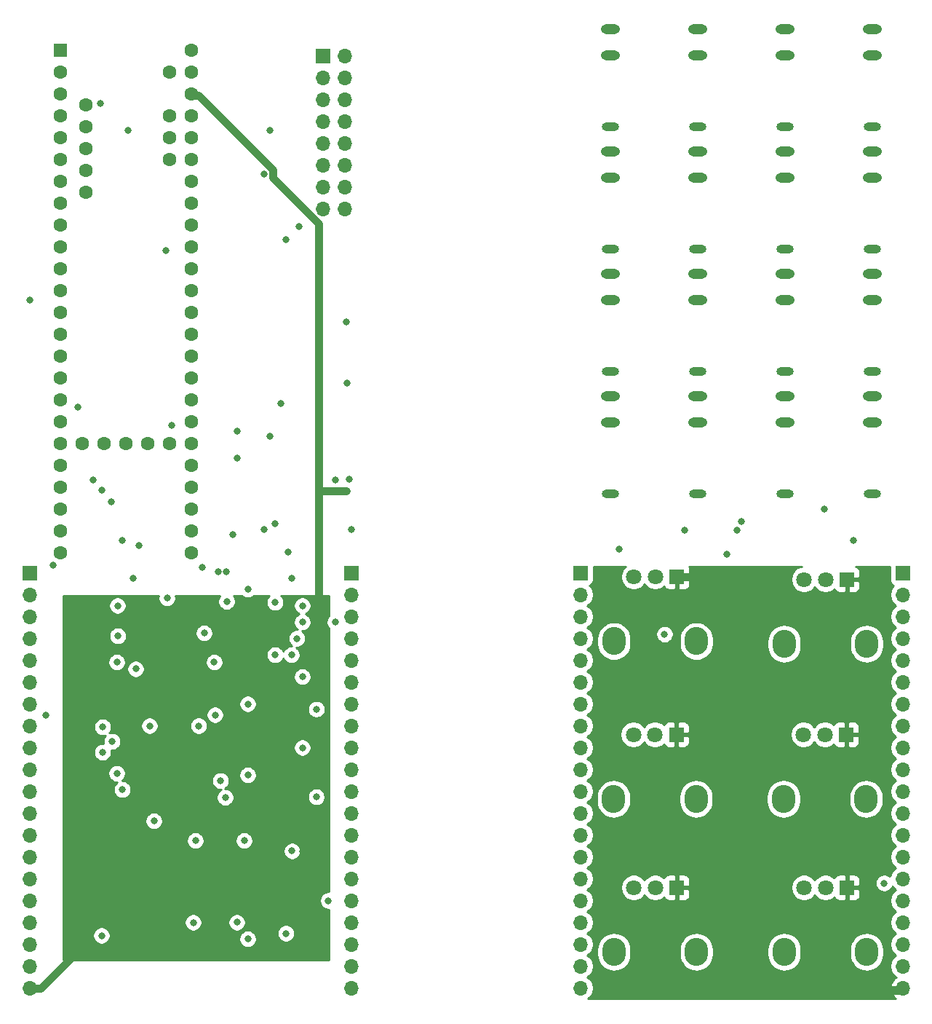
<source format=gbr>
%TF.GenerationSoftware,KiCad,Pcbnew,(5.1.6-0-10_14)*%
%TF.CreationDate,2021-03-26T18:44:24-04:00*%
%TF.ProjectId,lowstepper_hardware,6c6f7773-7465-4707-9065-725f68617264,rev?*%
%TF.SameCoordinates,Original*%
%TF.FileFunction,Copper,L4,Inr*%
%TF.FilePolarity,Positive*%
%FSLAX46Y46*%
G04 Gerber Fmt 4.6, Leading zero omitted, Abs format (unit mm)*
G04 Created by KiCad (PCBNEW (5.1.6-0-10_14)) date 2021-03-26 18:44:24*
%MOMM*%
%LPD*%
G01*
G04 APERTURE LIST*
%TA.AperFunction,ViaPad*%
%ADD10R,1.800000X1.800000*%
%TD*%
%TA.AperFunction,ViaPad*%
%ADD11C,1.800000*%
%TD*%
%TA.AperFunction,ViaPad*%
%ADD12O,2.720000X3.240000*%
%TD*%
%TA.AperFunction,ViaPad*%
%ADD13O,2.216000X1.108000*%
%TD*%
%TA.AperFunction,ViaPad*%
%ADD14O,2.016000X1.008000*%
%TD*%
%TA.AperFunction,ViaPad*%
%ADD15O,1.700000X1.700000*%
%TD*%
%TA.AperFunction,ViaPad*%
%ADD16R,1.700000X1.700000*%
%TD*%
%TA.AperFunction,ViaPad*%
%ADD17C,1.600000*%
%TD*%
%TA.AperFunction,ViaPad*%
%ADD18R,1.600000X1.600000*%
%TD*%
%TA.AperFunction,ViaPad*%
%ADD19C,0.800000*%
%TD*%
%TA.AperFunction,Conductor*%
%ADD20C,0.890000*%
%TD*%
%TA.AperFunction,Conductor*%
%ADD21C,0.254000*%
%TD*%
G04 APERTURE END LIST*
D10*
%TO.N,+3V3*%
%TO.C,RV6*%
X267843000Y-129921000D03*
D11*
%TO.N,POT_CHUNKS_B_TOP*%
X265343000Y-129921000D03*
%TO.N,GND*%
X262843000Y-129921000D03*
D12*
%TO.N,*%
X260543000Y-137421000D03*
X270143000Y-137421000D03*
%TD*%
D10*
%TO.N,+3V3*%
%TO.C,RV3*%
X248031000Y-129921000D03*
D11*
%TO.N,POT_CHUNKS_A_TOP*%
X245531000Y-129921000D03*
%TO.N,GND*%
X243031000Y-129921000D03*
D12*
%TO.N,*%
X240731000Y-137421000D03*
X250331000Y-137421000D03*
%TD*%
D10*
%TO.N,+3V3*%
%TO.C,RV2*%
X248031000Y-93789500D03*
D11*
%TO.N,POT_RATE_A_TOP*%
X245531000Y-93789500D03*
%TO.N,GND*%
X243031000Y-93789500D03*
D12*
%TO.N,*%
X240731000Y-101289500D03*
X250331000Y-101289500D03*
%TD*%
D13*
%TO.N,GND*%
%TO.C,J1*%
X270764000Y-58544000D03*
%TO.N,Net-(J1-Pad2)*%
X270764000Y-61644000D03*
D14*
%TO.N,OUT_A_TOP*%
X270764000Y-69944000D03*
%TD*%
D13*
%TO.N,GND*%
%TO.C,J2*%
X270764000Y-72768000D03*
%TO.N,Net-(J2-Pad2)*%
X270764000Y-75868000D03*
D14*
%TO.N,OUT_B_TOP*%
X270764000Y-84168000D03*
%TD*%
D13*
%TO.N,GND*%
%TO.C,J3*%
X270764000Y-30096000D03*
%TO.N,Net-(J3-Pad2)*%
X270764000Y-33196000D03*
D14*
%TO.N,EOC_A_TOP*%
X270764000Y-41496000D03*
%TD*%
D13*
%TO.N,GND*%
%TO.C,J4*%
X270764000Y-44320000D03*
%TO.N,Net-(J4-Pad2)*%
X270764000Y-47420000D03*
D14*
%TO.N,EOC_B_TOP*%
X270764000Y-55720000D03*
%TD*%
D13*
%TO.N,GND*%
%TO.C,J5*%
X250444000Y-58544000D03*
X250444000Y-61644000D03*
D14*
%TO.N,MORPH_A_TOP*%
X250444000Y-69944000D03*
%TD*%
D13*
%TO.N,GND*%
%TO.C,J6*%
X240284000Y-58544000D03*
X240284000Y-61644000D03*
D14*
%TO.N,RATE_A_TOP*%
X240284000Y-69944000D03*
%TD*%
D13*
%TO.N,GND*%
%TO.C,J7*%
X260604000Y-58544000D03*
X260604000Y-61644000D03*
D14*
%TO.N,CHUNKS_A_TOP*%
X260604000Y-69944000D03*
%TD*%
D13*
%TO.N,GND*%
%TO.C,J9*%
X250444000Y-72768000D03*
X250444000Y-75868000D03*
D14*
%TO.N,MORPH_B_TOP*%
X250444000Y-84168000D03*
%TD*%
D13*
%TO.N,GND*%
%TO.C,J10*%
X240284000Y-72768000D03*
X240284000Y-75868000D03*
D14*
%TO.N,RATE_B_TOP*%
X240284000Y-84168000D03*
%TD*%
D13*
%TO.N,GND*%
%TO.C,J11*%
X260604000Y-72768000D03*
X260604000Y-75868000D03*
D14*
%TO.N,CHUNKS_B_TOP*%
X260604000Y-84168000D03*
%TD*%
D13*
%TO.N,GND*%
%TO.C,J12*%
X250444000Y-30096000D03*
%TO.N,CLK_A_SENSE_TOP*%
X250444000Y-33196000D03*
D14*
%TO.N,CLK_A_TOP*%
X250444000Y-41496000D03*
%TD*%
D13*
%TO.N,GND*%
%TO.C,J13*%
X240284000Y-30096000D03*
%TO.N,TRIG_A_SENSE_TOP*%
X240284000Y-33196000D03*
D14*
%TO.N,TRIG_A_TOP*%
X240284000Y-41496000D03*
%TD*%
D13*
%TO.N,GND*%
%TO.C,J14*%
X260604000Y-30096000D03*
%TO.N,RST_A_SENSE_TOP*%
X260604000Y-33196000D03*
D14*
%TO.N,RST_A_TOP*%
X260604000Y-41496000D03*
%TD*%
D13*
%TO.N,GND*%
%TO.C,J15*%
X250444000Y-44320000D03*
%TO.N,CLK_B_SENSE_TOP*%
X250444000Y-47420000D03*
D14*
%TO.N,CLK_B_TOP*%
X250444000Y-55720000D03*
%TD*%
D13*
%TO.N,GND*%
%TO.C,J16*%
X240284000Y-44320000D03*
%TO.N,TRIG_B_SENSE_TOP*%
X240284000Y-47420000D03*
D14*
%TO.N,TRIG_B_TOP*%
X240284000Y-55720000D03*
%TD*%
D13*
%TO.N,GND*%
%TO.C,J17*%
X260604000Y-44320000D03*
%TO.N,RST_B_SENSE_TOP*%
X260604000Y-47420000D03*
D14*
%TO.N,RST_B_TOP*%
X260604000Y-55720000D03*
%TD*%
D15*
%TO.N,GND*%
%TO.C,J19*%
X236855000Y-141605000D03*
%TO.N,BTN_TOP*%
X236855000Y-139065000D03*
%TO.N,POT_CHUNKS_A_TOP*%
X236855000Y-136525000D03*
%TO.N,POT_MORPH_A_TOP*%
X236855000Y-133985000D03*
%TO.N,POT_RATE_A_TOP*%
X236855000Y-131445000D03*
%TO.N,LED_A_B_TOP*%
X236855000Y-128905000D03*
%TO.N,LED_A_G_TOP*%
X236855000Y-126365000D03*
%TO.N,LED_A_R_TOP*%
X236855000Y-123825000D03*
%TO.N,MORPH_B_TOP*%
X236855000Y-121285000D03*
%TO.N,MORPH_A_TOP*%
X236855000Y-118745000D03*
%TO.N,CLK_B_TOP*%
X236855000Y-116205000D03*
%TO.N,CLK_B_SENSE_TOP*%
X236855000Y-113665000D03*
%TO.N,CLK_A_TOP*%
X236855000Y-111125000D03*
%TO.N,CLK_A_SENSE_TOP*%
X236855000Y-108585000D03*
%TO.N,TRIG_A_TOP*%
X236855000Y-106045000D03*
%TO.N,TRIG_A_SENSE_TOP*%
X236855000Y-103505000D03*
%TO.N,TRIG_B_TOP*%
X236855000Y-100965000D03*
%TO.N,TRIG_B_SENSE_TOP*%
X236855000Y-98425000D03*
%TO.N,RATE_A_TOP*%
X236855000Y-95885000D03*
D16*
%TO.N,RATE_B_TOP*%
X236855000Y-93345000D03*
%TD*%
D12*
%TO.N,*%
%TO.C,RV1*%
X250291600Y-119634000D03*
X240691600Y-119634000D03*
D11*
%TO.N,GND*%
X242991600Y-112134000D03*
%TO.N,POT_MORPH_A_TOP*%
X245491600Y-112134000D03*
D10*
%TO.N,+3V3*%
X247991600Y-112134000D03*
%TD*%
%TO.N,+3V3*%
%TO.C,RV5*%
X267843000Y-94100000D03*
D11*
%TO.N,POT_RATE_B_TOP*%
X265343000Y-94100000D03*
%TO.N,GND*%
X262843000Y-94100000D03*
D12*
%TO.N,*%
X260543000Y-101600000D03*
X270143000Y-101600000D03*
%TD*%
%TO.N,*%
%TO.C,RV4*%
X270077000Y-119634000D03*
X260477000Y-119634000D03*
D11*
%TO.N,GND*%
X262777000Y-112134000D03*
%TO.N,POT_MORPH_B_TOP*%
X265277000Y-112134000D03*
D10*
%TO.N,+3V3*%
X267777000Y-112134000D03*
%TD*%
D15*
%TO.N,+3V3*%
%TO.C,J18*%
X274320000Y-141605000D03*
%TO.N,Net-(J18-Pad19)*%
X274320000Y-139065000D03*
%TO.N,POT_CHUNKS_B_TOP*%
X274320000Y-136525000D03*
%TO.N,POT_MORPH_B_TOP*%
X274320000Y-133985000D03*
%TO.N,POT_RATE_B_TOP*%
X274320000Y-131445000D03*
%TO.N,LED_B_B_TOP*%
X274320000Y-128905000D03*
%TO.N,LED_B_G_TOP*%
X274320000Y-126365000D03*
%TO.N,LED_B_R_TOP*%
X274320000Y-123825000D03*
%TO.N,CHUNKS_B_TOP*%
X274320000Y-121285000D03*
%TO.N,CHUNKS_A_TOP*%
X274320000Y-118745000D03*
%TO.N,RST_B_TOP*%
X274320000Y-116205000D03*
%TO.N,RST_B_SENSE_TOP*%
X274320000Y-113665000D03*
%TO.N,RST_A_TOP*%
X274320000Y-111125000D03*
%TO.N,RST_A_SENSE_TOP*%
X274320000Y-108585000D03*
%TO.N,Net-(J18-Pad6)*%
X274320000Y-106045000D03*
%TO.N,Net-(J18-Pad5)*%
X274320000Y-103505000D03*
%TO.N,EOC_A_TOP*%
X274320000Y-100965000D03*
%TO.N,EOC_B_TOP*%
X274320000Y-98425000D03*
%TO.N,OUT_A_TOP*%
X274320000Y-95885000D03*
D16*
%TO.N,OUT_B_TOP*%
X274320000Y-93345000D03*
%TD*%
D17*
%TO.N,N/C*%
%TO.C,U3*%
X179276000Y-49085500D03*
X179276000Y-46545500D03*
X179276000Y-44005500D03*
X179276000Y-41465500D03*
X179276000Y-38925500D03*
%TO.N,Net-(U3-Pad57)*%
X188976000Y-45275500D03*
%TO.N,Net-(U3-Pad56)*%
X188976000Y-42735500D03*
%TO.N,Net-(U3-Pad55)*%
X188976000Y-40195500D03*
%TO.N,Net-(U3-Pad54)*%
X188976000Y-35115500D03*
%TO.N,+5V*%
X191516000Y-32575500D03*
%TO.N,Net-(U3-Pad52)*%
X191516000Y-35115500D03*
%TO.N,+3V3*%
X191516000Y-37655500D03*
%TO.N,POT_RATE_B_BOTTOM*%
X191516000Y-40195500D03*
%TO.N,POT_MORPH_B_BOTTOM*%
X191516000Y-42735500D03*
%TO.N,POT_CHUNKS_B_BOTTOM*%
X191516000Y-45275500D03*
%TO.N,/RATE_CV_B*%
X191516000Y-47815500D03*
%TO.N,/MORPH_CV_B*%
X191516000Y-50355500D03*
%TO.N,/CHUNK_CV_B*%
X191516000Y-52895500D03*
%TO.N,RST_B_SENSE_BOTTOM*%
X191516000Y-55435500D03*
%TO.N,TRIG_B_SENSE_BOTTOM*%
X191516000Y-57975500D03*
%TO.N,CLK_B_SENSE_BOTTOM*%
X191516000Y-60515500D03*
%TO.N,BTN_BOTTOM*%
X191516000Y-63055500D03*
%TO.N,Net-(U3-Pad40)*%
X191516000Y-65595500D03*
%TO.N,GND*%
X191516000Y-68135500D03*
%TO.N,/DAC_OUT_B*%
X191516000Y-70675500D03*
D18*
%TO.N,GND*%
X176276000Y-32575500D03*
D17*
%TO.N,/EOC_A*%
X176276000Y-35115500D03*
%TO.N,/EOC_B*%
X176276000Y-37655500D03*
%TO.N,Net-(U3-Pad4)*%
X176276000Y-40195500D03*
%TO.N,LED_A_R_BOTTOM*%
X176276000Y-42735500D03*
%TO.N,LED_A_G_BOTTOM*%
X176276000Y-45275500D03*
%TO.N,LED_A_B_BOTTOM*%
X176276000Y-47815500D03*
%TO.N,LED_B_R_BOTTOM*%
X176276000Y-50355500D03*
%TO.N,Net-(U3-Pad9)*%
X176276000Y-52895500D03*
%TO.N,Net-(U3-Pad10)*%
X176276000Y-55435500D03*
%TO.N,LED_B_G_BOTTOM*%
X176276000Y-57975500D03*
%TO.N,LED_B_B_BOTTOM*%
X176276000Y-60515500D03*
%TO.N,Net-(U3-Pad13)*%
X176276000Y-63055500D03*
%TO.N,/DAC_OUT_A*%
X191516000Y-73215500D03*
%TO.N,Net-(U3-Pad36)*%
X191516000Y-75755500D03*
%TO.N,/CHUNK_CV_A*%
X191516000Y-78295500D03*
%TO.N,/MORPH_CV_A*%
X191516000Y-80835500D03*
%TO.N,/RATE_CV_A*%
X191516000Y-83375500D03*
%TO.N,POT_CHUNKS_A_BOTTOM*%
X191516000Y-85915500D03*
%TO.N,POT_MORPH_A_BOTTOM*%
X191516000Y-88455500D03*
%TO.N,POT_RATE_A_BOTTOM*%
X191516000Y-90995500D03*
%TO.N,Net-(U3-Pad29)*%
X188976000Y-78295500D03*
%TO.N,Net-(U3-Pad28)*%
X186436000Y-78295500D03*
%TO.N,GND*%
X183896000Y-78295500D03*
%TO.N,Net-(U3-Pad26)*%
X181356000Y-78295500D03*
%TO.N,Net-(U3-Pad25)*%
X178816000Y-78295500D03*
%TO.N,RST_A_SENSE_BOTTOM*%
X176276000Y-90995500D03*
%TO.N,TRIG_A_SENSE_BOTTOM*%
X176276000Y-88455500D03*
%TO.N,CLK_A_SENSE_BOTTOM*%
X176276000Y-85915500D03*
%TO.N,/RESET_IN_B*%
X176276000Y-83375500D03*
%TO.N,Net-(U3-Pad14)*%
X176276000Y-65595500D03*
%TO.N,Net-(U3-Pad15)*%
X176276000Y-68135500D03*
%TO.N,/CLK_IN_A*%
X176276000Y-70675500D03*
%TO.N,/TRIG_IN_B*%
X176276000Y-80835500D03*
%TO.N,/CLK_IN_B*%
X176276000Y-78295500D03*
%TO.N,/RESET_IN_A*%
X176276000Y-75755500D03*
%TO.N,/TRIG_IN_A*%
X176276000Y-73215500D03*
%TD*%
D15*
%TO.N,Net-(J8-Pad16)*%
%TO.C,J8*%
X209423000Y-51054000D03*
%TO.N,Net-(J8-Pad15)*%
X206883000Y-51054000D03*
%TO.N,Net-(J8-Pad14)*%
X209423000Y-48514000D03*
%TO.N,Net-(J8-Pad13)*%
X206883000Y-48514000D03*
%TO.N,+5V*%
X209423000Y-45974000D03*
X206883000Y-45974000D03*
%TO.N,+12V*%
X209423000Y-43434000D03*
X206883000Y-43434000D03*
%TO.N,GND*%
X209423000Y-40894000D03*
X206883000Y-40894000D03*
X209423000Y-38354000D03*
X206883000Y-38354000D03*
X209423000Y-35814000D03*
X206883000Y-35814000D03*
%TO.N,-12V*%
X209423000Y-33274000D03*
D16*
X206883000Y-33274000D03*
%TD*%
D15*
%TO.N,+3V3*%
%TO.C,J20*%
X172720000Y-141605000D03*
%TO.N,Net-(J20-Pad19)*%
X172720000Y-139065000D03*
%TO.N,POT_CHUNKS_B_BOTTOM*%
X172720000Y-136525000D03*
%TO.N,POT_MORPH_B_BOTTOM*%
X172720000Y-133985000D03*
%TO.N,POT_RATE_B_BOTTOM*%
X172720000Y-131445000D03*
%TO.N,LED_B_B_BOTTOM*%
X172720000Y-128905000D03*
%TO.N,LED_B_G_BOTTOM*%
X172720000Y-126365000D03*
%TO.N,LED_B_R_BOTTOM*%
X172720000Y-123825000D03*
%TO.N,CHUNKS_B_BOTTOM*%
X172720000Y-121285000D03*
%TO.N,CHUNKS_A_BOTTOM*%
X172720000Y-118745000D03*
%TO.N,RST_B_BOTTOM*%
X172720000Y-116205000D03*
%TO.N,RST_B_SENSE_BOTTOM*%
X172720000Y-113665000D03*
%TO.N,RST_A_BOTTOM*%
X172720000Y-111125000D03*
%TO.N,RST_A_SENSE_BOTTOM*%
X172720000Y-108585000D03*
%TO.N,Net-(J20-Pad6)*%
X172720000Y-106045000D03*
%TO.N,Net-(J20-Pad5)*%
X172720000Y-103505000D03*
%TO.N,EOC_A_BOTTOM*%
X172720000Y-100965000D03*
%TO.N,EOC_B_BOTTOM*%
X172720000Y-98425000D03*
%TO.N,OUT_A_BOTTOM*%
X172720000Y-95885000D03*
D16*
%TO.N,OUT_B_BOTTOM*%
X172720000Y-93345000D03*
%TD*%
D15*
%TO.N,GND*%
%TO.C,J21*%
X210185000Y-141605000D03*
%TO.N,BTN_BOTTOM*%
X210185000Y-139065000D03*
%TO.N,POT_CHUNKS_A_BOTTOM*%
X210185000Y-136525000D03*
%TO.N,POT_MORPH_A_BOTTOM*%
X210185000Y-133985000D03*
%TO.N,POT_RATE_A_BOTTOM*%
X210185000Y-131445000D03*
%TO.N,LED_A_B_BOTTOM*%
X210185000Y-128905000D03*
%TO.N,LED_A_G_BOTTOM*%
X210185000Y-126365000D03*
%TO.N,LED_A_R_BOTTOM*%
X210185000Y-123825000D03*
%TO.N,MORPH_B_BOTTOM*%
X210185000Y-121285000D03*
%TO.N,MORPH_A_BOTTOM*%
X210185000Y-118745000D03*
%TO.N,CLK_B_BOTTOM*%
X210185000Y-116205000D03*
%TO.N,CLK_B_SENSE_BOTTOM*%
X210185000Y-113665000D03*
%TO.N,CLK_A_BOTTOM*%
X210185000Y-111125000D03*
%TO.N,CLK_A_SENSE_BOTTOM*%
X210185000Y-108585000D03*
%TO.N,TRIG_A_BOTTOM*%
X210185000Y-106045000D03*
%TO.N,TRIG_A_SENSE_BOTTOM*%
X210185000Y-103505000D03*
%TO.N,TRIG_B_BOTTOM*%
X210185000Y-100965000D03*
%TO.N,TRIG_B_SENSE_BOTTOM*%
X210185000Y-98425000D03*
%TO.N,RATE_A_BOTTOM*%
X210185000Y-95885000D03*
D16*
%TO.N,RATE_B_BOTTOM*%
X210185000Y-93345000D03*
%TD*%
D19*
%TO.N,GND*%
X203263500Y-125666500D03*
X201295000Y-102870000D03*
X209931000Y-82486500D03*
X201295000Y-96774000D03*
X193040000Y-100330000D03*
X202819000Y-90932000D03*
X187198000Y-122174000D03*
X192024000Y-124460000D03*
X181102000Y-135509000D03*
X191770000Y-133985000D03*
X202565000Y-135255000D03*
X192405000Y-111125000D03*
X194310000Y-109855000D03*
X248920041Y-88415999D03*
X241363500Y-90614500D03*
%TO.N,+3V3*%
X204470000Y-135255000D03*
X194310000Y-135255000D03*
X183515000Y-135255000D03*
X183515000Y-125730000D03*
X194310000Y-125730000D03*
X204470000Y-125730000D03*
X193206116Y-107735000D03*
X196850000Y-97155000D03*
X209550000Y-83820000D03*
%TO.N,/EOC_A*%
X184150000Y-41910000D03*
X180975000Y-38735000D03*
X201295000Y-87630000D03*
X189230000Y-76200000D03*
%TO.N,/EOC_B*%
X209550000Y-64135000D03*
%TO.N,+5V*%
X200660000Y-41910000D03*
X200025000Y-46990000D03*
X209677000Y-71247000D03*
%TO.N,/RATE_CV_B*%
X195656367Y-93215191D03*
X195677459Y-96676541D03*
X188722000Y-96266000D03*
%TO.N,/MORPH_CV_B*%
X194657041Y-93251959D03*
%TO.N,/CHUNK_CV_B*%
X198120000Y-95250000D03*
%TO.N,/CHUNK_CV_A*%
X181229000Y-111252000D03*
X181208065Y-114193935D03*
%TO.N,/RATE_CV_A*%
X181102000Y-83693000D03*
%TO.N,/TRIG_IN_B*%
X175475000Y-92475999D03*
%TO.N,/CLK_IN_B*%
X174625000Y-109855000D03*
%TO.N,/RESET_IN_A*%
X180086000Y-82550000D03*
%TO.N,/TRIG_IN_A*%
X178376001Y-74041000D03*
%TO.N,/AREF_-10V*%
X204470000Y-97155000D03*
X202565000Y-54610000D03*
%TO.N,-12V*%
X208280000Y-82550000D03*
X204089000Y-53086000D03*
%TO.N,+12V*%
X201930000Y-73660000D03*
%TO.N,/Morph_CV_A_cct/AREF_-10V*%
X185086688Y-104511228D03*
%TO.N,/Rate_CV_A_cct/AREF_-10V*%
X182346647Y-112928353D03*
%TO.N,/Chunks_CV_A_cct/AREF_-10V*%
X204470000Y-113665000D03*
%TO.N,/Morph_CV_B_cct/AREF_-10V*%
X204470000Y-105410000D03*
%TO.N,/Rate_CV_B_cct/AREF_-10V*%
X182968000Y-97155000D03*
%TO.N,/Chunks_CV_B_cct/AREF_-10V*%
X204470000Y-99060000D03*
%TO.N,POT_RATE_A_TOP*%
X246623693Y-100472093D03*
%TO.N,LED_A_B_TOP*%
X255016000Y-88392000D03*
%TO.N,LED_A_R_TOP*%
X253873000Y-91186000D03*
%TO.N,LED_B_G_BOTTOM*%
X172720000Y-61595000D03*
%TO.N,CHUNKS_A_BOTTOM*%
X182880000Y-116648020D03*
%TO.N,RST_B_BOTTOM*%
X198120000Y-135890000D03*
%TO.N,RST_A_BOTTOM*%
X197700000Y-124460000D03*
%TO.N,EOC_A_BOTTOM*%
X203200000Y-102870000D03*
%TO.N,EOC_B_BOTTOM*%
X210185000Y-88265000D03*
%TO.N,OUT_A_BOTTOM*%
X200660000Y-77470000D03*
X196357042Y-88900000D03*
X192825000Y-92710000D03*
%TO.N,OUT_B_BOTTOM*%
X184785000Y-93980000D03*
X196850000Y-80010000D03*
X196850000Y-76835000D03*
%TO.N,POT_RATE_B_TOP*%
X272169999Y-129413000D03*
%TO.N,RST_A_TOP*%
X268605000Y-89535000D03*
X265249015Y-85905986D03*
%TO.N,CHUNKS_B_BOTTOM*%
X183515000Y-118530000D03*
X198120000Y-116840000D03*
X206100465Y-109188688D03*
X203835000Y-100965000D03*
%TO.N,RST_B_SENSE_BOTTOM*%
X182274541Y-85119541D03*
%TO.N,MORPH_A_BOTTOM*%
X186690000Y-111125000D03*
%TO.N,RATE_A_BOTTOM*%
X182880000Y-103720000D03*
%TO.N,CLK_A_SENSE_BOTTOM*%
X198120000Y-108585000D03*
X185420000Y-90170000D03*
%TO.N,POT_CHUNKS_A_BOTTOM*%
X200025000Y-88265000D03*
%TO.N,POT_MORPH_A_BOTTOM*%
X195505005Y-119454995D03*
X207495010Y-131445000D03*
%TO.N,POT_RATE_A_BOTTOM*%
X194945000Y-117498020D03*
%TO.N,LED_A_B_BOTTOM*%
X188595000Y-55880000D03*
%TO.N,LED_A_G_BOTTOM*%
X203200000Y-93980000D03*
%TO.N,MORPH_B_BOTTOM*%
X206094990Y-119380000D03*
%TO.N,TRIG_A_SENSE_BOTTOM*%
X183515000Y-89535000D03*
X183001488Y-100671030D03*
%TO.N,TRIG_B_BOTTOM*%
X196850000Y-133973002D03*
%TO.N,RATE_B_BOTTOM*%
X208280000Y-99060000D03*
X194220209Y-103720000D03*
%TO.N,BTN_TOP*%
X255524000Y-87376000D03*
%TD*%
D20*
%TO.N,+3V3*%
X191516000Y-37655500D02*
X191516000Y-37846000D01*
X206375000Y-52705000D02*
X206375000Y-83820000D01*
X206375000Y-83820000D02*
X206375000Y-97155000D01*
X173990000Y-141605000D02*
X177800000Y-137795000D01*
X172720000Y-141605000D02*
X173990000Y-141605000D01*
X192427602Y-37846000D02*
X201070001Y-46488399D01*
X201070001Y-47400001D02*
X206375000Y-52705000D01*
X201070001Y-46488399D02*
X201070001Y-47400001D01*
X191516000Y-37846000D02*
X192427602Y-37846000D01*
X273812000Y-141859000D02*
X271208500Y-141859000D01*
X274320000Y-141605000D02*
X274320000Y-141351000D01*
X274320000Y-141351000D02*
X273812000Y-141859000D01*
X248031000Y-93789500D02*
X249872500Y-93789500D01*
X206375000Y-83820000D02*
X209550000Y-83820000D01*
%TD*%
D21*
%TO.N,+3V3*%
G36*
X187687000Y-96164061D02*
G01*
X187687000Y-96367939D01*
X187726774Y-96567898D01*
X187804795Y-96756256D01*
X187918063Y-96925774D01*
X188062226Y-97069937D01*
X188231744Y-97183205D01*
X188420102Y-97261226D01*
X188620061Y-97301000D01*
X188823939Y-97301000D01*
X189023898Y-97261226D01*
X189212256Y-97183205D01*
X189381774Y-97069937D01*
X189525937Y-96925774D01*
X189639205Y-96756256D01*
X189717226Y-96567898D01*
X189757000Y-96367939D01*
X189757000Y-96164061D01*
X189726753Y-96012000D01*
X194878289Y-96012000D01*
X194873522Y-96016767D01*
X194760254Y-96186285D01*
X194682233Y-96374643D01*
X194642459Y-96574602D01*
X194642459Y-96778480D01*
X194682233Y-96978439D01*
X194760254Y-97166797D01*
X194873522Y-97336315D01*
X195017685Y-97480478D01*
X195187203Y-97593746D01*
X195375561Y-97671767D01*
X195575520Y-97711541D01*
X195779398Y-97711541D01*
X195979357Y-97671767D01*
X196167715Y-97593746D01*
X196337233Y-97480478D01*
X196481396Y-97336315D01*
X196594664Y-97166797D01*
X196672685Y-96978439D01*
X196712459Y-96778480D01*
X196712459Y-96574602D01*
X196672685Y-96374643D01*
X196594664Y-96186285D01*
X196481396Y-96016767D01*
X196476629Y-96012000D01*
X197418289Y-96012000D01*
X197460226Y-96053937D01*
X197629744Y-96167205D01*
X197818102Y-96245226D01*
X198018061Y-96285000D01*
X198221939Y-96285000D01*
X198421898Y-96245226D01*
X198610256Y-96167205D01*
X198779774Y-96053937D01*
X198821711Y-96012000D01*
X200593289Y-96012000D01*
X200491063Y-96114226D01*
X200377795Y-96283744D01*
X200299774Y-96472102D01*
X200260000Y-96672061D01*
X200260000Y-96875939D01*
X200299774Y-97075898D01*
X200377795Y-97264256D01*
X200491063Y-97433774D01*
X200635226Y-97577937D01*
X200804744Y-97691205D01*
X200993102Y-97769226D01*
X201193061Y-97809000D01*
X201396939Y-97809000D01*
X201596898Y-97769226D01*
X201785256Y-97691205D01*
X201954774Y-97577937D01*
X202098937Y-97433774D01*
X202212205Y-97264256D01*
X202290226Y-97075898D01*
X202330000Y-96875939D01*
X202330000Y-96672061D01*
X202290226Y-96472102D01*
X202212205Y-96283744D01*
X202098937Y-96114226D01*
X201996711Y-96012000D01*
X207518000Y-96012000D01*
X207518000Y-98358289D01*
X207476063Y-98400226D01*
X207362795Y-98569744D01*
X207284774Y-98758102D01*
X207245000Y-98958061D01*
X207245000Y-99161939D01*
X207284774Y-99361898D01*
X207362795Y-99550256D01*
X207476063Y-99719774D01*
X207518000Y-99761711D01*
X207518000Y-130410000D01*
X207393071Y-130410000D01*
X207193112Y-130449774D01*
X207004754Y-130527795D01*
X206835236Y-130641063D01*
X206691073Y-130785226D01*
X206577805Y-130954744D01*
X206499784Y-131143102D01*
X206460010Y-131343061D01*
X206460010Y-131546939D01*
X206499784Y-131746898D01*
X206577805Y-131935256D01*
X206691073Y-132104774D01*
X206835236Y-132248937D01*
X207004754Y-132362205D01*
X207193112Y-132440226D01*
X207393071Y-132480000D01*
X207518000Y-132480000D01*
X207518000Y-138303000D01*
X176657000Y-138303000D01*
X176657000Y-135407061D01*
X180067000Y-135407061D01*
X180067000Y-135610939D01*
X180106774Y-135810898D01*
X180184795Y-135999256D01*
X180298063Y-136168774D01*
X180442226Y-136312937D01*
X180611744Y-136426205D01*
X180800102Y-136504226D01*
X181000061Y-136544000D01*
X181203939Y-136544000D01*
X181403898Y-136504226D01*
X181592256Y-136426205D01*
X181761774Y-136312937D01*
X181905937Y-136168774D01*
X182019205Y-135999256D01*
X182097226Y-135810898D01*
X182101768Y-135788061D01*
X197085000Y-135788061D01*
X197085000Y-135991939D01*
X197124774Y-136191898D01*
X197202795Y-136380256D01*
X197316063Y-136549774D01*
X197460226Y-136693937D01*
X197629744Y-136807205D01*
X197818102Y-136885226D01*
X198018061Y-136925000D01*
X198221939Y-136925000D01*
X198421898Y-136885226D01*
X198610256Y-136807205D01*
X198779774Y-136693937D01*
X198923937Y-136549774D01*
X199037205Y-136380256D01*
X199115226Y-136191898D01*
X199155000Y-135991939D01*
X199155000Y-135788061D01*
X199115226Y-135588102D01*
X199037205Y-135399744D01*
X198923937Y-135230226D01*
X198846772Y-135153061D01*
X201530000Y-135153061D01*
X201530000Y-135356939D01*
X201569774Y-135556898D01*
X201647795Y-135745256D01*
X201761063Y-135914774D01*
X201905226Y-136058937D01*
X202074744Y-136172205D01*
X202263102Y-136250226D01*
X202463061Y-136290000D01*
X202666939Y-136290000D01*
X202866898Y-136250226D01*
X203055256Y-136172205D01*
X203224774Y-136058937D01*
X203368937Y-135914774D01*
X203482205Y-135745256D01*
X203560226Y-135556898D01*
X203600000Y-135356939D01*
X203600000Y-135153061D01*
X203560226Y-134953102D01*
X203482205Y-134764744D01*
X203368937Y-134595226D01*
X203224774Y-134451063D01*
X203055256Y-134337795D01*
X202866898Y-134259774D01*
X202666939Y-134220000D01*
X202463061Y-134220000D01*
X202263102Y-134259774D01*
X202074744Y-134337795D01*
X201905226Y-134451063D01*
X201761063Y-134595226D01*
X201647795Y-134764744D01*
X201569774Y-134953102D01*
X201530000Y-135153061D01*
X198846772Y-135153061D01*
X198779774Y-135086063D01*
X198610256Y-134972795D01*
X198421898Y-134894774D01*
X198221939Y-134855000D01*
X198018061Y-134855000D01*
X197818102Y-134894774D01*
X197629744Y-134972795D01*
X197460226Y-135086063D01*
X197316063Y-135230226D01*
X197202795Y-135399744D01*
X197124774Y-135588102D01*
X197085000Y-135788061D01*
X182101768Y-135788061D01*
X182137000Y-135610939D01*
X182137000Y-135407061D01*
X182097226Y-135207102D01*
X182019205Y-135018744D01*
X181905937Y-134849226D01*
X181761774Y-134705063D01*
X181592256Y-134591795D01*
X181403898Y-134513774D01*
X181203939Y-134474000D01*
X181000061Y-134474000D01*
X180800102Y-134513774D01*
X180611744Y-134591795D01*
X180442226Y-134705063D01*
X180298063Y-134849226D01*
X180184795Y-135018744D01*
X180106774Y-135207102D01*
X180067000Y-135407061D01*
X176657000Y-135407061D01*
X176657000Y-133883061D01*
X190735000Y-133883061D01*
X190735000Y-134086939D01*
X190774774Y-134286898D01*
X190852795Y-134475256D01*
X190966063Y-134644774D01*
X191110226Y-134788937D01*
X191279744Y-134902205D01*
X191468102Y-134980226D01*
X191668061Y-135020000D01*
X191871939Y-135020000D01*
X192071898Y-134980226D01*
X192260256Y-134902205D01*
X192429774Y-134788937D01*
X192573937Y-134644774D01*
X192687205Y-134475256D01*
X192765226Y-134286898D01*
X192805000Y-134086939D01*
X192805000Y-133883061D01*
X192802614Y-133871063D01*
X195815000Y-133871063D01*
X195815000Y-134074941D01*
X195854774Y-134274900D01*
X195932795Y-134463258D01*
X196046063Y-134632776D01*
X196190226Y-134776939D01*
X196359744Y-134890207D01*
X196548102Y-134968228D01*
X196748061Y-135008002D01*
X196951939Y-135008002D01*
X197151898Y-134968228D01*
X197340256Y-134890207D01*
X197509774Y-134776939D01*
X197653937Y-134632776D01*
X197767205Y-134463258D01*
X197845226Y-134274900D01*
X197885000Y-134074941D01*
X197885000Y-133871063D01*
X197845226Y-133671104D01*
X197767205Y-133482746D01*
X197653937Y-133313228D01*
X197509774Y-133169065D01*
X197340256Y-133055797D01*
X197151898Y-132977776D01*
X196951939Y-132938002D01*
X196748061Y-132938002D01*
X196548102Y-132977776D01*
X196359744Y-133055797D01*
X196190226Y-133169065D01*
X196046063Y-133313228D01*
X195932795Y-133482746D01*
X195854774Y-133671104D01*
X195815000Y-133871063D01*
X192802614Y-133871063D01*
X192765226Y-133683102D01*
X192687205Y-133494744D01*
X192573937Y-133325226D01*
X192429774Y-133181063D01*
X192260256Y-133067795D01*
X192071898Y-132989774D01*
X191871939Y-132950000D01*
X191668061Y-132950000D01*
X191468102Y-132989774D01*
X191279744Y-133067795D01*
X191110226Y-133181063D01*
X190966063Y-133325226D01*
X190852795Y-133494744D01*
X190774774Y-133683102D01*
X190735000Y-133883061D01*
X176657000Y-133883061D01*
X176657000Y-125564561D01*
X202228500Y-125564561D01*
X202228500Y-125768439D01*
X202268274Y-125968398D01*
X202346295Y-126156756D01*
X202459563Y-126326274D01*
X202603726Y-126470437D01*
X202773244Y-126583705D01*
X202961602Y-126661726D01*
X203161561Y-126701500D01*
X203365439Y-126701500D01*
X203565398Y-126661726D01*
X203753756Y-126583705D01*
X203923274Y-126470437D01*
X204067437Y-126326274D01*
X204180705Y-126156756D01*
X204258726Y-125968398D01*
X204298500Y-125768439D01*
X204298500Y-125564561D01*
X204258726Y-125364602D01*
X204180705Y-125176244D01*
X204067437Y-125006726D01*
X203923274Y-124862563D01*
X203753756Y-124749295D01*
X203565398Y-124671274D01*
X203365439Y-124631500D01*
X203161561Y-124631500D01*
X202961602Y-124671274D01*
X202773244Y-124749295D01*
X202603726Y-124862563D01*
X202459563Y-125006726D01*
X202346295Y-125176244D01*
X202268274Y-125364602D01*
X202228500Y-125564561D01*
X176657000Y-125564561D01*
X176657000Y-124358061D01*
X190989000Y-124358061D01*
X190989000Y-124561939D01*
X191028774Y-124761898D01*
X191106795Y-124950256D01*
X191220063Y-125119774D01*
X191364226Y-125263937D01*
X191533744Y-125377205D01*
X191722102Y-125455226D01*
X191922061Y-125495000D01*
X192125939Y-125495000D01*
X192325898Y-125455226D01*
X192514256Y-125377205D01*
X192683774Y-125263937D01*
X192827937Y-125119774D01*
X192941205Y-124950256D01*
X193019226Y-124761898D01*
X193059000Y-124561939D01*
X193059000Y-124358061D01*
X196665000Y-124358061D01*
X196665000Y-124561939D01*
X196704774Y-124761898D01*
X196782795Y-124950256D01*
X196896063Y-125119774D01*
X197040226Y-125263937D01*
X197209744Y-125377205D01*
X197398102Y-125455226D01*
X197598061Y-125495000D01*
X197801939Y-125495000D01*
X198001898Y-125455226D01*
X198190256Y-125377205D01*
X198359774Y-125263937D01*
X198503937Y-125119774D01*
X198617205Y-124950256D01*
X198695226Y-124761898D01*
X198735000Y-124561939D01*
X198735000Y-124358061D01*
X198695226Y-124158102D01*
X198617205Y-123969744D01*
X198503937Y-123800226D01*
X198359774Y-123656063D01*
X198190256Y-123542795D01*
X198001898Y-123464774D01*
X197801939Y-123425000D01*
X197598061Y-123425000D01*
X197398102Y-123464774D01*
X197209744Y-123542795D01*
X197040226Y-123656063D01*
X196896063Y-123800226D01*
X196782795Y-123969744D01*
X196704774Y-124158102D01*
X196665000Y-124358061D01*
X193059000Y-124358061D01*
X193019226Y-124158102D01*
X192941205Y-123969744D01*
X192827937Y-123800226D01*
X192683774Y-123656063D01*
X192514256Y-123542795D01*
X192325898Y-123464774D01*
X192125939Y-123425000D01*
X191922061Y-123425000D01*
X191722102Y-123464774D01*
X191533744Y-123542795D01*
X191364226Y-123656063D01*
X191220063Y-123800226D01*
X191106795Y-123969744D01*
X191028774Y-124158102D01*
X190989000Y-124358061D01*
X176657000Y-124358061D01*
X176657000Y-122072061D01*
X186163000Y-122072061D01*
X186163000Y-122275939D01*
X186202774Y-122475898D01*
X186280795Y-122664256D01*
X186394063Y-122833774D01*
X186538226Y-122977937D01*
X186707744Y-123091205D01*
X186896102Y-123169226D01*
X187096061Y-123209000D01*
X187299939Y-123209000D01*
X187499898Y-123169226D01*
X187688256Y-123091205D01*
X187857774Y-122977937D01*
X188001937Y-122833774D01*
X188115205Y-122664256D01*
X188193226Y-122475898D01*
X188233000Y-122275939D01*
X188233000Y-122072061D01*
X188193226Y-121872102D01*
X188115205Y-121683744D01*
X188001937Y-121514226D01*
X187857774Y-121370063D01*
X187688256Y-121256795D01*
X187499898Y-121178774D01*
X187299939Y-121139000D01*
X187096061Y-121139000D01*
X186896102Y-121178774D01*
X186707744Y-121256795D01*
X186538226Y-121370063D01*
X186394063Y-121514226D01*
X186280795Y-121683744D01*
X186202774Y-121872102D01*
X186163000Y-122072061D01*
X176657000Y-122072061D01*
X176657000Y-116546081D01*
X181845000Y-116546081D01*
X181845000Y-116749959D01*
X181884774Y-116949918D01*
X181962795Y-117138276D01*
X182076063Y-117307794D01*
X182220226Y-117451957D01*
X182389744Y-117565225D01*
X182578102Y-117643246D01*
X182778061Y-117683020D01*
X182919645Y-117683020D01*
X182855226Y-117726063D01*
X182711063Y-117870226D01*
X182597795Y-118039744D01*
X182519774Y-118228102D01*
X182480000Y-118428061D01*
X182480000Y-118631939D01*
X182519774Y-118831898D01*
X182597795Y-119020256D01*
X182711063Y-119189774D01*
X182855226Y-119333937D01*
X183024744Y-119447205D01*
X183213102Y-119525226D01*
X183413061Y-119565000D01*
X183616939Y-119565000D01*
X183816898Y-119525226D01*
X184005256Y-119447205D01*
X184174774Y-119333937D01*
X184318937Y-119189774D01*
X184432205Y-119020256D01*
X184510226Y-118831898D01*
X184550000Y-118631939D01*
X184550000Y-118428061D01*
X184510226Y-118228102D01*
X184432205Y-118039744D01*
X184318937Y-117870226D01*
X184174774Y-117726063D01*
X184005256Y-117612795D01*
X183816898Y-117534774D01*
X183616939Y-117495000D01*
X183475355Y-117495000D01*
X183539774Y-117451957D01*
X183595650Y-117396081D01*
X193910000Y-117396081D01*
X193910000Y-117599959D01*
X193949774Y-117799918D01*
X194027795Y-117988276D01*
X194141063Y-118157794D01*
X194285226Y-118301957D01*
X194454744Y-118415225D01*
X194643102Y-118493246D01*
X194843061Y-118533020D01*
X195026265Y-118533020D01*
X195014749Y-118537790D01*
X194845231Y-118651058D01*
X194701068Y-118795221D01*
X194587800Y-118964739D01*
X194509779Y-119153097D01*
X194470005Y-119353056D01*
X194470005Y-119556934D01*
X194509779Y-119756893D01*
X194587800Y-119945251D01*
X194701068Y-120114769D01*
X194845231Y-120258932D01*
X195014749Y-120372200D01*
X195203107Y-120450221D01*
X195403066Y-120489995D01*
X195606944Y-120489995D01*
X195806903Y-120450221D01*
X195995261Y-120372200D01*
X196164779Y-120258932D01*
X196308942Y-120114769D01*
X196422210Y-119945251D01*
X196500231Y-119756893D01*
X196540005Y-119556934D01*
X196540005Y-119353056D01*
X196525088Y-119278061D01*
X205059990Y-119278061D01*
X205059990Y-119481939D01*
X205099764Y-119681898D01*
X205177785Y-119870256D01*
X205291053Y-120039774D01*
X205435216Y-120183937D01*
X205604734Y-120297205D01*
X205793092Y-120375226D01*
X205993051Y-120415000D01*
X206196929Y-120415000D01*
X206396888Y-120375226D01*
X206585246Y-120297205D01*
X206754764Y-120183937D01*
X206898927Y-120039774D01*
X207012195Y-119870256D01*
X207090216Y-119681898D01*
X207129990Y-119481939D01*
X207129990Y-119278061D01*
X207090216Y-119078102D01*
X207012195Y-118889744D01*
X206898927Y-118720226D01*
X206754764Y-118576063D01*
X206585246Y-118462795D01*
X206396888Y-118384774D01*
X206196929Y-118345000D01*
X205993051Y-118345000D01*
X205793092Y-118384774D01*
X205604734Y-118462795D01*
X205435216Y-118576063D01*
X205291053Y-118720226D01*
X205177785Y-118889744D01*
X205099764Y-119078102D01*
X205059990Y-119278061D01*
X196525088Y-119278061D01*
X196500231Y-119153097D01*
X196422210Y-118964739D01*
X196308942Y-118795221D01*
X196164779Y-118651058D01*
X195995261Y-118537790D01*
X195806903Y-118459769D01*
X195606944Y-118419995D01*
X195423740Y-118419995D01*
X195435256Y-118415225D01*
X195604774Y-118301957D01*
X195748937Y-118157794D01*
X195862205Y-117988276D01*
X195940226Y-117799918D01*
X195980000Y-117599959D01*
X195980000Y-117396081D01*
X195940226Y-117196122D01*
X195862205Y-117007764D01*
X195748937Y-116838246D01*
X195648752Y-116738061D01*
X197085000Y-116738061D01*
X197085000Y-116941939D01*
X197124774Y-117141898D01*
X197202795Y-117330256D01*
X197316063Y-117499774D01*
X197460226Y-117643937D01*
X197629744Y-117757205D01*
X197818102Y-117835226D01*
X198018061Y-117875000D01*
X198221939Y-117875000D01*
X198421898Y-117835226D01*
X198610256Y-117757205D01*
X198779774Y-117643937D01*
X198923937Y-117499774D01*
X199037205Y-117330256D01*
X199115226Y-117141898D01*
X199155000Y-116941939D01*
X199155000Y-116738061D01*
X199115226Y-116538102D01*
X199037205Y-116349744D01*
X198923937Y-116180226D01*
X198779774Y-116036063D01*
X198610256Y-115922795D01*
X198421898Y-115844774D01*
X198221939Y-115805000D01*
X198018061Y-115805000D01*
X197818102Y-115844774D01*
X197629744Y-115922795D01*
X197460226Y-116036063D01*
X197316063Y-116180226D01*
X197202795Y-116349744D01*
X197124774Y-116538102D01*
X197085000Y-116738061D01*
X195648752Y-116738061D01*
X195604774Y-116694083D01*
X195435256Y-116580815D01*
X195246898Y-116502794D01*
X195046939Y-116463020D01*
X194843061Y-116463020D01*
X194643102Y-116502794D01*
X194454744Y-116580815D01*
X194285226Y-116694083D01*
X194141063Y-116838246D01*
X194027795Y-117007764D01*
X193949774Y-117196122D01*
X193910000Y-117396081D01*
X183595650Y-117396081D01*
X183683937Y-117307794D01*
X183797205Y-117138276D01*
X183875226Y-116949918D01*
X183915000Y-116749959D01*
X183915000Y-116546081D01*
X183875226Y-116346122D01*
X183797205Y-116157764D01*
X183683937Y-115988246D01*
X183539774Y-115844083D01*
X183370256Y-115730815D01*
X183181898Y-115652794D01*
X182981939Y-115613020D01*
X182778061Y-115613020D01*
X182578102Y-115652794D01*
X182389744Y-115730815D01*
X182220226Y-115844083D01*
X182076063Y-115988246D01*
X181962795Y-116157764D01*
X181884774Y-116346122D01*
X181845000Y-116546081D01*
X176657000Y-116546081D01*
X176657000Y-114091996D01*
X180173065Y-114091996D01*
X180173065Y-114295874D01*
X180212839Y-114495833D01*
X180290860Y-114684191D01*
X180404128Y-114853709D01*
X180548291Y-114997872D01*
X180717809Y-115111140D01*
X180906167Y-115189161D01*
X181106126Y-115228935D01*
X181310004Y-115228935D01*
X181509963Y-115189161D01*
X181698321Y-115111140D01*
X181867839Y-114997872D01*
X182012002Y-114853709D01*
X182125270Y-114684191D01*
X182203291Y-114495833D01*
X182243065Y-114295874D01*
X182243065Y-114091996D01*
X182216355Y-113957713D01*
X182244708Y-113963353D01*
X182448586Y-113963353D01*
X182648545Y-113923579D01*
X182836903Y-113845558D01*
X183006421Y-113732290D01*
X183150584Y-113588127D01*
X183167332Y-113563061D01*
X203435000Y-113563061D01*
X203435000Y-113766939D01*
X203474774Y-113966898D01*
X203552795Y-114155256D01*
X203666063Y-114324774D01*
X203810226Y-114468937D01*
X203979744Y-114582205D01*
X204168102Y-114660226D01*
X204368061Y-114700000D01*
X204571939Y-114700000D01*
X204771898Y-114660226D01*
X204960256Y-114582205D01*
X205129774Y-114468937D01*
X205273937Y-114324774D01*
X205387205Y-114155256D01*
X205465226Y-113966898D01*
X205505000Y-113766939D01*
X205505000Y-113563061D01*
X205465226Y-113363102D01*
X205387205Y-113174744D01*
X205273937Y-113005226D01*
X205129774Y-112861063D01*
X204960256Y-112747795D01*
X204771898Y-112669774D01*
X204571939Y-112630000D01*
X204368061Y-112630000D01*
X204168102Y-112669774D01*
X203979744Y-112747795D01*
X203810226Y-112861063D01*
X203666063Y-113005226D01*
X203552795Y-113174744D01*
X203474774Y-113363102D01*
X203435000Y-113563061D01*
X183167332Y-113563061D01*
X183263852Y-113418609D01*
X183341873Y-113230251D01*
X183381647Y-113030292D01*
X183381647Y-112826414D01*
X183341873Y-112626455D01*
X183263852Y-112438097D01*
X183150584Y-112268579D01*
X183006421Y-112124416D01*
X182836903Y-112011148D01*
X182648545Y-111933127D01*
X182448586Y-111893353D01*
X182244708Y-111893353D01*
X182044749Y-111933127D01*
X181988133Y-111956578D01*
X182032937Y-111911774D01*
X182146205Y-111742256D01*
X182224226Y-111553898D01*
X182264000Y-111353939D01*
X182264000Y-111150061D01*
X182238739Y-111023061D01*
X185655000Y-111023061D01*
X185655000Y-111226939D01*
X185694774Y-111426898D01*
X185772795Y-111615256D01*
X185886063Y-111784774D01*
X186030226Y-111928937D01*
X186199744Y-112042205D01*
X186388102Y-112120226D01*
X186588061Y-112160000D01*
X186791939Y-112160000D01*
X186991898Y-112120226D01*
X187180256Y-112042205D01*
X187349774Y-111928937D01*
X187493937Y-111784774D01*
X187607205Y-111615256D01*
X187685226Y-111426898D01*
X187725000Y-111226939D01*
X187725000Y-111023061D01*
X191370000Y-111023061D01*
X191370000Y-111226939D01*
X191409774Y-111426898D01*
X191487795Y-111615256D01*
X191601063Y-111784774D01*
X191745226Y-111928937D01*
X191914744Y-112042205D01*
X192103102Y-112120226D01*
X192303061Y-112160000D01*
X192506939Y-112160000D01*
X192706898Y-112120226D01*
X192895256Y-112042205D01*
X193064774Y-111928937D01*
X193208937Y-111784774D01*
X193322205Y-111615256D01*
X193400226Y-111426898D01*
X193440000Y-111226939D01*
X193440000Y-111023061D01*
X193400226Y-110823102D01*
X193322205Y-110634744D01*
X193208937Y-110465226D01*
X193064774Y-110321063D01*
X192895256Y-110207795D01*
X192706898Y-110129774D01*
X192506939Y-110090000D01*
X192303061Y-110090000D01*
X192103102Y-110129774D01*
X191914744Y-110207795D01*
X191745226Y-110321063D01*
X191601063Y-110465226D01*
X191487795Y-110634744D01*
X191409774Y-110823102D01*
X191370000Y-111023061D01*
X187725000Y-111023061D01*
X187685226Y-110823102D01*
X187607205Y-110634744D01*
X187493937Y-110465226D01*
X187349774Y-110321063D01*
X187180256Y-110207795D01*
X186991898Y-110129774D01*
X186791939Y-110090000D01*
X186588061Y-110090000D01*
X186388102Y-110129774D01*
X186199744Y-110207795D01*
X186030226Y-110321063D01*
X185886063Y-110465226D01*
X185772795Y-110634744D01*
X185694774Y-110823102D01*
X185655000Y-111023061D01*
X182238739Y-111023061D01*
X182224226Y-110950102D01*
X182146205Y-110761744D01*
X182032937Y-110592226D01*
X181888774Y-110448063D01*
X181719256Y-110334795D01*
X181530898Y-110256774D01*
X181330939Y-110217000D01*
X181127061Y-110217000D01*
X180927102Y-110256774D01*
X180738744Y-110334795D01*
X180569226Y-110448063D01*
X180425063Y-110592226D01*
X180311795Y-110761744D01*
X180233774Y-110950102D01*
X180194000Y-111150061D01*
X180194000Y-111353939D01*
X180233774Y-111553898D01*
X180311795Y-111742256D01*
X180425063Y-111911774D01*
X180569226Y-112055937D01*
X180738744Y-112169205D01*
X180927102Y-112247226D01*
X181127061Y-112287000D01*
X181330939Y-112287000D01*
X181530898Y-112247226D01*
X181587514Y-112223775D01*
X181542710Y-112268579D01*
X181429442Y-112438097D01*
X181351421Y-112626455D01*
X181311647Y-112826414D01*
X181311647Y-113030292D01*
X181338357Y-113164575D01*
X181310004Y-113158935D01*
X181106126Y-113158935D01*
X180906167Y-113198709D01*
X180717809Y-113276730D01*
X180548291Y-113389998D01*
X180404128Y-113534161D01*
X180290860Y-113703679D01*
X180212839Y-113892037D01*
X180173065Y-114091996D01*
X176657000Y-114091996D01*
X176657000Y-109753061D01*
X193275000Y-109753061D01*
X193275000Y-109956939D01*
X193314774Y-110156898D01*
X193392795Y-110345256D01*
X193506063Y-110514774D01*
X193650226Y-110658937D01*
X193819744Y-110772205D01*
X194008102Y-110850226D01*
X194208061Y-110890000D01*
X194411939Y-110890000D01*
X194611898Y-110850226D01*
X194800256Y-110772205D01*
X194969774Y-110658937D01*
X195113937Y-110514774D01*
X195227205Y-110345256D01*
X195305226Y-110156898D01*
X195345000Y-109956939D01*
X195345000Y-109753061D01*
X195305226Y-109553102D01*
X195227205Y-109364744D01*
X195113937Y-109195226D01*
X194969774Y-109051063D01*
X194800256Y-108937795D01*
X194611898Y-108859774D01*
X194411939Y-108820000D01*
X194208061Y-108820000D01*
X194008102Y-108859774D01*
X193819744Y-108937795D01*
X193650226Y-109051063D01*
X193506063Y-109195226D01*
X193392795Y-109364744D01*
X193314774Y-109553102D01*
X193275000Y-109753061D01*
X176657000Y-109753061D01*
X176657000Y-108483061D01*
X197085000Y-108483061D01*
X197085000Y-108686939D01*
X197124774Y-108886898D01*
X197202795Y-109075256D01*
X197316063Y-109244774D01*
X197460226Y-109388937D01*
X197629744Y-109502205D01*
X197818102Y-109580226D01*
X198018061Y-109620000D01*
X198221939Y-109620000D01*
X198421898Y-109580226D01*
X198610256Y-109502205D01*
X198779774Y-109388937D01*
X198923937Y-109244774D01*
X199029525Y-109086749D01*
X205065465Y-109086749D01*
X205065465Y-109290627D01*
X205105239Y-109490586D01*
X205183260Y-109678944D01*
X205296528Y-109848462D01*
X205440691Y-109992625D01*
X205610209Y-110105893D01*
X205798567Y-110183914D01*
X205998526Y-110223688D01*
X206202404Y-110223688D01*
X206402363Y-110183914D01*
X206590721Y-110105893D01*
X206760239Y-109992625D01*
X206904402Y-109848462D01*
X207017670Y-109678944D01*
X207095691Y-109490586D01*
X207135465Y-109290627D01*
X207135465Y-109086749D01*
X207095691Y-108886790D01*
X207017670Y-108698432D01*
X206904402Y-108528914D01*
X206760239Y-108384751D01*
X206590721Y-108271483D01*
X206402363Y-108193462D01*
X206202404Y-108153688D01*
X205998526Y-108153688D01*
X205798567Y-108193462D01*
X205610209Y-108271483D01*
X205440691Y-108384751D01*
X205296528Y-108528914D01*
X205183260Y-108698432D01*
X205105239Y-108886790D01*
X205065465Y-109086749D01*
X199029525Y-109086749D01*
X199037205Y-109075256D01*
X199115226Y-108886898D01*
X199155000Y-108686939D01*
X199155000Y-108483061D01*
X199115226Y-108283102D01*
X199037205Y-108094744D01*
X198923937Y-107925226D01*
X198779774Y-107781063D01*
X198610256Y-107667795D01*
X198421898Y-107589774D01*
X198221939Y-107550000D01*
X198018061Y-107550000D01*
X197818102Y-107589774D01*
X197629744Y-107667795D01*
X197460226Y-107781063D01*
X197316063Y-107925226D01*
X197202795Y-108094744D01*
X197124774Y-108283102D01*
X197085000Y-108483061D01*
X176657000Y-108483061D01*
X176657000Y-103618061D01*
X181845000Y-103618061D01*
X181845000Y-103821939D01*
X181884774Y-104021898D01*
X181962795Y-104210256D01*
X182076063Y-104379774D01*
X182220226Y-104523937D01*
X182389744Y-104637205D01*
X182578102Y-104715226D01*
X182778061Y-104755000D01*
X182981939Y-104755000D01*
X183181898Y-104715226D01*
X183370256Y-104637205D01*
X183539774Y-104523937D01*
X183654422Y-104409289D01*
X184051688Y-104409289D01*
X184051688Y-104613167D01*
X184091462Y-104813126D01*
X184169483Y-105001484D01*
X184282751Y-105171002D01*
X184426914Y-105315165D01*
X184596432Y-105428433D01*
X184784790Y-105506454D01*
X184984749Y-105546228D01*
X185188627Y-105546228D01*
X185388586Y-105506454D01*
X185576944Y-105428433D01*
X185746462Y-105315165D01*
X185753566Y-105308061D01*
X203435000Y-105308061D01*
X203435000Y-105511939D01*
X203474774Y-105711898D01*
X203552795Y-105900256D01*
X203666063Y-106069774D01*
X203810226Y-106213937D01*
X203979744Y-106327205D01*
X204168102Y-106405226D01*
X204368061Y-106445000D01*
X204571939Y-106445000D01*
X204771898Y-106405226D01*
X204960256Y-106327205D01*
X205129774Y-106213937D01*
X205273937Y-106069774D01*
X205387205Y-105900256D01*
X205465226Y-105711898D01*
X205505000Y-105511939D01*
X205505000Y-105308061D01*
X205465226Y-105108102D01*
X205387205Y-104919744D01*
X205273937Y-104750226D01*
X205129774Y-104606063D01*
X204960256Y-104492795D01*
X204771898Y-104414774D01*
X204571939Y-104375000D01*
X204368061Y-104375000D01*
X204168102Y-104414774D01*
X203979744Y-104492795D01*
X203810226Y-104606063D01*
X203666063Y-104750226D01*
X203552795Y-104919744D01*
X203474774Y-105108102D01*
X203435000Y-105308061D01*
X185753566Y-105308061D01*
X185890625Y-105171002D01*
X186003893Y-105001484D01*
X186081914Y-104813126D01*
X186121688Y-104613167D01*
X186121688Y-104409289D01*
X186081914Y-104209330D01*
X186003893Y-104020972D01*
X185890625Y-103851454D01*
X185746462Y-103707291D01*
X185612920Y-103618061D01*
X193185209Y-103618061D01*
X193185209Y-103821939D01*
X193224983Y-104021898D01*
X193303004Y-104210256D01*
X193416272Y-104379774D01*
X193560435Y-104523937D01*
X193729953Y-104637205D01*
X193918311Y-104715226D01*
X194118270Y-104755000D01*
X194322148Y-104755000D01*
X194522107Y-104715226D01*
X194710465Y-104637205D01*
X194879983Y-104523937D01*
X195024146Y-104379774D01*
X195137414Y-104210256D01*
X195215435Y-104021898D01*
X195255209Y-103821939D01*
X195255209Y-103618061D01*
X195215435Y-103418102D01*
X195137414Y-103229744D01*
X195024146Y-103060226D01*
X194879983Y-102916063D01*
X194710465Y-102802795D01*
X194626611Y-102768061D01*
X200260000Y-102768061D01*
X200260000Y-102971939D01*
X200299774Y-103171898D01*
X200377795Y-103360256D01*
X200491063Y-103529774D01*
X200635226Y-103673937D01*
X200804744Y-103787205D01*
X200993102Y-103865226D01*
X201193061Y-103905000D01*
X201396939Y-103905000D01*
X201596898Y-103865226D01*
X201785256Y-103787205D01*
X201954774Y-103673937D01*
X202098937Y-103529774D01*
X202212205Y-103360256D01*
X202247500Y-103275047D01*
X202282795Y-103360256D01*
X202396063Y-103529774D01*
X202540226Y-103673937D01*
X202709744Y-103787205D01*
X202898102Y-103865226D01*
X203098061Y-103905000D01*
X203301939Y-103905000D01*
X203501898Y-103865226D01*
X203690256Y-103787205D01*
X203859774Y-103673937D01*
X204003937Y-103529774D01*
X204117205Y-103360256D01*
X204195226Y-103171898D01*
X204235000Y-102971939D01*
X204235000Y-102768061D01*
X204195226Y-102568102D01*
X204117205Y-102379744D01*
X204003937Y-102210226D01*
X203859774Y-102066063D01*
X203760903Y-102000000D01*
X203936939Y-102000000D01*
X204136898Y-101960226D01*
X204325256Y-101882205D01*
X204494774Y-101768937D01*
X204638937Y-101624774D01*
X204752205Y-101455256D01*
X204830226Y-101266898D01*
X204870000Y-101066939D01*
X204870000Y-100863061D01*
X204830226Y-100663102D01*
X204752205Y-100474744D01*
X204638937Y-100305226D01*
X204494774Y-100161063D01*
X204395903Y-100095000D01*
X204571939Y-100095000D01*
X204771898Y-100055226D01*
X204960256Y-99977205D01*
X205129774Y-99863937D01*
X205273937Y-99719774D01*
X205387205Y-99550256D01*
X205465226Y-99361898D01*
X205505000Y-99161939D01*
X205505000Y-98958061D01*
X205465226Y-98758102D01*
X205387205Y-98569744D01*
X205273937Y-98400226D01*
X205129774Y-98256063D01*
X204960256Y-98142795D01*
X204875047Y-98107500D01*
X204960256Y-98072205D01*
X205129774Y-97958937D01*
X205273937Y-97814774D01*
X205387205Y-97645256D01*
X205465226Y-97456898D01*
X205505000Y-97256939D01*
X205505000Y-97053061D01*
X205465226Y-96853102D01*
X205387205Y-96664744D01*
X205273937Y-96495226D01*
X205129774Y-96351063D01*
X204960256Y-96237795D01*
X204771898Y-96159774D01*
X204571939Y-96120000D01*
X204368061Y-96120000D01*
X204168102Y-96159774D01*
X203979744Y-96237795D01*
X203810226Y-96351063D01*
X203666063Y-96495226D01*
X203552795Y-96664744D01*
X203474774Y-96853102D01*
X203435000Y-97053061D01*
X203435000Y-97256939D01*
X203474774Y-97456898D01*
X203552795Y-97645256D01*
X203666063Y-97814774D01*
X203810226Y-97958937D01*
X203979744Y-98072205D01*
X204064953Y-98107500D01*
X203979744Y-98142795D01*
X203810226Y-98256063D01*
X203666063Y-98400226D01*
X203552795Y-98569744D01*
X203474774Y-98758102D01*
X203435000Y-98958061D01*
X203435000Y-99161939D01*
X203474774Y-99361898D01*
X203552795Y-99550256D01*
X203666063Y-99719774D01*
X203810226Y-99863937D01*
X203909097Y-99930000D01*
X203733061Y-99930000D01*
X203533102Y-99969774D01*
X203344744Y-100047795D01*
X203175226Y-100161063D01*
X203031063Y-100305226D01*
X202917795Y-100474744D01*
X202839774Y-100663102D01*
X202800000Y-100863061D01*
X202800000Y-101066939D01*
X202839774Y-101266898D01*
X202917795Y-101455256D01*
X203031063Y-101624774D01*
X203175226Y-101768937D01*
X203274097Y-101835000D01*
X203098061Y-101835000D01*
X202898102Y-101874774D01*
X202709744Y-101952795D01*
X202540226Y-102066063D01*
X202396063Y-102210226D01*
X202282795Y-102379744D01*
X202247500Y-102464953D01*
X202212205Y-102379744D01*
X202098937Y-102210226D01*
X201954774Y-102066063D01*
X201785256Y-101952795D01*
X201596898Y-101874774D01*
X201396939Y-101835000D01*
X201193061Y-101835000D01*
X200993102Y-101874774D01*
X200804744Y-101952795D01*
X200635226Y-102066063D01*
X200491063Y-102210226D01*
X200377795Y-102379744D01*
X200299774Y-102568102D01*
X200260000Y-102768061D01*
X194626611Y-102768061D01*
X194522107Y-102724774D01*
X194322148Y-102685000D01*
X194118270Y-102685000D01*
X193918311Y-102724774D01*
X193729953Y-102802795D01*
X193560435Y-102916063D01*
X193416272Y-103060226D01*
X193303004Y-103229744D01*
X193224983Y-103418102D01*
X193185209Y-103618061D01*
X185612920Y-103618061D01*
X185576944Y-103594023D01*
X185388586Y-103516002D01*
X185188627Y-103476228D01*
X184984749Y-103476228D01*
X184784790Y-103516002D01*
X184596432Y-103594023D01*
X184426914Y-103707291D01*
X184282751Y-103851454D01*
X184169483Y-104020972D01*
X184091462Y-104209330D01*
X184051688Y-104409289D01*
X183654422Y-104409289D01*
X183683937Y-104379774D01*
X183797205Y-104210256D01*
X183875226Y-104021898D01*
X183915000Y-103821939D01*
X183915000Y-103618061D01*
X183875226Y-103418102D01*
X183797205Y-103229744D01*
X183683937Y-103060226D01*
X183539774Y-102916063D01*
X183370256Y-102802795D01*
X183181898Y-102724774D01*
X182981939Y-102685000D01*
X182778061Y-102685000D01*
X182578102Y-102724774D01*
X182389744Y-102802795D01*
X182220226Y-102916063D01*
X182076063Y-103060226D01*
X181962795Y-103229744D01*
X181884774Y-103418102D01*
X181845000Y-103618061D01*
X176657000Y-103618061D01*
X176657000Y-100569091D01*
X181966488Y-100569091D01*
X181966488Y-100772969D01*
X182006262Y-100972928D01*
X182084283Y-101161286D01*
X182197551Y-101330804D01*
X182341714Y-101474967D01*
X182511232Y-101588235D01*
X182699590Y-101666256D01*
X182899549Y-101706030D01*
X183103427Y-101706030D01*
X183303386Y-101666256D01*
X183491744Y-101588235D01*
X183661262Y-101474967D01*
X183805425Y-101330804D01*
X183918693Y-101161286D01*
X183996714Y-100972928D01*
X184036488Y-100772969D01*
X184036488Y-100569091D01*
X183996714Y-100369132D01*
X183938281Y-100228061D01*
X192005000Y-100228061D01*
X192005000Y-100431939D01*
X192044774Y-100631898D01*
X192122795Y-100820256D01*
X192236063Y-100989774D01*
X192380226Y-101133937D01*
X192549744Y-101247205D01*
X192738102Y-101325226D01*
X192938061Y-101365000D01*
X193141939Y-101365000D01*
X193341898Y-101325226D01*
X193530256Y-101247205D01*
X193699774Y-101133937D01*
X193843937Y-100989774D01*
X193957205Y-100820256D01*
X194035226Y-100631898D01*
X194075000Y-100431939D01*
X194075000Y-100228061D01*
X194035226Y-100028102D01*
X193957205Y-99839744D01*
X193843937Y-99670226D01*
X193699774Y-99526063D01*
X193530256Y-99412795D01*
X193341898Y-99334774D01*
X193141939Y-99295000D01*
X192938061Y-99295000D01*
X192738102Y-99334774D01*
X192549744Y-99412795D01*
X192380226Y-99526063D01*
X192236063Y-99670226D01*
X192122795Y-99839744D01*
X192044774Y-100028102D01*
X192005000Y-100228061D01*
X183938281Y-100228061D01*
X183918693Y-100180774D01*
X183805425Y-100011256D01*
X183661262Y-99867093D01*
X183491744Y-99753825D01*
X183303386Y-99675804D01*
X183103427Y-99636030D01*
X182899549Y-99636030D01*
X182699590Y-99675804D01*
X182511232Y-99753825D01*
X182341714Y-99867093D01*
X182197551Y-100011256D01*
X182084283Y-100180774D01*
X182006262Y-100369132D01*
X181966488Y-100569091D01*
X176657000Y-100569091D01*
X176657000Y-97053061D01*
X181933000Y-97053061D01*
X181933000Y-97256939D01*
X181972774Y-97456898D01*
X182050795Y-97645256D01*
X182164063Y-97814774D01*
X182308226Y-97958937D01*
X182477744Y-98072205D01*
X182666102Y-98150226D01*
X182866061Y-98190000D01*
X183069939Y-98190000D01*
X183269898Y-98150226D01*
X183458256Y-98072205D01*
X183627774Y-97958937D01*
X183771937Y-97814774D01*
X183885205Y-97645256D01*
X183963226Y-97456898D01*
X184003000Y-97256939D01*
X184003000Y-97053061D01*
X183963226Y-96853102D01*
X183885205Y-96664744D01*
X183771937Y-96495226D01*
X183627774Y-96351063D01*
X183458256Y-96237795D01*
X183269898Y-96159774D01*
X183069939Y-96120000D01*
X182866061Y-96120000D01*
X182666102Y-96159774D01*
X182477744Y-96237795D01*
X182308226Y-96351063D01*
X182164063Y-96495226D01*
X182050795Y-96664744D01*
X181972774Y-96853102D01*
X181933000Y-97053061D01*
X176657000Y-97053061D01*
X176657000Y-96012000D01*
X187717247Y-96012000D01*
X187687000Y-96164061D01*
G37*
X187687000Y-96164061D02*
X187687000Y-96367939D01*
X187726774Y-96567898D01*
X187804795Y-96756256D01*
X187918063Y-96925774D01*
X188062226Y-97069937D01*
X188231744Y-97183205D01*
X188420102Y-97261226D01*
X188620061Y-97301000D01*
X188823939Y-97301000D01*
X189023898Y-97261226D01*
X189212256Y-97183205D01*
X189381774Y-97069937D01*
X189525937Y-96925774D01*
X189639205Y-96756256D01*
X189717226Y-96567898D01*
X189757000Y-96367939D01*
X189757000Y-96164061D01*
X189726753Y-96012000D01*
X194878289Y-96012000D01*
X194873522Y-96016767D01*
X194760254Y-96186285D01*
X194682233Y-96374643D01*
X194642459Y-96574602D01*
X194642459Y-96778480D01*
X194682233Y-96978439D01*
X194760254Y-97166797D01*
X194873522Y-97336315D01*
X195017685Y-97480478D01*
X195187203Y-97593746D01*
X195375561Y-97671767D01*
X195575520Y-97711541D01*
X195779398Y-97711541D01*
X195979357Y-97671767D01*
X196167715Y-97593746D01*
X196337233Y-97480478D01*
X196481396Y-97336315D01*
X196594664Y-97166797D01*
X196672685Y-96978439D01*
X196712459Y-96778480D01*
X196712459Y-96574602D01*
X196672685Y-96374643D01*
X196594664Y-96186285D01*
X196481396Y-96016767D01*
X196476629Y-96012000D01*
X197418289Y-96012000D01*
X197460226Y-96053937D01*
X197629744Y-96167205D01*
X197818102Y-96245226D01*
X198018061Y-96285000D01*
X198221939Y-96285000D01*
X198421898Y-96245226D01*
X198610256Y-96167205D01*
X198779774Y-96053937D01*
X198821711Y-96012000D01*
X200593289Y-96012000D01*
X200491063Y-96114226D01*
X200377795Y-96283744D01*
X200299774Y-96472102D01*
X200260000Y-96672061D01*
X200260000Y-96875939D01*
X200299774Y-97075898D01*
X200377795Y-97264256D01*
X200491063Y-97433774D01*
X200635226Y-97577937D01*
X200804744Y-97691205D01*
X200993102Y-97769226D01*
X201193061Y-97809000D01*
X201396939Y-97809000D01*
X201596898Y-97769226D01*
X201785256Y-97691205D01*
X201954774Y-97577937D01*
X202098937Y-97433774D01*
X202212205Y-97264256D01*
X202290226Y-97075898D01*
X202330000Y-96875939D01*
X202330000Y-96672061D01*
X202290226Y-96472102D01*
X202212205Y-96283744D01*
X202098937Y-96114226D01*
X201996711Y-96012000D01*
X207518000Y-96012000D01*
X207518000Y-98358289D01*
X207476063Y-98400226D01*
X207362795Y-98569744D01*
X207284774Y-98758102D01*
X207245000Y-98958061D01*
X207245000Y-99161939D01*
X207284774Y-99361898D01*
X207362795Y-99550256D01*
X207476063Y-99719774D01*
X207518000Y-99761711D01*
X207518000Y-130410000D01*
X207393071Y-130410000D01*
X207193112Y-130449774D01*
X207004754Y-130527795D01*
X206835236Y-130641063D01*
X206691073Y-130785226D01*
X206577805Y-130954744D01*
X206499784Y-131143102D01*
X206460010Y-131343061D01*
X206460010Y-131546939D01*
X206499784Y-131746898D01*
X206577805Y-131935256D01*
X206691073Y-132104774D01*
X206835236Y-132248937D01*
X207004754Y-132362205D01*
X207193112Y-132440226D01*
X207393071Y-132480000D01*
X207518000Y-132480000D01*
X207518000Y-138303000D01*
X176657000Y-138303000D01*
X176657000Y-135407061D01*
X180067000Y-135407061D01*
X180067000Y-135610939D01*
X180106774Y-135810898D01*
X180184795Y-135999256D01*
X180298063Y-136168774D01*
X180442226Y-136312937D01*
X180611744Y-136426205D01*
X180800102Y-136504226D01*
X181000061Y-136544000D01*
X181203939Y-136544000D01*
X181403898Y-136504226D01*
X181592256Y-136426205D01*
X181761774Y-136312937D01*
X181905937Y-136168774D01*
X182019205Y-135999256D01*
X182097226Y-135810898D01*
X182101768Y-135788061D01*
X197085000Y-135788061D01*
X197085000Y-135991939D01*
X197124774Y-136191898D01*
X197202795Y-136380256D01*
X197316063Y-136549774D01*
X197460226Y-136693937D01*
X197629744Y-136807205D01*
X197818102Y-136885226D01*
X198018061Y-136925000D01*
X198221939Y-136925000D01*
X198421898Y-136885226D01*
X198610256Y-136807205D01*
X198779774Y-136693937D01*
X198923937Y-136549774D01*
X199037205Y-136380256D01*
X199115226Y-136191898D01*
X199155000Y-135991939D01*
X199155000Y-135788061D01*
X199115226Y-135588102D01*
X199037205Y-135399744D01*
X198923937Y-135230226D01*
X198846772Y-135153061D01*
X201530000Y-135153061D01*
X201530000Y-135356939D01*
X201569774Y-135556898D01*
X201647795Y-135745256D01*
X201761063Y-135914774D01*
X201905226Y-136058937D01*
X202074744Y-136172205D01*
X202263102Y-136250226D01*
X202463061Y-136290000D01*
X202666939Y-136290000D01*
X202866898Y-136250226D01*
X203055256Y-136172205D01*
X203224774Y-136058937D01*
X203368937Y-135914774D01*
X203482205Y-135745256D01*
X203560226Y-135556898D01*
X203600000Y-135356939D01*
X203600000Y-135153061D01*
X203560226Y-134953102D01*
X203482205Y-134764744D01*
X203368937Y-134595226D01*
X203224774Y-134451063D01*
X203055256Y-134337795D01*
X202866898Y-134259774D01*
X202666939Y-134220000D01*
X202463061Y-134220000D01*
X202263102Y-134259774D01*
X202074744Y-134337795D01*
X201905226Y-134451063D01*
X201761063Y-134595226D01*
X201647795Y-134764744D01*
X201569774Y-134953102D01*
X201530000Y-135153061D01*
X198846772Y-135153061D01*
X198779774Y-135086063D01*
X198610256Y-134972795D01*
X198421898Y-134894774D01*
X198221939Y-134855000D01*
X198018061Y-134855000D01*
X197818102Y-134894774D01*
X197629744Y-134972795D01*
X197460226Y-135086063D01*
X197316063Y-135230226D01*
X197202795Y-135399744D01*
X197124774Y-135588102D01*
X197085000Y-135788061D01*
X182101768Y-135788061D01*
X182137000Y-135610939D01*
X182137000Y-135407061D01*
X182097226Y-135207102D01*
X182019205Y-135018744D01*
X181905937Y-134849226D01*
X181761774Y-134705063D01*
X181592256Y-134591795D01*
X181403898Y-134513774D01*
X181203939Y-134474000D01*
X181000061Y-134474000D01*
X180800102Y-134513774D01*
X180611744Y-134591795D01*
X180442226Y-134705063D01*
X180298063Y-134849226D01*
X180184795Y-135018744D01*
X180106774Y-135207102D01*
X180067000Y-135407061D01*
X176657000Y-135407061D01*
X176657000Y-133883061D01*
X190735000Y-133883061D01*
X190735000Y-134086939D01*
X190774774Y-134286898D01*
X190852795Y-134475256D01*
X190966063Y-134644774D01*
X191110226Y-134788937D01*
X191279744Y-134902205D01*
X191468102Y-134980226D01*
X191668061Y-135020000D01*
X191871939Y-135020000D01*
X192071898Y-134980226D01*
X192260256Y-134902205D01*
X192429774Y-134788937D01*
X192573937Y-134644774D01*
X192687205Y-134475256D01*
X192765226Y-134286898D01*
X192805000Y-134086939D01*
X192805000Y-133883061D01*
X192802614Y-133871063D01*
X195815000Y-133871063D01*
X195815000Y-134074941D01*
X195854774Y-134274900D01*
X195932795Y-134463258D01*
X196046063Y-134632776D01*
X196190226Y-134776939D01*
X196359744Y-134890207D01*
X196548102Y-134968228D01*
X196748061Y-135008002D01*
X196951939Y-135008002D01*
X197151898Y-134968228D01*
X197340256Y-134890207D01*
X197509774Y-134776939D01*
X197653937Y-134632776D01*
X197767205Y-134463258D01*
X197845226Y-134274900D01*
X197885000Y-134074941D01*
X197885000Y-133871063D01*
X197845226Y-133671104D01*
X197767205Y-133482746D01*
X197653937Y-133313228D01*
X197509774Y-133169065D01*
X197340256Y-133055797D01*
X197151898Y-132977776D01*
X196951939Y-132938002D01*
X196748061Y-132938002D01*
X196548102Y-132977776D01*
X196359744Y-133055797D01*
X196190226Y-133169065D01*
X196046063Y-133313228D01*
X195932795Y-133482746D01*
X195854774Y-133671104D01*
X195815000Y-133871063D01*
X192802614Y-133871063D01*
X192765226Y-133683102D01*
X192687205Y-133494744D01*
X192573937Y-133325226D01*
X192429774Y-133181063D01*
X192260256Y-133067795D01*
X192071898Y-132989774D01*
X191871939Y-132950000D01*
X191668061Y-132950000D01*
X191468102Y-132989774D01*
X191279744Y-133067795D01*
X191110226Y-133181063D01*
X190966063Y-133325226D01*
X190852795Y-133494744D01*
X190774774Y-133683102D01*
X190735000Y-133883061D01*
X176657000Y-133883061D01*
X176657000Y-125564561D01*
X202228500Y-125564561D01*
X202228500Y-125768439D01*
X202268274Y-125968398D01*
X202346295Y-126156756D01*
X202459563Y-126326274D01*
X202603726Y-126470437D01*
X202773244Y-126583705D01*
X202961602Y-126661726D01*
X203161561Y-126701500D01*
X203365439Y-126701500D01*
X203565398Y-126661726D01*
X203753756Y-126583705D01*
X203923274Y-126470437D01*
X204067437Y-126326274D01*
X204180705Y-126156756D01*
X204258726Y-125968398D01*
X204298500Y-125768439D01*
X204298500Y-125564561D01*
X204258726Y-125364602D01*
X204180705Y-125176244D01*
X204067437Y-125006726D01*
X203923274Y-124862563D01*
X203753756Y-124749295D01*
X203565398Y-124671274D01*
X203365439Y-124631500D01*
X203161561Y-124631500D01*
X202961602Y-124671274D01*
X202773244Y-124749295D01*
X202603726Y-124862563D01*
X202459563Y-125006726D01*
X202346295Y-125176244D01*
X202268274Y-125364602D01*
X202228500Y-125564561D01*
X176657000Y-125564561D01*
X176657000Y-124358061D01*
X190989000Y-124358061D01*
X190989000Y-124561939D01*
X191028774Y-124761898D01*
X191106795Y-124950256D01*
X191220063Y-125119774D01*
X191364226Y-125263937D01*
X191533744Y-125377205D01*
X191722102Y-125455226D01*
X191922061Y-125495000D01*
X192125939Y-125495000D01*
X192325898Y-125455226D01*
X192514256Y-125377205D01*
X192683774Y-125263937D01*
X192827937Y-125119774D01*
X192941205Y-124950256D01*
X193019226Y-124761898D01*
X193059000Y-124561939D01*
X193059000Y-124358061D01*
X196665000Y-124358061D01*
X196665000Y-124561939D01*
X196704774Y-124761898D01*
X196782795Y-124950256D01*
X196896063Y-125119774D01*
X197040226Y-125263937D01*
X197209744Y-125377205D01*
X197398102Y-125455226D01*
X197598061Y-125495000D01*
X197801939Y-125495000D01*
X198001898Y-125455226D01*
X198190256Y-125377205D01*
X198359774Y-125263937D01*
X198503937Y-125119774D01*
X198617205Y-124950256D01*
X198695226Y-124761898D01*
X198735000Y-124561939D01*
X198735000Y-124358061D01*
X198695226Y-124158102D01*
X198617205Y-123969744D01*
X198503937Y-123800226D01*
X198359774Y-123656063D01*
X198190256Y-123542795D01*
X198001898Y-123464774D01*
X197801939Y-123425000D01*
X197598061Y-123425000D01*
X197398102Y-123464774D01*
X197209744Y-123542795D01*
X197040226Y-123656063D01*
X196896063Y-123800226D01*
X196782795Y-123969744D01*
X196704774Y-124158102D01*
X196665000Y-124358061D01*
X193059000Y-124358061D01*
X193019226Y-124158102D01*
X192941205Y-123969744D01*
X192827937Y-123800226D01*
X192683774Y-123656063D01*
X192514256Y-123542795D01*
X192325898Y-123464774D01*
X192125939Y-123425000D01*
X191922061Y-123425000D01*
X191722102Y-123464774D01*
X191533744Y-123542795D01*
X191364226Y-123656063D01*
X191220063Y-123800226D01*
X191106795Y-123969744D01*
X191028774Y-124158102D01*
X190989000Y-124358061D01*
X176657000Y-124358061D01*
X176657000Y-122072061D01*
X186163000Y-122072061D01*
X186163000Y-122275939D01*
X186202774Y-122475898D01*
X186280795Y-122664256D01*
X186394063Y-122833774D01*
X186538226Y-122977937D01*
X186707744Y-123091205D01*
X186896102Y-123169226D01*
X187096061Y-123209000D01*
X187299939Y-123209000D01*
X187499898Y-123169226D01*
X187688256Y-123091205D01*
X187857774Y-122977937D01*
X188001937Y-122833774D01*
X188115205Y-122664256D01*
X188193226Y-122475898D01*
X188233000Y-122275939D01*
X188233000Y-122072061D01*
X188193226Y-121872102D01*
X188115205Y-121683744D01*
X188001937Y-121514226D01*
X187857774Y-121370063D01*
X187688256Y-121256795D01*
X187499898Y-121178774D01*
X187299939Y-121139000D01*
X187096061Y-121139000D01*
X186896102Y-121178774D01*
X186707744Y-121256795D01*
X186538226Y-121370063D01*
X186394063Y-121514226D01*
X186280795Y-121683744D01*
X186202774Y-121872102D01*
X186163000Y-122072061D01*
X176657000Y-122072061D01*
X176657000Y-116546081D01*
X181845000Y-116546081D01*
X181845000Y-116749959D01*
X181884774Y-116949918D01*
X181962795Y-117138276D01*
X182076063Y-117307794D01*
X182220226Y-117451957D01*
X182389744Y-117565225D01*
X182578102Y-117643246D01*
X182778061Y-117683020D01*
X182919645Y-117683020D01*
X182855226Y-117726063D01*
X182711063Y-117870226D01*
X182597795Y-118039744D01*
X182519774Y-118228102D01*
X182480000Y-118428061D01*
X182480000Y-118631939D01*
X182519774Y-118831898D01*
X182597795Y-119020256D01*
X182711063Y-119189774D01*
X182855226Y-119333937D01*
X183024744Y-119447205D01*
X183213102Y-119525226D01*
X183413061Y-119565000D01*
X183616939Y-119565000D01*
X183816898Y-119525226D01*
X184005256Y-119447205D01*
X184174774Y-119333937D01*
X184318937Y-119189774D01*
X184432205Y-119020256D01*
X184510226Y-118831898D01*
X184550000Y-118631939D01*
X184550000Y-118428061D01*
X184510226Y-118228102D01*
X184432205Y-118039744D01*
X184318937Y-117870226D01*
X184174774Y-117726063D01*
X184005256Y-117612795D01*
X183816898Y-117534774D01*
X183616939Y-117495000D01*
X183475355Y-117495000D01*
X183539774Y-117451957D01*
X183595650Y-117396081D01*
X193910000Y-117396081D01*
X193910000Y-117599959D01*
X193949774Y-117799918D01*
X194027795Y-117988276D01*
X194141063Y-118157794D01*
X194285226Y-118301957D01*
X194454744Y-118415225D01*
X194643102Y-118493246D01*
X194843061Y-118533020D01*
X195026265Y-118533020D01*
X195014749Y-118537790D01*
X194845231Y-118651058D01*
X194701068Y-118795221D01*
X194587800Y-118964739D01*
X194509779Y-119153097D01*
X194470005Y-119353056D01*
X194470005Y-119556934D01*
X194509779Y-119756893D01*
X194587800Y-119945251D01*
X194701068Y-120114769D01*
X194845231Y-120258932D01*
X195014749Y-120372200D01*
X195203107Y-120450221D01*
X195403066Y-120489995D01*
X195606944Y-120489995D01*
X195806903Y-120450221D01*
X195995261Y-120372200D01*
X196164779Y-120258932D01*
X196308942Y-120114769D01*
X196422210Y-119945251D01*
X196500231Y-119756893D01*
X196540005Y-119556934D01*
X196540005Y-119353056D01*
X196525088Y-119278061D01*
X205059990Y-119278061D01*
X205059990Y-119481939D01*
X205099764Y-119681898D01*
X205177785Y-119870256D01*
X205291053Y-120039774D01*
X205435216Y-120183937D01*
X205604734Y-120297205D01*
X205793092Y-120375226D01*
X205993051Y-120415000D01*
X206196929Y-120415000D01*
X206396888Y-120375226D01*
X206585246Y-120297205D01*
X206754764Y-120183937D01*
X206898927Y-120039774D01*
X207012195Y-119870256D01*
X207090216Y-119681898D01*
X207129990Y-119481939D01*
X207129990Y-119278061D01*
X207090216Y-119078102D01*
X207012195Y-118889744D01*
X206898927Y-118720226D01*
X206754764Y-118576063D01*
X206585246Y-118462795D01*
X206396888Y-118384774D01*
X206196929Y-118345000D01*
X205993051Y-118345000D01*
X205793092Y-118384774D01*
X205604734Y-118462795D01*
X205435216Y-118576063D01*
X205291053Y-118720226D01*
X205177785Y-118889744D01*
X205099764Y-119078102D01*
X205059990Y-119278061D01*
X196525088Y-119278061D01*
X196500231Y-119153097D01*
X196422210Y-118964739D01*
X196308942Y-118795221D01*
X196164779Y-118651058D01*
X195995261Y-118537790D01*
X195806903Y-118459769D01*
X195606944Y-118419995D01*
X195423740Y-118419995D01*
X195435256Y-118415225D01*
X195604774Y-118301957D01*
X195748937Y-118157794D01*
X195862205Y-117988276D01*
X195940226Y-117799918D01*
X195980000Y-117599959D01*
X195980000Y-117396081D01*
X195940226Y-117196122D01*
X195862205Y-117007764D01*
X195748937Y-116838246D01*
X195648752Y-116738061D01*
X197085000Y-116738061D01*
X197085000Y-116941939D01*
X197124774Y-117141898D01*
X197202795Y-117330256D01*
X197316063Y-117499774D01*
X197460226Y-117643937D01*
X197629744Y-117757205D01*
X197818102Y-117835226D01*
X198018061Y-117875000D01*
X198221939Y-117875000D01*
X198421898Y-117835226D01*
X198610256Y-117757205D01*
X198779774Y-117643937D01*
X198923937Y-117499774D01*
X199037205Y-117330256D01*
X199115226Y-117141898D01*
X199155000Y-116941939D01*
X199155000Y-116738061D01*
X199115226Y-116538102D01*
X199037205Y-116349744D01*
X198923937Y-116180226D01*
X198779774Y-116036063D01*
X198610256Y-115922795D01*
X198421898Y-115844774D01*
X198221939Y-115805000D01*
X198018061Y-115805000D01*
X197818102Y-115844774D01*
X197629744Y-115922795D01*
X197460226Y-116036063D01*
X197316063Y-116180226D01*
X197202795Y-116349744D01*
X197124774Y-116538102D01*
X197085000Y-116738061D01*
X195648752Y-116738061D01*
X195604774Y-116694083D01*
X195435256Y-116580815D01*
X195246898Y-116502794D01*
X195046939Y-116463020D01*
X194843061Y-116463020D01*
X194643102Y-116502794D01*
X194454744Y-116580815D01*
X194285226Y-116694083D01*
X194141063Y-116838246D01*
X194027795Y-117007764D01*
X193949774Y-117196122D01*
X193910000Y-117396081D01*
X183595650Y-117396081D01*
X183683937Y-117307794D01*
X183797205Y-117138276D01*
X183875226Y-116949918D01*
X183915000Y-116749959D01*
X183915000Y-116546081D01*
X183875226Y-116346122D01*
X183797205Y-116157764D01*
X183683937Y-115988246D01*
X183539774Y-115844083D01*
X183370256Y-115730815D01*
X183181898Y-115652794D01*
X182981939Y-115613020D01*
X182778061Y-115613020D01*
X182578102Y-115652794D01*
X182389744Y-115730815D01*
X182220226Y-115844083D01*
X182076063Y-115988246D01*
X181962795Y-116157764D01*
X181884774Y-116346122D01*
X181845000Y-116546081D01*
X176657000Y-116546081D01*
X176657000Y-114091996D01*
X180173065Y-114091996D01*
X180173065Y-114295874D01*
X180212839Y-114495833D01*
X180290860Y-114684191D01*
X180404128Y-114853709D01*
X180548291Y-114997872D01*
X180717809Y-115111140D01*
X180906167Y-115189161D01*
X181106126Y-115228935D01*
X181310004Y-115228935D01*
X181509963Y-115189161D01*
X181698321Y-115111140D01*
X181867839Y-114997872D01*
X182012002Y-114853709D01*
X182125270Y-114684191D01*
X182203291Y-114495833D01*
X182243065Y-114295874D01*
X182243065Y-114091996D01*
X182216355Y-113957713D01*
X182244708Y-113963353D01*
X182448586Y-113963353D01*
X182648545Y-113923579D01*
X182836903Y-113845558D01*
X183006421Y-113732290D01*
X183150584Y-113588127D01*
X183167332Y-113563061D01*
X203435000Y-113563061D01*
X203435000Y-113766939D01*
X203474774Y-113966898D01*
X203552795Y-114155256D01*
X203666063Y-114324774D01*
X203810226Y-114468937D01*
X203979744Y-114582205D01*
X204168102Y-114660226D01*
X204368061Y-114700000D01*
X204571939Y-114700000D01*
X204771898Y-114660226D01*
X204960256Y-114582205D01*
X205129774Y-114468937D01*
X205273937Y-114324774D01*
X205387205Y-114155256D01*
X205465226Y-113966898D01*
X205505000Y-113766939D01*
X205505000Y-113563061D01*
X205465226Y-113363102D01*
X205387205Y-113174744D01*
X205273937Y-113005226D01*
X205129774Y-112861063D01*
X204960256Y-112747795D01*
X204771898Y-112669774D01*
X204571939Y-112630000D01*
X204368061Y-112630000D01*
X204168102Y-112669774D01*
X203979744Y-112747795D01*
X203810226Y-112861063D01*
X203666063Y-113005226D01*
X203552795Y-113174744D01*
X203474774Y-113363102D01*
X203435000Y-113563061D01*
X183167332Y-113563061D01*
X183263852Y-113418609D01*
X183341873Y-113230251D01*
X183381647Y-113030292D01*
X183381647Y-112826414D01*
X183341873Y-112626455D01*
X183263852Y-112438097D01*
X183150584Y-112268579D01*
X183006421Y-112124416D01*
X182836903Y-112011148D01*
X182648545Y-111933127D01*
X182448586Y-111893353D01*
X182244708Y-111893353D01*
X182044749Y-111933127D01*
X181988133Y-111956578D01*
X182032937Y-111911774D01*
X182146205Y-111742256D01*
X182224226Y-111553898D01*
X182264000Y-111353939D01*
X182264000Y-111150061D01*
X182238739Y-111023061D01*
X185655000Y-111023061D01*
X185655000Y-111226939D01*
X185694774Y-111426898D01*
X185772795Y-111615256D01*
X185886063Y-111784774D01*
X186030226Y-111928937D01*
X186199744Y-112042205D01*
X186388102Y-112120226D01*
X186588061Y-112160000D01*
X186791939Y-112160000D01*
X186991898Y-112120226D01*
X187180256Y-112042205D01*
X187349774Y-111928937D01*
X187493937Y-111784774D01*
X187607205Y-111615256D01*
X187685226Y-111426898D01*
X187725000Y-111226939D01*
X187725000Y-111023061D01*
X191370000Y-111023061D01*
X191370000Y-111226939D01*
X191409774Y-111426898D01*
X191487795Y-111615256D01*
X191601063Y-111784774D01*
X191745226Y-111928937D01*
X191914744Y-112042205D01*
X192103102Y-112120226D01*
X192303061Y-112160000D01*
X192506939Y-112160000D01*
X192706898Y-112120226D01*
X192895256Y-112042205D01*
X193064774Y-111928937D01*
X193208937Y-111784774D01*
X193322205Y-111615256D01*
X193400226Y-111426898D01*
X193440000Y-111226939D01*
X193440000Y-111023061D01*
X193400226Y-110823102D01*
X193322205Y-110634744D01*
X193208937Y-110465226D01*
X193064774Y-110321063D01*
X192895256Y-110207795D01*
X192706898Y-110129774D01*
X192506939Y-110090000D01*
X192303061Y-110090000D01*
X192103102Y-110129774D01*
X191914744Y-110207795D01*
X191745226Y-110321063D01*
X191601063Y-110465226D01*
X191487795Y-110634744D01*
X191409774Y-110823102D01*
X191370000Y-111023061D01*
X187725000Y-111023061D01*
X187685226Y-110823102D01*
X187607205Y-110634744D01*
X187493937Y-110465226D01*
X187349774Y-110321063D01*
X187180256Y-110207795D01*
X186991898Y-110129774D01*
X186791939Y-110090000D01*
X186588061Y-110090000D01*
X186388102Y-110129774D01*
X186199744Y-110207795D01*
X186030226Y-110321063D01*
X185886063Y-110465226D01*
X185772795Y-110634744D01*
X185694774Y-110823102D01*
X185655000Y-111023061D01*
X182238739Y-111023061D01*
X182224226Y-110950102D01*
X182146205Y-110761744D01*
X182032937Y-110592226D01*
X181888774Y-110448063D01*
X181719256Y-110334795D01*
X181530898Y-110256774D01*
X181330939Y-110217000D01*
X181127061Y-110217000D01*
X180927102Y-110256774D01*
X180738744Y-110334795D01*
X180569226Y-110448063D01*
X180425063Y-110592226D01*
X180311795Y-110761744D01*
X180233774Y-110950102D01*
X180194000Y-111150061D01*
X180194000Y-111353939D01*
X180233774Y-111553898D01*
X180311795Y-111742256D01*
X180425063Y-111911774D01*
X180569226Y-112055937D01*
X180738744Y-112169205D01*
X180927102Y-112247226D01*
X181127061Y-112287000D01*
X181330939Y-112287000D01*
X181530898Y-112247226D01*
X181587514Y-112223775D01*
X181542710Y-112268579D01*
X181429442Y-112438097D01*
X181351421Y-112626455D01*
X181311647Y-112826414D01*
X181311647Y-113030292D01*
X181338357Y-113164575D01*
X181310004Y-113158935D01*
X181106126Y-113158935D01*
X180906167Y-113198709D01*
X180717809Y-113276730D01*
X180548291Y-113389998D01*
X180404128Y-113534161D01*
X180290860Y-113703679D01*
X180212839Y-113892037D01*
X180173065Y-114091996D01*
X176657000Y-114091996D01*
X176657000Y-109753061D01*
X193275000Y-109753061D01*
X193275000Y-109956939D01*
X193314774Y-110156898D01*
X193392795Y-110345256D01*
X193506063Y-110514774D01*
X193650226Y-110658937D01*
X193819744Y-110772205D01*
X194008102Y-110850226D01*
X194208061Y-110890000D01*
X194411939Y-110890000D01*
X194611898Y-110850226D01*
X194800256Y-110772205D01*
X194969774Y-110658937D01*
X195113937Y-110514774D01*
X195227205Y-110345256D01*
X195305226Y-110156898D01*
X195345000Y-109956939D01*
X195345000Y-109753061D01*
X195305226Y-109553102D01*
X195227205Y-109364744D01*
X195113937Y-109195226D01*
X194969774Y-109051063D01*
X194800256Y-108937795D01*
X194611898Y-108859774D01*
X194411939Y-108820000D01*
X194208061Y-108820000D01*
X194008102Y-108859774D01*
X193819744Y-108937795D01*
X193650226Y-109051063D01*
X193506063Y-109195226D01*
X193392795Y-109364744D01*
X193314774Y-109553102D01*
X193275000Y-109753061D01*
X176657000Y-109753061D01*
X176657000Y-108483061D01*
X197085000Y-108483061D01*
X197085000Y-108686939D01*
X197124774Y-108886898D01*
X197202795Y-109075256D01*
X197316063Y-109244774D01*
X197460226Y-109388937D01*
X197629744Y-109502205D01*
X197818102Y-109580226D01*
X198018061Y-109620000D01*
X198221939Y-109620000D01*
X198421898Y-109580226D01*
X198610256Y-109502205D01*
X198779774Y-109388937D01*
X198923937Y-109244774D01*
X199029525Y-109086749D01*
X205065465Y-109086749D01*
X205065465Y-109290627D01*
X205105239Y-109490586D01*
X205183260Y-109678944D01*
X205296528Y-109848462D01*
X205440691Y-109992625D01*
X205610209Y-110105893D01*
X205798567Y-110183914D01*
X205998526Y-110223688D01*
X206202404Y-110223688D01*
X206402363Y-110183914D01*
X206590721Y-110105893D01*
X206760239Y-109992625D01*
X206904402Y-109848462D01*
X207017670Y-109678944D01*
X207095691Y-109490586D01*
X207135465Y-109290627D01*
X207135465Y-109086749D01*
X207095691Y-108886790D01*
X207017670Y-108698432D01*
X206904402Y-108528914D01*
X206760239Y-108384751D01*
X206590721Y-108271483D01*
X206402363Y-108193462D01*
X206202404Y-108153688D01*
X205998526Y-108153688D01*
X205798567Y-108193462D01*
X205610209Y-108271483D01*
X205440691Y-108384751D01*
X205296528Y-108528914D01*
X205183260Y-108698432D01*
X205105239Y-108886790D01*
X205065465Y-109086749D01*
X199029525Y-109086749D01*
X199037205Y-109075256D01*
X199115226Y-108886898D01*
X199155000Y-108686939D01*
X199155000Y-108483061D01*
X199115226Y-108283102D01*
X199037205Y-108094744D01*
X198923937Y-107925226D01*
X198779774Y-107781063D01*
X198610256Y-107667795D01*
X198421898Y-107589774D01*
X198221939Y-107550000D01*
X198018061Y-107550000D01*
X197818102Y-107589774D01*
X197629744Y-107667795D01*
X197460226Y-107781063D01*
X197316063Y-107925226D01*
X197202795Y-108094744D01*
X197124774Y-108283102D01*
X197085000Y-108483061D01*
X176657000Y-108483061D01*
X176657000Y-103618061D01*
X181845000Y-103618061D01*
X181845000Y-103821939D01*
X181884774Y-104021898D01*
X181962795Y-104210256D01*
X182076063Y-104379774D01*
X182220226Y-104523937D01*
X182389744Y-104637205D01*
X182578102Y-104715226D01*
X182778061Y-104755000D01*
X182981939Y-104755000D01*
X183181898Y-104715226D01*
X183370256Y-104637205D01*
X183539774Y-104523937D01*
X183654422Y-104409289D01*
X184051688Y-104409289D01*
X184051688Y-104613167D01*
X184091462Y-104813126D01*
X184169483Y-105001484D01*
X184282751Y-105171002D01*
X184426914Y-105315165D01*
X184596432Y-105428433D01*
X184784790Y-105506454D01*
X184984749Y-105546228D01*
X185188627Y-105546228D01*
X185388586Y-105506454D01*
X185576944Y-105428433D01*
X185746462Y-105315165D01*
X185753566Y-105308061D01*
X203435000Y-105308061D01*
X203435000Y-105511939D01*
X203474774Y-105711898D01*
X203552795Y-105900256D01*
X203666063Y-106069774D01*
X203810226Y-106213937D01*
X203979744Y-106327205D01*
X204168102Y-106405226D01*
X204368061Y-106445000D01*
X204571939Y-106445000D01*
X204771898Y-106405226D01*
X204960256Y-106327205D01*
X205129774Y-106213937D01*
X205273937Y-106069774D01*
X205387205Y-105900256D01*
X205465226Y-105711898D01*
X205505000Y-105511939D01*
X205505000Y-105308061D01*
X205465226Y-105108102D01*
X205387205Y-104919744D01*
X205273937Y-104750226D01*
X205129774Y-104606063D01*
X204960256Y-104492795D01*
X204771898Y-104414774D01*
X204571939Y-104375000D01*
X204368061Y-104375000D01*
X204168102Y-104414774D01*
X203979744Y-104492795D01*
X203810226Y-104606063D01*
X203666063Y-104750226D01*
X203552795Y-104919744D01*
X203474774Y-105108102D01*
X203435000Y-105308061D01*
X185753566Y-105308061D01*
X185890625Y-105171002D01*
X186003893Y-105001484D01*
X186081914Y-104813126D01*
X186121688Y-104613167D01*
X186121688Y-104409289D01*
X186081914Y-104209330D01*
X186003893Y-104020972D01*
X185890625Y-103851454D01*
X185746462Y-103707291D01*
X185612920Y-103618061D01*
X193185209Y-103618061D01*
X193185209Y-103821939D01*
X193224983Y-104021898D01*
X193303004Y-104210256D01*
X193416272Y-104379774D01*
X193560435Y-104523937D01*
X193729953Y-104637205D01*
X193918311Y-104715226D01*
X194118270Y-104755000D01*
X194322148Y-104755000D01*
X194522107Y-104715226D01*
X194710465Y-104637205D01*
X194879983Y-104523937D01*
X195024146Y-104379774D01*
X195137414Y-104210256D01*
X195215435Y-104021898D01*
X195255209Y-103821939D01*
X195255209Y-103618061D01*
X195215435Y-103418102D01*
X195137414Y-103229744D01*
X195024146Y-103060226D01*
X194879983Y-102916063D01*
X194710465Y-102802795D01*
X194626611Y-102768061D01*
X200260000Y-102768061D01*
X200260000Y-102971939D01*
X200299774Y-103171898D01*
X200377795Y-103360256D01*
X200491063Y-103529774D01*
X200635226Y-103673937D01*
X200804744Y-103787205D01*
X200993102Y-103865226D01*
X201193061Y-103905000D01*
X201396939Y-103905000D01*
X201596898Y-103865226D01*
X201785256Y-103787205D01*
X201954774Y-103673937D01*
X202098937Y-103529774D01*
X202212205Y-103360256D01*
X202247500Y-103275047D01*
X202282795Y-103360256D01*
X202396063Y-103529774D01*
X202540226Y-103673937D01*
X202709744Y-103787205D01*
X202898102Y-103865226D01*
X203098061Y-103905000D01*
X203301939Y-103905000D01*
X203501898Y-103865226D01*
X203690256Y-103787205D01*
X203859774Y-103673937D01*
X204003937Y-103529774D01*
X204117205Y-103360256D01*
X204195226Y-103171898D01*
X204235000Y-102971939D01*
X204235000Y-102768061D01*
X204195226Y-102568102D01*
X204117205Y-102379744D01*
X204003937Y-102210226D01*
X203859774Y-102066063D01*
X203760903Y-102000000D01*
X203936939Y-102000000D01*
X204136898Y-101960226D01*
X204325256Y-101882205D01*
X204494774Y-101768937D01*
X204638937Y-101624774D01*
X204752205Y-101455256D01*
X204830226Y-101266898D01*
X204870000Y-101066939D01*
X204870000Y-100863061D01*
X204830226Y-100663102D01*
X204752205Y-100474744D01*
X204638937Y-100305226D01*
X204494774Y-100161063D01*
X204395903Y-100095000D01*
X204571939Y-100095000D01*
X204771898Y-100055226D01*
X204960256Y-99977205D01*
X205129774Y-99863937D01*
X205273937Y-99719774D01*
X205387205Y-99550256D01*
X205465226Y-99361898D01*
X205505000Y-99161939D01*
X205505000Y-98958061D01*
X205465226Y-98758102D01*
X205387205Y-98569744D01*
X205273937Y-98400226D01*
X205129774Y-98256063D01*
X204960256Y-98142795D01*
X204875047Y-98107500D01*
X204960256Y-98072205D01*
X205129774Y-97958937D01*
X205273937Y-97814774D01*
X205387205Y-97645256D01*
X205465226Y-97456898D01*
X205505000Y-97256939D01*
X205505000Y-97053061D01*
X205465226Y-96853102D01*
X205387205Y-96664744D01*
X205273937Y-96495226D01*
X205129774Y-96351063D01*
X204960256Y-96237795D01*
X204771898Y-96159774D01*
X204571939Y-96120000D01*
X204368061Y-96120000D01*
X204168102Y-96159774D01*
X203979744Y-96237795D01*
X203810226Y-96351063D01*
X203666063Y-96495226D01*
X203552795Y-96664744D01*
X203474774Y-96853102D01*
X203435000Y-97053061D01*
X203435000Y-97256939D01*
X203474774Y-97456898D01*
X203552795Y-97645256D01*
X203666063Y-97814774D01*
X203810226Y-97958937D01*
X203979744Y-98072205D01*
X204064953Y-98107500D01*
X203979744Y-98142795D01*
X203810226Y-98256063D01*
X203666063Y-98400226D01*
X203552795Y-98569744D01*
X203474774Y-98758102D01*
X203435000Y-98958061D01*
X203435000Y-99161939D01*
X203474774Y-99361898D01*
X203552795Y-99550256D01*
X203666063Y-99719774D01*
X203810226Y-99863937D01*
X203909097Y-99930000D01*
X203733061Y-99930000D01*
X203533102Y-99969774D01*
X203344744Y-100047795D01*
X203175226Y-100161063D01*
X203031063Y-100305226D01*
X202917795Y-100474744D01*
X202839774Y-100663102D01*
X202800000Y-100863061D01*
X202800000Y-101066939D01*
X202839774Y-101266898D01*
X202917795Y-101455256D01*
X203031063Y-101624774D01*
X203175226Y-101768937D01*
X203274097Y-101835000D01*
X203098061Y-101835000D01*
X202898102Y-101874774D01*
X202709744Y-101952795D01*
X202540226Y-102066063D01*
X202396063Y-102210226D01*
X202282795Y-102379744D01*
X202247500Y-102464953D01*
X202212205Y-102379744D01*
X202098937Y-102210226D01*
X201954774Y-102066063D01*
X201785256Y-101952795D01*
X201596898Y-101874774D01*
X201396939Y-101835000D01*
X201193061Y-101835000D01*
X200993102Y-101874774D01*
X200804744Y-101952795D01*
X200635226Y-102066063D01*
X200491063Y-102210226D01*
X200377795Y-102379744D01*
X200299774Y-102568102D01*
X200260000Y-102768061D01*
X194626611Y-102768061D01*
X194522107Y-102724774D01*
X194322148Y-102685000D01*
X194118270Y-102685000D01*
X193918311Y-102724774D01*
X193729953Y-102802795D01*
X193560435Y-102916063D01*
X193416272Y-103060226D01*
X193303004Y-103229744D01*
X193224983Y-103418102D01*
X193185209Y-103618061D01*
X185612920Y-103618061D01*
X185576944Y-103594023D01*
X185388586Y-103516002D01*
X185188627Y-103476228D01*
X184984749Y-103476228D01*
X184784790Y-103516002D01*
X184596432Y-103594023D01*
X184426914Y-103707291D01*
X184282751Y-103851454D01*
X184169483Y-104020972D01*
X184091462Y-104209330D01*
X184051688Y-104409289D01*
X183654422Y-104409289D01*
X183683937Y-104379774D01*
X183797205Y-104210256D01*
X183875226Y-104021898D01*
X183915000Y-103821939D01*
X183915000Y-103618061D01*
X183875226Y-103418102D01*
X183797205Y-103229744D01*
X183683937Y-103060226D01*
X183539774Y-102916063D01*
X183370256Y-102802795D01*
X183181898Y-102724774D01*
X182981939Y-102685000D01*
X182778061Y-102685000D01*
X182578102Y-102724774D01*
X182389744Y-102802795D01*
X182220226Y-102916063D01*
X182076063Y-103060226D01*
X181962795Y-103229744D01*
X181884774Y-103418102D01*
X181845000Y-103618061D01*
X176657000Y-103618061D01*
X176657000Y-100569091D01*
X181966488Y-100569091D01*
X181966488Y-100772969D01*
X182006262Y-100972928D01*
X182084283Y-101161286D01*
X182197551Y-101330804D01*
X182341714Y-101474967D01*
X182511232Y-101588235D01*
X182699590Y-101666256D01*
X182899549Y-101706030D01*
X183103427Y-101706030D01*
X183303386Y-101666256D01*
X183491744Y-101588235D01*
X183661262Y-101474967D01*
X183805425Y-101330804D01*
X183918693Y-101161286D01*
X183996714Y-100972928D01*
X184036488Y-100772969D01*
X184036488Y-100569091D01*
X183996714Y-100369132D01*
X183938281Y-100228061D01*
X192005000Y-100228061D01*
X192005000Y-100431939D01*
X192044774Y-100631898D01*
X192122795Y-100820256D01*
X192236063Y-100989774D01*
X192380226Y-101133937D01*
X192549744Y-101247205D01*
X192738102Y-101325226D01*
X192938061Y-101365000D01*
X193141939Y-101365000D01*
X193341898Y-101325226D01*
X193530256Y-101247205D01*
X193699774Y-101133937D01*
X193843937Y-100989774D01*
X193957205Y-100820256D01*
X194035226Y-100631898D01*
X194075000Y-100431939D01*
X194075000Y-100228061D01*
X194035226Y-100028102D01*
X193957205Y-99839744D01*
X193843937Y-99670226D01*
X193699774Y-99526063D01*
X193530256Y-99412795D01*
X193341898Y-99334774D01*
X193141939Y-99295000D01*
X192938061Y-99295000D01*
X192738102Y-99334774D01*
X192549744Y-99412795D01*
X192380226Y-99526063D01*
X192236063Y-99670226D01*
X192122795Y-99839744D01*
X192044774Y-100028102D01*
X192005000Y-100228061D01*
X183938281Y-100228061D01*
X183918693Y-100180774D01*
X183805425Y-100011256D01*
X183661262Y-99867093D01*
X183491744Y-99753825D01*
X183303386Y-99675804D01*
X183103427Y-99636030D01*
X182899549Y-99636030D01*
X182699590Y-99675804D01*
X182511232Y-99753825D01*
X182341714Y-99867093D01*
X182197551Y-100011256D01*
X182084283Y-100180774D01*
X182006262Y-100369132D01*
X181966488Y-100569091D01*
X176657000Y-100569091D01*
X176657000Y-97053061D01*
X181933000Y-97053061D01*
X181933000Y-97256939D01*
X181972774Y-97456898D01*
X182050795Y-97645256D01*
X182164063Y-97814774D01*
X182308226Y-97958937D01*
X182477744Y-98072205D01*
X182666102Y-98150226D01*
X182866061Y-98190000D01*
X183069939Y-98190000D01*
X183269898Y-98150226D01*
X183458256Y-98072205D01*
X183627774Y-97958937D01*
X183771937Y-97814774D01*
X183885205Y-97645256D01*
X183963226Y-97456898D01*
X184003000Y-97256939D01*
X184003000Y-97053061D01*
X183963226Y-96853102D01*
X183885205Y-96664744D01*
X183771937Y-96495226D01*
X183627774Y-96351063D01*
X183458256Y-96237795D01*
X183269898Y-96159774D01*
X183069939Y-96120000D01*
X182866061Y-96120000D01*
X182666102Y-96159774D01*
X182477744Y-96237795D01*
X182308226Y-96351063D01*
X182164063Y-96495226D01*
X182050795Y-96664744D01*
X181972774Y-96853102D01*
X181933000Y-97053061D01*
X176657000Y-97053061D01*
X176657000Y-96012000D01*
X187717247Y-96012000D01*
X187687000Y-96164061D01*
G36*
X242052495Y-92597188D02*
G01*
X241838688Y-92810995D01*
X241670701Y-93062405D01*
X241554989Y-93341757D01*
X241496000Y-93638316D01*
X241496000Y-93940684D01*
X241554989Y-94237243D01*
X241670701Y-94516595D01*
X241838688Y-94768005D01*
X242052495Y-94981812D01*
X242303905Y-95149799D01*
X242583257Y-95265511D01*
X242879816Y-95324500D01*
X243182184Y-95324500D01*
X243478743Y-95265511D01*
X243758095Y-95149799D01*
X244009505Y-94981812D01*
X244223312Y-94768005D01*
X244281000Y-94681669D01*
X244338688Y-94768005D01*
X244552495Y-94981812D01*
X244803905Y-95149799D01*
X245083257Y-95265511D01*
X245379816Y-95324500D01*
X245682184Y-95324500D01*
X245978743Y-95265511D01*
X246258095Y-95149799D01*
X246509505Y-94981812D01*
X246547120Y-94944197D01*
X246600463Y-95043994D01*
X246679815Y-95140685D01*
X246776506Y-95220037D01*
X246886820Y-95279002D01*
X247006518Y-95315312D01*
X247131000Y-95327572D01*
X247745250Y-95324500D01*
X247904000Y-95165750D01*
X247904000Y-93916500D01*
X248158000Y-93916500D01*
X248158000Y-95165750D01*
X248316750Y-95324500D01*
X248931000Y-95327572D01*
X249055482Y-95315312D01*
X249175180Y-95279002D01*
X249285494Y-95220037D01*
X249382185Y-95140685D01*
X249461537Y-95043994D01*
X249520502Y-94933680D01*
X249556812Y-94813982D01*
X249569072Y-94689500D01*
X249566000Y-94075250D01*
X249407250Y-93916500D01*
X248158000Y-93916500D01*
X247904000Y-93916500D01*
X247884000Y-93916500D01*
X247884000Y-93662500D01*
X247904000Y-93662500D01*
X247904000Y-93642500D01*
X248158000Y-93642500D01*
X248158000Y-93662500D01*
X249407250Y-93662500D01*
X249566000Y-93503750D01*
X249569072Y-92889500D01*
X249556812Y-92765018D01*
X249520502Y-92645320D01*
X249487191Y-92583000D01*
X262601324Y-92583000D01*
X262395257Y-92623989D01*
X262115905Y-92739701D01*
X261864495Y-92907688D01*
X261650688Y-93121495D01*
X261482701Y-93372905D01*
X261366989Y-93652257D01*
X261308000Y-93948816D01*
X261308000Y-94251184D01*
X261366989Y-94547743D01*
X261482701Y-94827095D01*
X261650688Y-95078505D01*
X261864495Y-95292312D01*
X262115905Y-95460299D01*
X262395257Y-95576011D01*
X262691816Y-95635000D01*
X262994184Y-95635000D01*
X263290743Y-95576011D01*
X263570095Y-95460299D01*
X263821505Y-95292312D01*
X264035312Y-95078505D01*
X264093000Y-94992169D01*
X264150688Y-95078505D01*
X264364495Y-95292312D01*
X264615905Y-95460299D01*
X264895257Y-95576011D01*
X265191816Y-95635000D01*
X265494184Y-95635000D01*
X265790743Y-95576011D01*
X266070095Y-95460299D01*
X266321505Y-95292312D01*
X266359120Y-95254697D01*
X266412463Y-95354494D01*
X266491815Y-95451185D01*
X266588506Y-95530537D01*
X266698820Y-95589502D01*
X266818518Y-95625812D01*
X266943000Y-95638072D01*
X267557250Y-95635000D01*
X267716000Y-95476250D01*
X267716000Y-94227000D01*
X267970000Y-94227000D01*
X267970000Y-95476250D01*
X268128750Y-95635000D01*
X268743000Y-95638072D01*
X268867482Y-95625812D01*
X268987180Y-95589502D01*
X269097494Y-95530537D01*
X269194185Y-95451185D01*
X269273537Y-95354494D01*
X269332502Y-95244180D01*
X269368812Y-95124482D01*
X269381072Y-95000000D01*
X269378000Y-94385750D01*
X269219250Y-94227000D01*
X267970000Y-94227000D01*
X267716000Y-94227000D01*
X267696000Y-94227000D01*
X267696000Y-93973000D01*
X267716000Y-93973000D01*
X267716000Y-93953000D01*
X267970000Y-93953000D01*
X267970000Y-93973000D01*
X269219250Y-93973000D01*
X269378000Y-93814250D01*
X269381072Y-93200000D01*
X269368812Y-93075518D01*
X269332502Y-92955820D01*
X269273537Y-92845506D01*
X269194185Y-92748815D01*
X269097494Y-92669463D01*
X268987180Y-92610498D01*
X268896531Y-92583000D01*
X272831928Y-92583000D01*
X272831928Y-94195000D01*
X272844188Y-94319482D01*
X272880498Y-94439180D01*
X272939463Y-94549494D01*
X273018815Y-94646185D01*
X273115506Y-94725537D01*
X273225820Y-94784502D01*
X273298380Y-94806513D01*
X273166525Y-94938368D01*
X273004010Y-95181589D01*
X272892068Y-95451842D01*
X272835000Y-95738740D01*
X272835000Y-96031260D01*
X272892068Y-96318158D01*
X273004010Y-96588411D01*
X273166525Y-96831632D01*
X273373368Y-97038475D01*
X273547760Y-97155000D01*
X273373368Y-97271525D01*
X273166525Y-97478368D01*
X273004010Y-97721589D01*
X272892068Y-97991842D01*
X272835000Y-98278740D01*
X272835000Y-98571260D01*
X272892068Y-98858158D01*
X273004010Y-99128411D01*
X273166525Y-99371632D01*
X273373368Y-99578475D01*
X273547760Y-99695000D01*
X273373368Y-99811525D01*
X273166525Y-100018368D01*
X273004010Y-100261589D01*
X272892068Y-100531842D01*
X272835000Y-100818740D01*
X272835000Y-101111260D01*
X272892068Y-101398158D01*
X273004010Y-101668411D01*
X273166525Y-101911632D01*
X273373368Y-102118475D01*
X273547760Y-102235000D01*
X273373368Y-102351525D01*
X273166525Y-102558368D01*
X273004010Y-102801589D01*
X272892068Y-103071842D01*
X272835000Y-103358740D01*
X272835000Y-103651260D01*
X272892068Y-103938158D01*
X273004010Y-104208411D01*
X273166525Y-104451632D01*
X273373368Y-104658475D01*
X273547760Y-104775000D01*
X273373368Y-104891525D01*
X273166525Y-105098368D01*
X273004010Y-105341589D01*
X272892068Y-105611842D01*
X272835000Y-105898740D01*
X272835000Y-106191260D01*
X272892068Y-106478158D01*
X273004010Y-106748411D01*
X273166525Y-106991632D01*
X273373368Y-107198475D01*
X273547760Y-107315000D01*
X273373368Y-107431525D01*
X273166525Y-107638368D01*
X273004010Y-107881589D01*
X272892068Y-108151842D01*
X272835000Y-108438740D01*
X272835000Y-108731260D01*
X272892068Y-109018158D01*
X273004010Y-109288411D01*
X273166525Y-109531632D01*
X273373368Y-109738475D01*
X273547760Y-109855000D01*
X273373368Y-109971525D01*
X273166525Y-110178368D01*
X273004010Y-110421589D01*
X272892068Y-110691842D01*
X272835000Y-110978740D01*
X272835000Y-111271260D01*
X272892068Y-111558158D01*
X273004010Y-111828411D01*
X273166525Y-112071632D01*
X273373368Y-112278475D01*
X273547760Y-112395000D01*
X273373368Y-112511525D01*
X273166525Y-112718368D01*
X273004010Y-112961589D01*
X272892068Y-113231842D01*
X272835000Y-113518740D01*
X272835000Y-113811260D01*
X272892068Y-114098158D01*
X273004010Y-114368411D01*
X273166525Y-114611632D01*
X273373368Y-114818475D01*
X273547760Y-114935000D01*
X273373368Y-115051525D01*
X273166525Y-115258368D01*
X273004010Y-115501589D01*
X272892068Y-115771842D01*
X272835000Y-116058740D01*
X272835000Y-116351260D01*
X272892068Y-116638158D01*
X273004010Y-116908411D01*
X273166525Y-117151632D01*
X273373368Y-117358475D01*
X273547760Y-117475000D01*
X273373368Y-117591525D01*
X273166525Y-117798368D01*
X273004010Y-118041589D01*
X272892068Y-118311842D01*
X272835000Y-118598740D01*
X272835000Y-118891260D01*
X272892068Y-119178158D01*
X273004010Y-119448411D01*
X273166525Y-119691632D01*
X273373368Y-119898475D01*
X273547760Y-120015000D01*
X273373368Y-120131525D01*
X273166525Y-120338368D01*
X273004010Y-120581589D01*
X272892068Y-120851842D01*
X272835000Y-121138740D01*
X272835000Y-121431260D01*
X272892068Y-121718158D01*
X273004010Y-121988411D01*
X273166525Y-122231632D01*
X273373368Y-122438475D01*
X273547760Y-122555000D01*
X273373368Y-122671525D01*
X273166525Y-122878368D01*
X273004010Y-123121589D01*
X272892068Y-123391842D01*
X272835000Y-123678740D01*
X272835000Y-123971260D01*
X272892068Y-124258158D01*
X273004010Y-124528411D01*
X273166525Y-124771632D01*
X273373368Y-124978475D01*
X273547760Y-125095000D01*
X273373368Y-125211525D01*
X273166525Y-125418368D01*
X273004010Y-125661589D01*
X272892068Y-125931842D01*
X272835000Y-126218740D01*
X272835000Y-126511260D01*
X272892068Y-126798158D01*
X273004010Y-127068411D01*
X273166525Y-127311632D01*
X273373368Y-127518475D01*
X273547760Y-127635000D01*
X273373368Y-127751525D01*
X273166525Y-127958368D01*
X273004010Y-128201589D01*
X272892068Y-128471842D01*
X272858966Y-128638256D01*
X272829773Y-128609063D01*
X272660255Y-128495795D01*
X272471897Y-128417774D01*
X272271938Y-128378000D01*
X272068060Y-128378000D01*
X271868101Y-128417774D01*
X271679743Y-128495795D01*
X271510225Y-128609063D01*
X271366062Y-128753226D01*
X271252794Y-128922744D01*
X271174773Y-129111102D01*
X271134999Y-129311061D01*
X271134999Y-129514939D01*
X271174773Y-129714898D01*
X271252794Y-129903256D01*
X271366062Y-130072774D01*
X271510225Y-130216937D01*
X271679743Y-130330205D01*
X271868101Y-130408226D01*
X272068060Y-130448000D01*
X272271938Y-130448000D01*
X272471897Y-130408226D01*
X272660255Y-130330205D01*
X272829773Y-130216937D01*
X272973936Y-130072774D01*
X273087204Y-129903256D01*
X273130759Y-129798105D01*
X273166525Y-129851632D01*
X273373368Y-130058475D01*
X273547760Y-130175000D01*
X273373368Y-130291525D01*
X273166525Y-130498368D01*
X273004010Y-130741589D01*
X272892068Y-131011842D01*
X272835000Y-131298740D01*
X272835000Y-131591260D01*
X272892068Y-131878158D01*
X273004010Y-132148411D01*
X273166525Y-132391632D01*
X273373368Y-132598475D01*
X273547760Y-132715000D01*
X273373368Y-132831525D01*
X273166525Y-133038368D01*
X273004010Y-133281589D01*
X272892068Y-133551842D01*
X272835000Y-133838740D01*
X272835000Y-134131260D01*
X272892068Y-134418158D01*
X273004010Y-134688411D01*
X273166525Y-134931632D01*
X273373368Y-135138475D01*
X273547760Y-135255000D01*
X273373368Y-135371525D01*
X273166525Y-135578368D01*
X273004010Y-135821589D01*
X272892068Y-136091842D01*
X272835000Y-136378740D01*
X272835000Y-136671260D01*
X272892068Y-136958158D01*
X273004010Y-137228411D01*
X273166525Y-137471632D01*
X273373368Y-137678475D01*
X273547760Y-137795000D01*
X273373368Y-137911525D01*
X273166525Y-138118368D01*
X273004010Y-138361589D01*
X272892068Y-138631842D01*
X272835000Y-138918740D01*
X272835000Y-139211260D01*
X272892068Y-139498158D01*
X273004010Y-139768411D01*
X273166525Y-140011632D01*
X273373368Y-140218475D01*
X273555534Y-140340195D01*
X273438645Y-140409822D01*
X273222412Y-140604731D01*
X273048359Y-140838080D01*
X272923175Y-141100901D01*
X272878524Y-141248110D01*
X272999845Y-141478000D01*
X274193000Y-141478000D01*
X274193000Y-141458000D01*
X274447000Y-141458000D01*
X274447000Y-141478000D01*
X274467000Y-141478000D01*
X274467000Y-141732000D01*
X274447000Y-141732000D01*
X274447000Y-141752000D01*
X274193000Y-141752000D01*
X274193000Y-141732000D01*
X272999845Y-141732000D01*
X272878524Y-141961890D01*
X272923175Y-142109099D01*
X273048359Y-142371920D01*
X273222412Y-142605269D01*
X273438645Y-142800178D01*
X273480316Y-142825000D01*
X237702070Y-142825000D01*
X237801632Y-142758475D01*
X238008475Y-142551632D01*
X238170990Y-142308411D01*
X238282932Y-142038158D01*
X238340000Y-141751260D01*
X238340000Y-141458740D01*
X238282932Y-141171842D01*
X238170990Y-140901589D01*
X238008475Y-140658368D01*
X237801632Y-140451525D01*
X237627240Y-140335000D01*
X237801632Y-140218475D01*
X238008475Y-140011632D01*
X238170990Y-139768411D01*
X238282932Y-139498158D01*
X238340000Y-139211260D01*
X238340000Y-138918740D01*
X238282932Y-138631842D01*
X238170990Y-138361589D01*
X238008475Y-138118368D01*
X237801632Y-137911525D01*
X237627240Y-137795000D01*
X237801632Y-137678475D01*
X238008475Y-137471632D01*
X238170990Y-137228411D01*
X238239503Y-137063003D01*
X238736000Y-137063003D01*
X238736000Y-137778998D01*
X238764867Y-138072088D01*
X238878943Y-138448147D01*
X239064193Y-138794725D01*
X239313498Y-139098503D01*
X239617276Y-139347807D01*
X239963854Y-139533057D01*
X240339913Y-139647133D01*
X240731000Y-139685652D01*
X241122088Y-139647133D01*
X241498147Y-139533057D01*
X241844725Y-139347807D01*
X242148503Y-139098503D01*
X242397807Y-138794725D01*
X242583057Y-138448147D01*
X242697133Y-138072087D01*
X242726000Y-137778997D01*
X242726000Y-137063003D01*
X248336000Y-137063003D01*
X248336000Y-137778998D01*
X248364867Y-138072088D01*
X248478943Y-138448147D01*
X248664193Y-138794725D01*
X248913498Y-139098503D01*
X249217276Y-139347807D01*
X249563854Y-139533057D01*
X249939913Y-139647133D01*
X250331000Y-139685652D01*
X250722088Y-139647133D01*
X251098147Y-139533057D01*
X251444725Y-139347807D01*
X251748503Y-139098503D01*
X251997807Y-138794725D01*
X252183057Y-138448147D01*
X252297133Y-138072087D01*
X252326000Y-137778997D01*
X252326000Y-137063003D01*
X258548000Y-137063003D01*
X258548000Y-137778998D01*
X258576867Y-138072088D01*
X258690943Y-138448147D01*
X258876193Y-138794725D01*
X259125498Y-139098503D01*
X259429276Y-139347807D01*
X259775854Y-139533057D01*
X260151913Y-139647133D01*
X260543000Y-139685652D01*
X260934088Y-139647133D01*
X261310147Y-139533057D01*
X261656725Y-139347807D01*
X261960503Y-139098503D01*
X262209807Y-138794725D01*
X262395057Y-138448147D01*
X262509133Y-138072087D01*
X262538000Y-137778997D01*
X262538000Y-137063003D01*
X268148000Y-137063003D01*
X268148000Y-137778998D01*
X268176867Y-138072088D01*
X268290943Y-138448147D01*
X268476193Y-138794725D01*
X268725498Y-139098503D01*
X269029276Y-139347807D01*
X269375854Y-139533057D01*
X269751913Y-139647133D01*
X270143000Y-139685652D01*
X270534088Y-139647133D01*
X270910147Y-139533057D01*
X271256725Y-139347807D01*
X271560503Y-139098503D01*
X271809807Y-138794725D01*
X271995057Y-138448147D01*
X272109133Y-138072087D01*
X272138000Y-137778997D01*
X272138000Y-137063002D01*
X272109133Y-136769912D01*
X271995057Y-136393853D01*
X271809807Y-136047275D01*
X271560503Y-135743497D01*
X271256725Y-135494193D01*
X270910146Y-135308943D01*
X270534087Y-135194867D01*
X270143000Y-135156348D01*
X269751912Y-135194867D01*
X269375853Y-135308943D01*
X269029275Y-135494193D01*
X268725497Y-135743497D01*
X268476193Y-136047275D01*
X268290943Y-136393854D01*
X268176867Y-136769913D01*
X268148000Y-137063003D01*
X262538000Y-137063003D01*
X262538000Y-137063002D01*
X262509133Y-136769912D01*
X262395057Y-136393853D01*
X262209807Y-136047275D01*
X261960503Y-135743497D01*
X261656725Y-135494193D01*
X261310146Y-135308943D01*
X260934087Y-135194867D01*
X260543000Y-135156348D01*
X260151912Y-135194867D01*
X259775853Y-135308943D01*
X259429275Y-135494193D01*
X259125497Y-135743497D01*
X258876193Y-136047275D01*
X258690943Y-136393854D01*
X258576867Y-136769913D01*
X258548000Y-137063003D01*
X252326000Y-137063003D01*
X252326000Y-137063002D01*
X252297133Y-136769912D01*
X252183057Y-136393853D01*
X251997807Y-136047275D01*
X251748503Y-135743497D01*
X251444725Y-135494193D01*
X251098146Y-135308943D01*
X250722087Y-135194867D01*
X250331000Y-135156348D01*
X249939912Y-135194867D01*
X249563853Y-135308943D01*
X249217275Y-135494193D01*
X248913497Y-135743497D01*
X248664193Y-136047275D01*
X248478943Y-136393854D01*
X248364867Y-136769913D01*
X248336000Y-137063003D01*
X242726000Y-137063003D01*
X242726000Y-137063002D01*
X242697133Y-136769912D01*
X242583057Y-136393853D01*
X242397807Y-136047275D01*
X242148503Y-135743497D01*
X241844725Y-135494193D01*
X241498146Y-135308943D01*
X241122087Y-135194867D01*
X240731000Y-135156348D01*
X240339912Y-135194867D01*
X239963853Y-135308943D01*
X239617275Y-135494193D01*
X239313497Y-135743497D01*
X239064193Y-136047275D01*
X238878943Y-136393854D01*
X238764867Y-136769913D01*
X238736000Y-137063003D01*
X238239503Y-137063003D01*
X238282932Y-136958158D01*
X238340000Y-136671260D01*
X238340000Y-136378740D01*
X238282932Y-136091842D01*
X238170990Y-135821589D01*
X238008475Y-135578368D01*
X237801632Y-135371525D01*
X237627240Y-135255000D01*
X237801632Y-135138475D01*
X238008475Y-134931632D01*
X238170990Y-134688411D01*
X238282932Y-134418158D01*
X238340000Y-134131260D01*
X238340000Y-133838740D01*
X238282932Y-133551842D01*
X238170990Y-133281589D01*
X238008475Y-133038368D01*
X237801632Y-132831525D01*
X237627240Y-132715000D01*
X237801632Y-132598475D01*
X238008475Y-132391632D01*
X238170990Y-132148411D01*
X238282932Y-131878158D01*
X238340000Y-131591260D01*
X238340000Y-131298740D01*
X238282932Y-131011842D01*
X238170990Y-130741589D01*
X238008475Y-130498368D01*
X237801632Y-130291525D01*
X237627240Y-130175000D01*
X237801632Y-130058475D01*
X238008475Y-129851632D01*
X238063142Y-129769816D01*
X241496000Y-129769816D01*
X241496000Y-130072184D01*
X241554989Y-130368743D01*
X241670701Y-130648095D01*
X241838688Y-130899505D01*
X242052495Y-131113312D01*
X242303905Y-131281299D01*
X242583257Y-131397011D01*
X242879816Y-131456000D01*
X243182184Y-131456000D01*
X243478743Y-131397011D01*
X243758095Y-131281299D01*
X244009505Y-131113312D01*
X244223312Y-130899505D01*
X244281000Y-130813169D01*
X244338688Y-130899505D01*
X244552495Y-131113312D01*
X244803905Y-131281299D01*
X245083257Y-131397011D01*
X245379816Y-131456000D01*
X245682184Y-131456000D01*
X245978743Y-131397011D01*
X246258095Y-131281299D01*
X246509505Y-131113312D01*
X246547120Y-131075697D01*
X246600463Y-131175494D01*
X246679815Y-131272185D01*
X246776506Y-131351537D01*
X246886820Y-131410502D01*
X247006518Y-131446812D01*
X247131000Y-131459072D01*
X247745250Y-131456000D01*
X247904000Y-131297250D01*
X247904000Y-130048000D01*
X248158000Y-130048000D01*
X248158000Y-131297250D01*
X248316750Y-131456000D01*
X248931000Y-131459072D01*
X249055482Y-131446812D01*
X249175180Y-131410502D01*
X249285494Y-131351537D01*
X249382185Y-131272185D01*
X249461537Y-131175494D01*
X249520502Y-131065180D01*
X249556812Y-130945482D01*
X249569072Y-130821000D01*
X249566000Y-130206750D01*
X249407250Y-130048000D01*
X248158000Y-130048000D01*
X247904000Y-130048000D01*
X247884000Y-130048000D01*
X247884000Y-129794000D01*
X247904000Y-129794000D01*
X247904000Y-128544750D01*
X248158000Y-128544750D01*
X248158000Y-129794000D01*
X249407250Y-129794000D01*
X249431434Y-129769816D01*
X261308000Y-129769816D01*
X261308000Y-130072184D01*
X261366989Y-130368743D01*
X261482701Y-130648095D01*
X261650688Y-130899505D01*
X261864495Y-131113312D01*
X262115905Y-131281299D01*
X262395257Y-131397011D01*
X262691816Y-131456000D01*
X262994184Y-131456000D01*
X263290743Y-131397011D01*
X263570095Y-131281299D01*
X263821505Y-131113312D01*
X264035312Y-130899505D01*
X264093000Y-130813169D01*
X264150688Y-130899505D01*
X264364495Y-131113312D01*
X264615905Y-131281299D01*
X264895257Y-131397011D01*
X265191816Y-131456000D01*
X265494184Y-131456000D01*
X265790743Y-131397011D01*
X266070095Y-131281299D01*
X266321505Y-131113312D01*
X266359120Y-131075697D01*
X266412463Y-131175494D01*
X266491815Y-131272185D01*
X266588506Y-131351537D01*
X266698820Y-131410502D01*
X266818518Y-131446812D01*
X266943000Y-131459072D01*
X267557250Y-131456000D01*
X267716000Y-131297250D01*
X267716000Y-130048000D01*
X267970000Y-130048000D01*
X267970000Y-131297250D01*
X268128750Y-131456000D01*
X268743000Y-131459072D01*
X268867482Y-131446812D01*
X268987180Y-131410502D01*
X269097494Y-131351537D01*
X269194185Y-131272185D01*
X269273537Y-131175494D01*
X269332502Y-131065180D01*
X269368812Y-130945482D01*
X269381072Y-130821000D01*
X269378000Y-130206750D01*
X269219250Y-130048000D01*
X267970000Y-130048000D01*
X267716000Y-130048000D01*
X267696000Y-130048000D01*
X267696000Y-129794000D01*
X267716000Y-129794000D01*
X267716000Y-128544750D01*
X267970000Y-128544750D01*
X267970000Y-129794000D01*
X269219250Y-129794000D01*
X269378000Y-129635250D01*
X269381072Y-129021000D01*
X269368812Y-128896518D01*
X269332502Y-128776820D01*
X269273537Y-128666506D01*
X269194185Y-128569815D01*
X269097494Y-128490463D01*
X268987180Y-128431498D01*
X268867482Y-128395188D01*
X268743000Y-128382928D01*
X268128750Y-128386000D01*
X267970000Y-128544750D01*
X267716000Y-128544750D01*
X267557250Y-128386000D01*
X266943000Y-128382928D01*
X266818518Y-128395188D01*
X266698820Y-128431498D01*
X266588506Y-128490463D01*
X266491815Y-128569815D01*
X266412463Y-128666506D01*
X266359120Y-128766303D01*
X266321505Y-128728688D01*
X266070095Y-128560701D01*
X265790743Y-128444989D01*
X265494184Y-128386000D01*
X265191816Y-128386000D01*
X264895257Y-128444989D01*
X264615905Y-128560701D01*
X264364495Y-128728688D01*
X264150688Y-128942495D01*
X264093000Y-129028831D01*
X264035312Y-128942495D01*
X263821505Y-128728688D01*
X263570095Y-128560701D01*
X263290743Y-128444989D01*
X262994184Y-128386000D01*
X262691816Y-128386000D01*
X262395257Y-128444989D01*
X262115905Y-128560701D01*
X261864495Y-128728688D01*
X261650688Y-128942495D01*
X261482701Y-129193905D01*
X261366989Y-129473257D01*
X261308000Y-129769816D01*
X249431434Y-129769816D01*
X249566000Y-129635250D01*
X249569072Y-129021000D01*
X249556812Y-128896518D01*
X249520502Y-128776820D01*
X249461537Y-128666506D01*
X249382185Y-128569815D01*
X249285494Y-128490463D01*
X249175180Y-128431498D01*
X249055482Y-128395188D01*
X248931000Y-128382928D01*
X248316750Y-128386000D01*
X248158000Y-128544750D01*
X247904000Y-128544750D01*
X247745250Y-128386000D01*
X247131000Y-128382928D01*
X247006518Y-128395188D01*
X246886820Y-128431498D01*
X246776506Y-128490463D01*
X246679815Y-128569815D01*
X246600463Y-128666506D01*
X246547120Y-128766303D01*
X246509505Y-128728688D01*
X246258095Y-128560701D01*
X245978743Y-128444989D01*
X245682184Y-128386000D01*
X245379816Y-128386000D01*
X245083257Y-128444989D01*
X244803905Y-128560701D01*
X244552495Y-128728688D01*
X244338688Y-128942495D01*
X244281000Y-129028831D01*
X244223312Y-128942495D01*
X244009505Y-128728688D01*
X243758095Y-128560701D01*
X243478743Y-128444989D01*
X243182184Y-128386000D01*
X242879816Y-128386000D01*
X242583257Y-128444989D01*
X242303905Y-128560701D01*
X242052495Y-128728688D01*
X241838688Y-128942495D01*
X241670701Y-129193905D01*
X241554989Y-129473257D01*
X241496000Y-129769816D01*
X238063142Y-129769816D01*
X238170990Y-129608411D01*
X238282932Y-129338158D01*
X238340000Y-129051260D01*
X238340000Y-128758740D01*
X238282932Y-128471842D01*
X238170990Y-128201589D01*
X238008475Y-127958368D01*
X237801632Y-127751525D01*
X237627240Y-127635000D01*
X237801632Y-127518475D01*
X238008475Y-127311632D01*
X238170990Y-127068411D01*
X238282932Y-126798158D01*
X238340000Y-126511260D01*
X238340000Y-126218740D01*
X238282932Y-125931842D01*
X238170990Y-125661589D01*
X238008475Y-125418368D01*
X237801632Y-125211525D01*
X237627240Y-125095000D01*
X237801632Y-124978475D01*
X238008475Y-124771632D01*
X238170990Y-124528411D01*
X238282932Y-124258158D01*
X238340000Y-123971260D01*
X238340000Y-123678740D01*
X238282932Y-123391842D01*
X238170990Y-123121589D01*
X238008475Y-122878368D01*
X237801632Y-122671525D01*
X237627240Y-122555000D01*
X237801632Y-122438475D01*
X238008475Y-122231632D01*
X238170990Y-121988411D01*
X238282932Y-121718158D01*
X238340000Y-121431260D01*
X238340000Y-121138740D01*
X238282932Y-120851842D01*
X238170990Y-120581589D01*
X238008475Y-120338368D01*
X237801632Y-120131525D01*
X237627240Y-120015000D01*
X237801632Y-119898475D01*
X238008475Y-119691632D01*
X238170990Y-119448411D01*
X238242403Y-119276003D01*
X238696600Y-119276003D01*
X238696600Y-119991998D01*
X238725467Y-120285088D01*
X238839543Y-120661147D01*
X239024793Y-121007725D01*
X239274098Y-121311503D01*
X239577876Y-121560807D01*
X239924454Y-121746057D01*
X240300513Y-121860133D01*
X240691600Y-121898652D01*
X241082688Y-121860133D01*
X241458747Y-121746057D01*
X241805325Y-121560807D01*
X242109103Y-121311503D01*
X242358407Y-121007725D01*
X242543657Y-120661147D01*
X242657733Y-120285087D01*
X242686600Y-119991997D01*
X242686600Y-119276003D01*
X248296600Y-119276003D01*
X248296600Y-119991998D01*
X248325467Y-120285088D01*
X248439543Y-120661147D01*
X248624793Y-121007725D01*
X248874098Y-121311503D01*
X249177876Y-121560807D01*
X249524454Y-121746057D01*
X249900513Y-121860133D01*
X250291600Y-121898652D01*
X250682688Y-121860133D01*
X251058747Y-121746057D01*
X251405325Y-121560807D01*
X251709103Y-121311503D01*
X251958407Y-121007725D01*
X252143657Y-120661147D01*
X252257733Y-120285087D01*
X252286600Y-119991997D01*
X252286600Y-119276003D01*
X258482000Y-119276003D01*
X258482000Y-119991998D01*
X258510867Y-120285088D01*
X258624943Y-120661147D01*
X258810193Y-121007725D01*
X259059498Y-121311503D01*
X259363276Y-121560807D01*
X259709854Y-121746057D01*
X260085913Y-121860133D01*
X260477000Y-121898652D01*
X260868088Y-121860133D01*
X261244147Y-121746057D01*
X261590725Y-121560807D01*
X261894503Y-121311503D01*
X262143807Y-121007725D01*
X262329057Y-120661147D01*
X262443133Y-120285087D01*
X262472000Y-119991997D01*
X262472000Y-119276003D01*
X268082000Y-119276003D01*
X268082000Y-119991998D01*
X268110867Y-120285088D01*
X268224943Y-120661147D01*
X268410193Y-121007725D01*
X268659498Y-121311503D01*
X268963276Y-121560807D01*
X269309854Y-121746057D01*
X269685913Y-121860133D01*
X270077000Y-121898652D01*
X270468088Y-121860133D01*
X270844147Y-121746057D01*
X271190725Y-121560807D01*
X271494503Y-121311503D01*
X271743807Y-121007725D01*
X271929057Y-120661147D01*
X272043133Y-120285087D01*
X272072000Y-119991997D01*
X272072000Y-119276002D01*
X272043133Y-118982912D01*
X271929057Y-118606853D01*
X271743807Y-118260275D01*
X271494503Y-117956497D01*
X271190725Y-117707193D01*
X270844146Y-117521943D01*
X270468087Y-117407867D01*
X270077000Y-117369348D01*
X269685912Y-117407867D01*
X269309853Y-117521943D01*
X268963275Y-117707193D01*
X268659497Y-117956497D01*
X268410193Y-118260275D01*
X268224943Y-118606854D01*
X268110867Y-118982913D01*
X268082000Y-119276003D01*
X262472000Y-119276003D01*
X262472000Y-119276002D01*
X262443133Y-118982912D01*
X262329057Y-118606853D01*
X262143807Y-118260275D01*
X261894503Y-117956497D01*
X261590725Y-117707193D01*
X261244146Y-117521943D01*
X260868087Y-117407867D01*
X260477000Y-117369348D01*
X260085912Y-117407867D01*
X259709853Y-117521943D01*
X259363275Y-117707193D01*
X259059497Y-117956497D01*
X258810193Y-118260275D01*
X258624943Y-118606854D01*
X258510867Y-118982913D01*
X258482000Y-119276003D01*
X252286600Y-119276003D01*
X252286600Y-119276002D01*
X252257733Y-118982912D01*
X252143657Y-118606853D01*
X251958407Y-118260275D01*
X251709103Y-117956497D01*
X251405325Y-117707193D01*
X251058746Y-117521943D01*
X250682687Y-117407867D01*
X250291600Y-117369348D01*
X249900512Y-117407867D01*
X249524453Y-117521943D01*
X249177875Y-117707193D01*
X248874097Y-117956497D01*
X248624793Y-118260275D01*
X248439543Y-118606854D01*
X248325467Y-118982913D01*
X248296600Y-119276003D01*
X242686600Y-119276003D01*
X242686600Y-119276002D01*
X242657733Y-118982912D01*
X242543657Y-118606853D01*
X242358407Y-118260275D01*
X242109103Y-117956497D01*
X241805325Y-117707193D01*
X241458746Y-117521943D01*
X241082687Y-117407867D01*
X240691600Y-117369348D01*
X240300512Y-117407867D01*
X239924453Y-117521943D01*
X239577875Y-117707193D01*
X239274097Y-117956497D01*
X239024793Y-118260275D01*
X238839543Y-118606854D01*
X238725467Y-118982913D01*
X238696600Y-119276003D01*
X238242403Y-119276003D01*
X238282932Y-119178158D01*
X238340000Y-118891260D01*
X238340000Y-118598740D01*
X238282932Y-118311842D01*
X238170990Y-118041589D01*
X238008475Y-117798368D01*
X237801632Y-117591525D01*
X237627240Y-117475000D01*
X237801632Y-117358475D01*
X238008475Y-117151632D01*
X238170990Y-116908411D01*
X238282932Y-116638158D01*
X238340000Y-116351260D01*
X238340000Y-116058740D01*
X238282932Y-115771842D01*
X238170990Y-115501589D01*
X238008475Y-115258368D01*
X237801632Y-115051525D01*
X237627240Y-114935000D01*
X237801632Y-114818475D01*
X238008475Y-114611632D01*
X238170990Y-114368411D01*
X238282932Y-114098158D01*
X238340000Y-113811260D01*
X238340000Y-113518740D01*
X238282932Y-113231842D01*
X238170990Y-112961589D01*
X238008475Y-112718368D01*
X237801632Y-112511525D01*
X237627240Y-112395000D01*
X237801632Y-112278475D01*
X238008475Y-112071632D01*
X238067819Y-111982816D01*
X241456600Y-111982816D01*
X241456600Y-112285184D01*
X241515589Y-112581743D01*
X241631301Y-112861095D01*
X241799288Y-113112505D01*
X242013095Y-113326312D01*
X242264505Y-113494299D01*
X242543857Y-113610011D01*
X242840416Y-113669000D01*
X243142784Y-113669000D01*
X243439343Y-113610011D01*
X243718695Y-113494299D01*
X243970105Y-113326312D01*
X244183912Y-113112505D01*
X244241600Y-113026169D01*
X244299288Y-113112505D01*
X244513095Y-113326312D01*
X244764505Y-113494299D01*
X245043857Y-113610011D01*
X245340416Y-113669000D01*
X245642784Y-113669000D01*
X245939343Y-113610011D01*
X246218695Y-113494299D01*
X246470105Y-113326312D01*
X246507720Y-113288697D01*
X246561063Y-113388494D01*
X246640415Y-113485185D01*
X246737106Y-113564537D01*
X246847420Y-113623502D01*
X246967118Y-113659812D01*
X247091600Y-113672072D01*
X247705850Y-113669000D01*
X247864600Y-113510250D01*
X247864600Y-112261000D01*
X248118600Y-112261000D01*
X248118600Y-113510250D01*
X248277350Y-113669000D01*
X248891600Y-113672072D01*
X249016082Y-113659812D01*
X249135780Y-113623502D01*
X249246094Y-113564537D01*
X249342785Y-113485185D01*
X249422137Y-113388494D01*
X249481102Y-113278180D01*
X249517412Y-113158482D01*
X249529672Y-113034000D01*
X249526600Y-112419750D01*
X249367850Y-112261000D01*
X248118600Y-112261000D01*
X247864600Y-112261000D01*
X247844600Y-112261000D01*
X247844600Y-112007000D01*
X247864600Y-112007000D01*
X247864600Y-110757750D01*
X248118600Y-110757750D01*
X248118600Y-112007000D01*
X249367850Y-112007000D01*
X249392034Y-111982816D01*
X261242000Y-111982816D01*
X261242000Y-112285184D01*
X261300989Y-112581743D01*
X261416701Y-112861095D01*
X261584688Y-113112505D01*
X261798495Y-113326312D01*
X262049905Y-113494299D01*
X262329257Y-113610011D01*
X262625816Y-113669000D01*
X262928184Y-113669000D01*
X263224743Y-113610011D01*
X263504095Y-113494299D01*
X263755505Y-113326312D01*
X263969312Y-113112505D01*
X264027000Y-113026169D01*
X264084688Y-113112505D01*
X264298495Y-113326312D01*
X264549905Y-113494299D01*
X264829257Y-113610011D01*
X265125816Y-113669000D01*
X265428184Y-113669000D01*
X265724743Y-113610011D01*
X266004095Y-113494299D01*
X266255505Y-113326312D01*
X266293120Y-113288697D01*
X266346463Y-113388494D01*
X266425815Y-113485185D01*
X266522506Y-113564537D01*
X266632820Y-113623502D01*
X266752518Y-113659812D01*
X266877000Y-113672072D01*
X267491250Y-113669000D01*
X267650000Y-113510250D01*
X267650000Y-112261000D01*
X267904000Y-112261000D01*
X267904000Y-113510250D01*
X268062750Y-113669000D01*
X268677000Y-113672072D01*
X268801482Y-113659812D01*
X268921180Y-113623502D01*
X269031494Y-113564537D01*
X269128185Y-113485185D01*
X269207537Y-113388494D01*
X269266502Y-113278180D01*
X269302812Y-113158482D01*
X269315072Y-113034000D01*
X269312000Y-112419750D01*
X269153250Y-112261000D01*
X267904000Y-112261000D01*
X267650000Y-112261000D01*
X267630000Y-112261000D01*
X267630000Y-112007000D01*
X267650000Y-112007000D01*
X267650000Y-110757750D01*
X267904000Y-110757750D01*
X267904000Y-112007000D01*
X269153250Y-112007000D01*
X269312000Y-111848250D01*
X269315072Y-111234000D01*
X269302812Y-111109518D01*
X269266502Y-110989820D01*
X269207537Y-110879506D01*
X269128185Y-110782815D01*
X269031494Y-110703463D01*
X268921180Y-110644498D01*
X268801482Y-110608188D01*
X268677000Y-110595928D01*
X268062750Y-110599000D01*
X267904000Y-110757750D01*
X267650000Y-110757750D01*
X267491250Y-110599000D01*
X266877000Y-110595928D01*
X266752518Y-110608188D01*
X266632820Y-110644498D01*
X266522506Y-110703463D01*
X266425815Y-110782815D01*
X266346463Y-110879506D01*
X266293120Y-110979303D01*
X266255505Y-110941688D01*
X266004095Y-110773701D01*
X265724743Y-110657989D01*
X265428184Y-110599000D01*
X265125816Y-110599000D01*
X264829257Y-110657989D01*
X264549905Y-110773701D01*
X264298495Y-110941688D01*
X264084688Y-111155495D01*
X264027000Y-111241831D01*
X263969312Y-111155495D01*
X263755505Y-110941688D01*
X263504095Y-110773701D01*
X263224743Y-110657989D01*
X262928184Y-110599000D01*
X262625816Y-110599000D01*
X262329257Y-110657989D01*
X262049905Y-110773701D01*
X261798495Y-110941688D01*
X261584688Y-111155495D01*
X261416701Y-111406905D01*
X261300989Y-111686257D01*
X261242000Y-111982816D01*
X249392034Y-111982816D01*
X249526600Y-111848250D01*
X249529672Y-111234000D01*
X249517412Y-111109518D01*
X249481102Y-110989820D01*
X249422137Y-110879506D01*
X249342785Y-110782815D01*
X249246094Y-110703463D01*
X249135780Y-110644498D01*
X249016082Y-110608188D01*
X248891600Y-110595928D01*
X248277350Y-110599000D01*
X248118600Y-110757750D01*
X247864600Y-110757750D01*
X247705850Y-110599000D01*
X247091600Y-110595928D01*
X246967118Y-110608188D01*
X246847420Y-110644498D01*
X246737106Y-110703463D01*
X246640415Y-110782815D01*
X246561063Y-110879506D01*
X246507720Y-110979303D01*
X246470105Y-110941688D01*
X246218695Y-110773701D01*
X245939343Y-110657989D01*
X245642784Y-110599000D01*
X245340416Y-110599000D01*
X245043857Y-110657989D01*
X244764505Y-110773701D01*
X244513095Y-110941688D01*
X244299288Y-111155495D01*
X244241600Y-111241831D01*
X244183912Y-111155495D01*
X243970105Y-110941688D01*
X243718695Y-110773701D01*
X243439343Y-110657989D01*
X243142784Y-110599000D01*
X242840416Y-110599000D01*
X242543857Y-110657989D01*
X242264505Y-110773701D01*
X242013095Y-110941688D01*
X241799288Y-111155495D01*
X241631301Y-111406905D01*
X241515589Y-111686257D01*
X241456600Y-111982816D01*
X238067819Y-111982816D01*
X238170990Y-111828411D01*
X238282932Y-111558158D01*
X238340000Y-111271260D01*
X238340000Y-110978740D01*
X238282932Y-110691842D01*
X238170990Y-110421589D01*
X238008475Y-110178368D01*
X237801632Y-109971525D01*
X237627240Y-109855000D01*
X237801632Y-109738475D01*
X238008475Y-109531632D01*
X238170990Y-109288411D01*
X238282932Y-109018158D01*
X238340000Y-108731260D01*
X238340000Y-108438740D01*
X238282932Y-108151842D01*
X238170990Y-107881589D01*
X238008475Y-107638368D01*
X237801632Y-107431525D01*
X237627240Y-107315000D01*
X237801632Y-107198475D01*
X238008475Y-106991632D01*
X238170990Y-106748411D01*
X238282932Y-106478158D01*
X238340000Y-106191260D01*
X238340000Y-105898740D01*
X238282932Y-105611842D01*
X238170990Y-105341589D01*
X238008475Y-105098368D01*
X237801632Y-104891525D01*
X237627240Y-104775000D01*
X237801632Y-104658475D01*
X238008475Y-104451632D01*
X238170990Y-104208411D01*
X238282932Y-103938158D01*
X238340000Y-103651260D01*
X238340000Y-103358740D01*
X238282932Y-103071842D01*
X238170990Y-102801589D01*
X238008475Y-102558368D01*
X237801632Y-102351525D01*
X237627240Y-102235000D01*
X237801632Y-102118475D01*
X238008475Y-101911632D01*
X238170990Y-101668411D01*
X238282932Y-101398158D01*
X238340000Y-101111260D01*
X238340000Y-100931503D01*
X238736000Y-100931503D01*
X238736000Y-101647498D01*
X238764867Y-101940588D01*
X238878943Y-102316647D01*
X239064193Y-102663225D01*
X239313498Y-102967003D01*
X239617276Y-103216307D01*
X239963854Y-103401557D01*
X240339913Y-103515633D01*
X240731000Y-103554152D01*
X241122088Y-103515633D01*
X241498147Y-103401557D01*
X241844725Y-103216307D01*
X242148503Y-102967003D01*
X242397807Y-102663225D01*
X242583057Y-102316647D01*
X242697133Y-101940587D01*
X242726000Y-101647497D01*
X242726000Y-100931502D01*
X242697133Y-100638412D01*
X242615759Y-100370154D01*
X245588693Y-100370154D01*
X245588693Y-100574032D01*
X245628467Y-100773991D01*
X245706488Y-100962349D01*
X245819756Y-101131867D01*
X245963919Y-101276030D01*
X246133437Y-101389298D01*
X246321795Y-101467319D01*
X246521754Y-101507093D01*
X246725632Y-101507093D01*
X246925591Y-101467319D01*
X247113949Y-101389298D01*
X247283467Y-101276030D01*
X247427630Y-101131867D01*
X247540898Y-100962349D01*
X247553674Y-100931503D01*
X248336000Y-100931503D01*
X248336000Y-101647498D01*
X248364867Y-101940588D01*
X248478943Y-102316647D01*
X248664193Y-102663225D01*
X248913498Y-102967003D01*
X249217276Y-103216307D01*
X249563854Y-103401557D01*
X249939913Y-103515633D01*
X250331000Y-103554152D01*
X250722088Y-103515633D01*
X251098147Y-103401557D01*
X251444725Y-103216307D01*
X251748503Y-102967003D01*
X251997807Y-102663225D01*
X252183057Y-102316647D01*
X252297133Y-101940587D01*
X252326000Y-101647497D01*
X252326000Y-101242003D01*
X258548000Y-101242003D01*
X258548000Y-101957998D01*
X258576867Y-102251088D01*
X258690943Y-102627147D01*
X258876193Y-102973725D01*
X259125498Y-103277503D01*
X259429276Y-103526807D01*
X259775854Y-103712057D01*
X260151913Y-103826133D01*
X260543000Y-103864652D01*
X260934088Y-103826133D01*
X261310147Y-103712057D01*
X261656725Y-103526807D01*
X261960503Y-103277503D01*
X262209807Y-102973725D01*
X262395057Y-102627147D01*
X262509133Y-102251087D01*
X262538000Y-101957997D01*
X262538000Y-101242003D01*
X268148000Y-101242003D01*
X268148000Y-101957998D01*
X268176867Y-102251088D01*
X268290943Y-102627147D01*
X268476193Y-102973725D01*
X268725498Y-103277503D01*
X269029276Y-103526807D01*
X269375854Y-103712057D01*
X269751913Y-103826133D01*
X270143000Y-103864652D01*
X270534088Y-103826133D01*
X270910147Y-103712057D01*
X271256725Y-103526807D01*
X271560503Y-103277503D01*
X271809807Y-102973725D01*
X271995057Y-102627147D01*
X272109133Y-102251087D01*
X272138000Y-101957997D01*
X272138000Y-101242002D01*
X272109133Y-100948912D01*
X271995057Y-100572853D01*
X271809807Y-100226275D01*
X271560503Y-99922497D01*
X271256725Y-99673193D01*
X270910146Y-99487943D01*
X270534087Y-99373867D01*
X270143000Y-99335348D01*
X269751912Y-99373867D01*
X269375853Y-99487943D01*
X269029275Y-99673193D01*
X268725497Y-99922497D01*
X268476193Y-100226275D01*
X268290943Y-100572854D01*
X268176867Y-100948913D01*
X268148000Y-101242003D01*
X262538000Y-101242003D01*
X262538000Y-101242002D01*
X262509133Y-100948912D01*
X262395057Y-100572853D01*
X262209807Y-100226275D01*
X261960503Y-99922497D01*
X261656725Y-99673193D01*
X261310146Y-99487943D01*
X260934087Y-99373867D01*
X260543000Y-99335348D01*
X260151912Y-99373867D01*
X259775853Y-99487943D01*
X259429275Y-99673193D01*
X259125497Y-99922497D01*
X258876193Y-100226275D01*
X258690943Y-100572854D01*
X258576867Y-100948913D01*
X258548000Y-101242003D01*
X252326000Y-101242003D01*
X252326000Y-100931502D01*
X252297133Y-100638412D01*
X252183057Y-100262353D01*
X251997807Y-99915775D01*
X251748503Y-99611997D01*
X251444725Y-99362693D01*
X251098146Y-99177443D01*
X250722087Y-99063367D01*
X250331000Y-99024848D01*
X249939912Y-99063367D01*
X249563853Y-99177443D01*
X249217275Y-99362693D01*
X248913497Y-99611997D01*
X248664193Y-99915775D01*
X248478943Y-100262354D01*
X248364867Y-100638413D01*
X248336000Y-100931503D01*
X247553674Y-100931503D01*
X247618919Y-100773991D01*
X247658693Y-100574032D01*
X247658693Y-100370154D01*
X247618919Y-100170195D01*
X247540898Y-99981837D01*
X247427630Y-99812319D01*
X247283467Y-99668156D01*
X247113949Y-99554888D01*
X246925591Y-99476867D01*
X246725632Y-99437093D01*
X246521754Y-99437093D01*
X246321795Y-99476867D01*
X246133437Y-99554888D01*
X245963919Y-99668156D01*
X245819756Y-99812319D01*
X245706488Y-99981837D01*
X245628467Y-100170195D01*
X245588693Y-100370154D01*
X242615759Y-100370154D01*
X242583057Y-100262353D01*
X242397807Y-99915775D01*
X242148503Y-99611997D01*
X241844725Y-99362693D01*
X241498146Y-99177443D01*
X241122087Y-99063367D01*
X240731000Y-99024848D01*
X240339912Y-99063367D01*
X239963853Y-99177443D01*
X239617275Y-99362693D01*
X239313497Y-99611997D01*
X239064193Y-99915775D01*
X238878943Y-100262354D01*
X238764867Y-100638413D01*
X238736000Y-100931503D01*
X238340000Y-100931503D01*
X238340000Y-100818740D01*
X238282932Y-100531842D01*
X238170990Y-100261589D01*
X238008475Y-100018368D01*
X237801632Y-99811525D01*
X237627240Y-99695000D01*
X237801632Y-99578475D01*
X238008475Y-99371632D01*
X238170990Y-99128411D01*
X238282932Y-98858158D01*
X238340000Y-98571260D01*
X238340000Y-98278740D01*
X238282932Y-97991842D01*
X238170990Y-97721589D01*
X238008475Y-97478368D01*
X237801632Y-97271525D01*
X237627240Y-97155000D01*
X237801632Y-97038475D01*
X238008475Y-96831632D01*
X238170990Y-96588411D01*
X238282932Y-96318158D01*
X238340000Y-96031260D01*
X238340000Y-95738740D01*
X238282932Y-95451842D01*
X238170990Y-95181589D01*
X238008475Y-94938368D01*
X237876620Y-94806513D01*
X237949180Y-94784502D01*
X238059494Y-94725537D01*
X238156185Y-94646185D01*
X238235537Y-94549494D01*
X238294502Y-94439180D01*
X238330812Y-94319482D01*
X238343072Y-94195000D01*
X238343072Y-92583000D01*
X242073729Y-92583000D01*
X242052495Y-92597188D01*
G37*
X242052495Y-92597188D02*
X241838688Y-92810995D01*
X241670701Y-93062405D01*
X241554989Y-93341757D01*
X241496000Y-93638316D01*
X241496000Y-93940684D01*
X241554989Y-94237243D01*
X241670701Y-94516595D01*
X241838688Y-94768005D01*
X242052495Y-94981812D01*
X242303905Y-95149799D01*
X242583257Y-95265511D01*
X242879816Y-95324500D01*
X243182184Y-95324500D01*
X243478743Y-95265511D01*
X243758095Y-95149799D01*
X244009505Y-94981812D01*
X244223312Y-94768005D01*
X244281000Y-94681669D01*
X244338688Y-94768005D01*
X244552495Y-94981812D01*
X244803905Y-95149799D01*
X245083257Y-95265511D01*
X245379816Y-95324500D01*
X245682184Y-95324500D01*
X245978743Y-95265511D01*
X246258095Y-95149799D01*
X246509505Y-94981812D01*
X246547120Y-94944197D01*
X246600463Y-95043994D01*
X246679815Y-95140685D01*
X246776506Y-95220037D01*
X246886820Y-95279002D01*
X247006518Y-95315312D01*
X247131000Y-95327572D01*
X247745250Y-95324500D01*
X247904000Y-95165750D01*
X247904000Y-93916500D01*
X248158000Y-93916500D01*
X248158000Y-95165750D01*
X248316750Y-95324500D01*
X248931000Y-95327572D01*
X249055482Y-95315312D01*
X249175180Y-95279002D01*
X249285494Y-95220037D01*
X249382185Y-95140685D01*
X249461537Y-95043994D01*
X249520502Y-94933680D01*
X249556812Y-94813982D01*
X249569072Y-94689500D01*
X249566000Y-94075250D01*
X249407250Y-93916500D01*
X248158000Y-93916500D01*
X247904000Y-93916500D01*
X247884000Y-93916500D01*
X247884000Y-93662500D01*
X247904000Y-93662500D01*
X247904000Y-93642500D01*
X248158000Y-93642500D01*
X248158000Y-93662500D01*
X249407250Y-93662500D01*
X249566000Y-93503750D01*
X249569072Y-92889500D01*
X249556812Y-92765018D01*
X249520502Y-92645320D01*
X249487191Y-92583000D01*
X262601324Y-92583000D01*
X262395257Y-92623989D01*
X262115905Y-92739701D01*
X261864495Y-92907688D01*
X261650688Y-93121495D01*
X261482701Y-93372905D01*
X261366989Y-93652257D01*
X261308000Y-93948816D01*
X261308000Y-94251184D01*
X261366989Y-94547743D01*
X261482701Y-94827095D01*
X261650688Y-95078505D01*
X261864495Y-95292312D01*
X262115905Y-95460299D01*
X262395257Y-95576011D01*
X262691816Y-95635000D01*
X262994184Y-95635000D01*
X263290743Y-95576011D01*
X263570095Y-95460299D01*
X263821505Y-95292312D01*
X264035312Y-95078505D01*
X264093000Y-94992169D01*
X264150688Y-95078505D01*
X264364495Y-95292312D01*
X264615905Y-95460299D01*
X264895257Y-95576011D01*
X265191816Y-95635000D01*
X265494184Y-95635000D01*
X265790743Y-95576011D01*
X266070095Y-95460299D01*
X266321505Y-95292312D01*
X266359120Y-95254697D01*
X266412463Y-95354494D01*
X266491815Y-95451185D01*
X266588506Y-95530537D01*
X266698820Y-95589502D01*
X266818518Y-95625812D01*
X266943000Y-95638072D01*
X267557250Y-95635000D01*
X267716000Y-95476250D01*
X267716000Y-94227000D01*
X267970000Y-94227000D01*
X267970000Y-95476250D01*
X268128750Y-95635000D01*
X268743000Y-95638072D01*
X268867482Y-95625812D01*
X268987180Y-95589502D01*
X269097494Y-95530537D01*
X269194185Y-95451185D01*
X269273537Y-95354494D01*
X269332502Y-95244180D01*
X269368812Y-95124482D01*
X269381072Y-95000000D01*
X269378000Y-94385750D01*
X269219250Y-94227000D01*
X267970000Y-94227000D01*
X267716000Y-94227000D01*
X267696000Y-94227000D01*
X267696000Y-93973000D01*
X267716000Y-93973000D01*
X267716000Y-93953000D01*
X267970000Y-93953000D01*
X267970000Y-93973000D01*
X269219250Y-93973000D01*
X269378000Y-93814250D01*
X269381072Y-93200000D01*
X269368812Y-93075518D01*
X269332502Y-92955820D01*
X269273537Y-92845506D01*
X269194185Y-92748815D01*
X269097494Y-92669463D01*
X268987180Y-92610498D01*
X268896531Y-92583000D01*
X272831928Y-92583000D01*
X272831928Y-94195000D01*
X272844188Y-94319482D01*
X272880498Y-94439180D01*
X272939463Y-94549494D01*
X273018815Y-94646185D01*
X273115506Y-94725537D01*
X273225820Y-94784502D01*
X273298380Y-94806513D01*
X273166525Y-94938368D01*
X273004010Y-95181589D01*
X272892068Y-95451842D01*
X272835000Y-95738740D01*
X272835000Y-96031260D01*
X272892068Y-96318158D01*
X273004010Y-96588411D01*
X273166525Y-96831632D01*
X273373368Y-97038475D01*
X273547760Y-97155000D01*
X273373368Y-97271525D01*
X273166525Y-97478368D01*
X273004010Y-97721589D01*
X272892068Y-97991842D01*
X272835000Y-98278740D01*
X272835000Y-98571260D01*
X272892068Y-98858158D01*
X273004010Y-99128411D01*
X273166525Y-99371632D01*
X273373368Y-99578475D01*
X273547760Y-99695000D01*
X273373368Y-99811525D01*
X273166525Y-100018368D01*
X273004010Y-100261589D01*
X272892068Y-100531842D01*
X272835000Y-100818740D01*
X272835000Y-101111260D01*
X272892068Y-101398158D01*
X273004010Y-101668411D01*
X273166525Y-101911632D01*
X273373368Y-102118475D01*
X273547760Y-102235000D01*
X273373368Y-102351525D01*
X273166525Y-102558368D01*
X273004010Y-102801589D01*
X272892068Y-103071842D01*
X272835000Y-103358740D01*
X272835000Y-103651260D01*
X272892068Y-103938158D01*
X273004010Y-104208411D01*
X273166525Y-104451632D01*
X273373368Y-104658475D01*
X273547760Y-104775000D01*
X273373368Y-104891525D01*
X273166525Y-105098368D01*
X273004010Y-105341589D01*
X272892068Y-105611842D01*
X272835000Y-105898740D01*
X272835000Y-106191260D01*
X272892068Y-106478158D01*
X273004010Y-106748411D01*
X273166525Y-106991632D01*
X273373368Y-107198475D01*
X273547760Y-107315000D01*
X273373368Y-107431525D01*
X273166525Y-107638368D01*
X273004010Y-107881589D01*
X272892068Y-108151842D01*
X272835000Y-108438740D01*
X272835000Y-108731260D01*
X272892068Y-109018158D01*
X273004010Y-109288411D01*
X273166525Y-109531632D01*
X273373368Y-109738475D01*
X273547760Y-109855000D01*
X273373368Y-109971525D01*
X273166525Y-110178368D01*
X273004010Y-110421589D01*
X272892068Y-110691842D01*
X272835000Y-110978740D01*
X272835000Y-111271260D01*
X272892068Y-111558158D01*
X273004010Y-111828411D01*
X273166525Y-112071632D01*
X273373368Y-112278475D01*
X273547760Y-112395000D01*
X273373368Y-112511525D01*
X273166525Y-112718368D01*
X273004010Y-112961589D01*
X272892068Y-113231842D01*
X272835000Y-113518740D01*
X272835000Y-113811260D01*
X272892068Y-114098158D01*
X273004010Y-114368411D01*
X273166525Y-114611632D01*
X273373368Y-114818475D01*
X273547760Y-114935000D01*
X273373368Y-115051525D01*
X273166525Y-115258368D01*
X273004010Y-115501589D01*
X272892068Y-115771842D01*
X272835000Y-116058740D01*
X272835000Y-116351260D01*
X272892068Y-116638158D01*
X273004010Y-116908411D01*
X273166525Y-117151632D01*
X273373368Y-117358475D01*
X273547760Y-117475000D01*
X273373368Y-117591525D01*
X273166525Y-117798368D01*
X273004010Y-118041589D01*
X272892068Y-118311842D01*
X272835000Y-118598740D01*
X272835000Y-118891260D01*
X272892068Y-119178158D01*
X273004010Y-119448411D01*
X273166525Y-119691632D01*
X273373368Y-119898475D01*
X273547760Y-120015000D01*
X273373368Y-120131525D01*
X273166525Y-120338368D01*
X273004010Y-120581589D01*
X272892068Y-120851842D01*
X272835000Y-121138740D01*
X272835000Y-121431260D01*
X272892068Y-121718158D01*
X273004010Y-121988411D01*
X273166525Y-122231632D01*
X273373368Y-122438475D01*
X273547760Y-122555000D01*
X273373368Y-122671525D01*
X273166525Y-122878368D01*
X273004010Y-123121589D01*
X272892068Y-123391842D01*
X272835000Y-123678740D01*
X272835000Y-123971260D01*
X272892068Y-124258158D01*
X273004010Y-124528411D01*
X273166525Y-124771632D01*
X273373368Y-124978475D01*
X273547760Y-125095000D01*
X273373368Y-125211525D01*
X273166525Y-125418368D01*
X273004010Y-125661589D01*
X272892068Y-125931842D01*
X272835000Y-126218740D01*
X272835000Y-126511260D01*
X272892068Y-126798158D01*
X273004010Y-127068411D01*
X273166525Y-127311632D01*
X273373368Y-127518475D01*
X273547760Y-127635000D01*
X273373368Y-127751525D01*
X273166525Y-127958368D01*
X273004010Y-128201589D01*
X272892068Y-128471842D01*
X272858966Y-128638256D01*
X272829773Y-128609063D01*
X272660255Y-128495795D01*
X272471897Y-128417774D01*
X272271938Y-128378000D01*
X272068060Y-128378000D01*
X271868101Y-128417774D01*
X271679743Y-128495795D01*
X271510225Y-128609063D01*
X271366062Y-128753226D01*
X271252794Y-128922744D01*
X271174773Y-129111102D01*
X271134999Y-129311061D01*
X271134999Y-129514939D01*
X271174773Y-129714898D01*
X271252794Y-129903256D01*
X271366062Y-130072774D01*
X271510225Y-130216937D01*
X271679743Y-130330205D01*
X271868101Y-130408226D01*
X272068060Y-130448000D01*
X272271938Y-130448000D01*
X272471897Y-130408226D01*
X272660255Y-130330205D01*
X272829773Y-130216937D01*
X272973936Y-130072774D01*
X273087204Y-129903256D01*
X273130759Y-129798105D01*
X273166525Y-129851632D01*
X273373368Y-130058475D01*
X273547760Y-130175000D01*
X273373368Y-130291525D01*
X273166525Y-130498368D01*
X273004010Y-130741589D01*
X272892068Y-131011842D01*
X272835000Y-131298740D01*
X272835000Y-131591260D01*
X272892068Y-131878158D01*
X273004010Y-132148411D01*
X273166525Y-132391632D01*
X273373368Y-132598475D01*
X273547760Y-132715000D01*
X273373368Y-132831525D01*
X273166525Y-133038368D01*
X273004010Y-133281589D01*
X272892068Y-133551842D01*
X272835000Y-133838740D01*
X272835000Y-134131260D01*
X272892068Y-134418158D01*
X273004010Y-134688411D01*
X273166525Y-134931632D01*
X273373368Y-135138475D01*
X273547760Y-135255000D01*
X273373368Y-135371525D01*
X273166525Y-135578368D01*
X273004010Y-135821589D01*
X272892068Y-136091842D01*
X272835000Y-136378740D01*
X272835000Y-136671260D01*
X272892068Y-136958158D01*
X273004010Y-137228411D01*
X273166525Y-137471632D01*
X273373368Y-137678475D01*
X273547760Y-137795000D01*
X273373368Y-137911525D01*
X273166525Y-138118368D01*
X273004010Y-138361589D01*
X272892068Y-138631842D01*
X272835000Y-138918740D01*
X272835000Y-139211260D01*
X272892068Y-139498158D01*
X273004010Y-139768411D01*
X273166525Y-140011632D01*
X273373368Y-140218475D01*
X273555534Y-140340195D01*
X273438645Y-140409822D01*
X273222412Y-140604731D01*
X273048359Y-140838080D01*
X272923175Y-141100901D01*
X272878524Y-141248110D01*
X272999845Y-141478000D01*
X274193000Y-141478000D01*
X274193000Y-141458000D01*
X274447000Y-141458000D01*
X274447000Y-141478000D01*
X274467000Y-141478000D01*
X274467000Y-141732000D01*
X274447000Y-141732000D01*
X274447000Y-141752000D01*
X274193000Y-141752000D01*
X274193000Y-141732000D01*
X272999845Y-141732000D01*
X272878524Y-141961890D01*
X272923175Y-142109099D01*
X273048359Y-142371920D01*
X273222412Y-142605269D01*
X273438645Y-142800178D01*
X273480316Y-142825000D01*
X237702070Y-142825000D01*
X237801632Y-142758475D01*
X238008475Y-142551632D01*
X238170990Y-142308411D01*
X238282932Y-142038158D01*
X238340000Y-141751260D01*
X238340000Y-141458740D01*
X238282932Y-141171842D01*
X238170990Y-140901589D01*
X238008475Y-140658368D01*
X237801632Y-140451525D01*
X237627240Y-140335000D01*
X237801632Y-140218475D01*
X238008475Y-140011632D01*
X238170990Y-139768411D01*
X238282932Y-139498158D01*
X238340000Y-139211260D01*
X238340000Y-138918740D01*
X238282932Y-138631842D01*
X238170990Y-138361589D01*
X238008475Y-138118368D01*
X237801632Y-137911525D01*
X237627240Y-137795000D01*
X237801632Y-137678475D01*
X238008475Y-137471632D01*
X238170990Y-137228411D01*
X238239503Y-137063003D01*
X238736000Y-137063003D01*
X238736000Y-137778998D01*
X238764867Y-138072088D01*
X238878943Y-138448147D01*
X239064193Y-138794725D01*
X239313498Y-139098503D01*
X239617276Y-139347807D01*
X239963854Y-139533057D01*
X240339913Y-139647133D01*
X240731000Y-139685652D01*
X241122088Y-139647133D01*
X241498147Y-139533057D01*
X241844725Y-139347807D01*
X242148503Y-139098503D01*
X242397807Y-138794725D01*
X242583057Y-138448147D01*
X242697133Y-138072087D01*
X242726000Y-137778997D01*
X242726000Y-137063003D01*
X248336000Y-137063003D01*
X248336000Y-137778998D01*
X248364867Y-138072088D01*
X248478943Y-138448147D01*
X248664193Y-138794725D01*
X248913498Y-139098503D01*
X249217276Y-139347807D01*
X249563854Y-139533057D01*
X249939913Y-139647133D01*
X250331000Y-139685652D01*
X250722088Y-139647133D01*
X251098147Y-139533057D01*
X251444725Y-139347807D01*
X251748503Y-139098503D01*
X251997807Y-138794725D01*
X252183057Y-138448147D01*
X252297133Y-138072087D01*
X252326000Y-137778997D01*
X252326000Y-137063003D01*
X258548000Y-137063003D01*
X258548000Y-137778998D01*
X258576867Y-138072088D01*
X258690943Y-138448147D01*
X258876193Y-138794725D01*
X259125498Y-139098503D01*
X259429276Y-139347807D01*
X259775854Y-139533057D01*
X260151913Y-139647133D01*
X260543000Y-139685652D01*
X260934088Y-139647133D01*
X261310147Y-139533057D01*
X261656725Y-139347807D01*
X261960503Y-139098503D01*
X262209807Y-138794725D01*
X262395057Y-138448147D01*
X262509133Y-138072087D01*
X262538000Y-137778997D01*
X262538000Y-137063003D01*
X268148000Y-137063003D01*
X268148000Y-137778998D01*
X268176867Y-138072088D01*
X268290943Y-138448147D01*
X268476193Y-138794725D01*
X268725498Y-139098503D01*
X269029276Y-139347807D01*
X269375854Y-139533057D01*
X269751913Y-139647133D01*
X270143000Y-139685652D01*
X270534088Y-139647133D01*
X270910147Y-139533057D01*
X271256725Y-139347807D01*
X271560503Y-139098503D01*
X271809807Y-138794725D01*
X271995057Y-138448147D01*
X272109133Y-138072087D01*
X272138000Y-137778997D01*
X272138000Y-137063002D01*
X272109133Y-136769912D01*
X271995057Y-136393853D01*
X271809807Y-136047275D01*
X271560503Y-135743497D01*
X271256725Y-135494193D01*
X270910146Y-135308943D01*
X270534087Y-135194867D01*
X270143000Y-135156348D01*
X269751912Y-135194867D01*
X269375853Y-135308943D01*
X269029275Y-135494193D01*
X268725497Y-135743497D01*
X268476193Y-136047275D01*
X268290943Y-136393854D01*
X268176867Y-136769913D01*
X268148000Y-137063003D01*
X262538000Y-137063003D01*
X262538000Y-137063002D01*
X262509133Y-136769912D01*
X262395057Y-136393853D01*
X262209807Y-136047275D01*
X261960503Y-135743497D01*
X261656725Y-135494193D01*
X261310146Y-135308943D01*
X260934087Y-135194867D01*
X260543000Y-135156348D01*
X260151912Y-135194867D01*
X259775853Y-135308943D01*
X259429275Y-135494193D01*
X259125497Y-135743497D01*
X258876193Y-136047275D01*
X258690943Y-136393854D01*
X258576867Y-136769913D01*
X258548000Y-137063003D01*
X252326000Y-137063003D01*
X252326000Y-137063002D01*
X252297133Y-136769912D01*
X252183057Y-136393853D01*
X251997807Y-136047275D01*
X251748503Y-135743497D01*
X251444725Y-135494193D01*
X251098146Y-135308943D01*
X250722087Y-135194867D01*
X250331000Y-135156348D01*
X249939912Y-135194867D01*
X249563853Y-135308943D01*
X249217275Y-135494193D01*
X248913497Y-135743497D01*
X248664193Y-136047275D01*
X248478943Y-136393854D01*
X248364867Y-136769913D01*
X248336000Y-137063003D01*
X242726000Y-137063003D01*
X242726000Y-137063002D01*
X242697133Y-136769912D01*
X242583057Y-136393853D01*
X242397807Y-136047275D01*
X242148503Y-135743497D01*
X241844725Y-135494193D01*
X241498146Y-135308943D01*
X241122087Y-135194867D01*
X240731000Y-135156348D01*
X240339912Y-135194867D01*
X239963853Y-135308943D01*
X239617275Y-135494193D01*
X239313497Y-135743497D01*
X239064193Y-136047275D01*
X238878943Y-136393854D01*
X238764867Y-136769913D01*
X238736000Y-137063003D01*
X238239503Y-137063003D01*
X238282932Y-136958158D01*
X238340000Y-136671260D01*
X238340000Y-136378740D01*
X238282932Y-136091842D01*
X238170990Y-135821589D01*
X238008475Y-135578368D01*
X237801632Y-135371525D01*
X237627240Y-135255000D01*
X237801632Y-135138475D01*
X238008475Y-134931632D01*
X238170990Y-134688411D01*
X238282932Y-134418158D01*
X238340000Y-134131260D01*
X238340000Y-133838740D01*
X238282932Y-133551842D01*
X238170990Y-133281589D01*
X238008475Y-133038368D01*
X237801632Y-132831525D01*
X237627240Y-132715000D01*
X237801632Y-132598475D01*
X238008475Y-132391632D01*
X238170990Y-132148411D01*
X238282932Y-131878158D01*
X238340000Y-131591260D01*
X238340000Y-131298740D01*
X238282932Y-131011842D01*
X238170990Y-130741589D01*
X238008475Y-130498368D01*
X237801632Y-130291525D01*
X237627240Y-130175000D01*
X237801632Y-130058475D01*
X238008475Y-129851632D01*
X238063142Y-129769816D01*
X241496000Y-129769816D01*
X241496000Y-130072184D01*
X241554989Y-130368743D01*
X241670701Y-130648095D01*
X241838688Y-130899505D01*
X242052495Y-131113312D01*
X242303905Y-131281299D01*
X242583257Y-131397011D01*
X242879816Y-131456000D01*
X243182184Y-131456000D01*
X243478743Y-131397011D01*
X243758095Y-131281299D01*
X244009505Y-131113312D01*
X244223312Y-130899505D01*
X244281000Y-130813169D01*
X244338688Y-130899505D01*
X244552495Y-131113312D01*
X244803905Y-131281299D01*
X245083257Y-131397011D01*
X245379816Y-131456000D01*
X245682184Y-131456000D01*
X245978743Y-131397011D01*
X246258095Y-131281299D01*
X246509505Y-131113312D01*
X246547120Y-131075697D01*
X246600463Y-131175494D01*
X246679815Y-131272185D01*
X246776506Y-131351537D01*
X246886820Y-131410502D01*
X247006518Y-131446812D01*
X247131000Y-131459072D01*
X247745250Y-131456000D01*
X247904000Y-131297250D01*
X247904000Y-130048000D01*
X248158000Y-130048000D01*
X248158000Y-131297250D01*
X248316750Y-131456000D01*
X248931000Y-131459072D01*
X249055482Y-131446812D01*
X249175180Y-131410502D01*
X249285494Y-131351537D01*
X249382185Y-131272185D01*
X249461537Y-131175494D01*
X249520502Y-131065180D01*
X249556812Y-130945482D01*
X249569072Y-130821000D01*
X249566000Y-130206750D01*
X249407250Y-130048000D01*
X248158000Y-130048000D01*
X247904000Y-130048000D01*
X247884000Y-130048000D01*
X247884000Y-129794000D01*
X247904000Y-129794000D01*
X247904000Y-128544750D01*
X248158000Y-128544750D01*
X248158000Y-129794000D01*
X249407250Y-129794000D01*
X249431434Y-129769816D01*
X261308000Y-129769816D01*
X261308000Y-130072184D01*
X261366989Y-130368743D01*
X261482701Y-130648095D01*
X261650688Y-130899505D01*
X261864495Y-131113312D01*
X262115905Y-131281299D01*
X262395257Y-131397011D01*
X262691816Y-131456000D01*
X262994184Y-131456000D01*
X263290743Y-131397011D01*
X263570095Y-131281299D01*
X263821505Y-131113312D01*
X264035312Y-130899505D01*
X264093000Y-130813169D01*
X264150688Y-130899505D01*
X264364495Y-131113312D01*
X264615905Y-131281299D01*
X264895257Y-131397011D01*
X265191816Y-131456000D01*
X265494184Y-131456000D01*
X265790743Y-131397011D01*
X266070095Y-131281299D01*
X266321505Y-131113312D01*
X266359120Y-131075697D01*
X266412463Y-131175494D01*
X266491815Y-131272185D01*
X266588506Y-131351537D01*
X266698820Y-131410502D01*
X266818518Y-131446812D01*
X266943000Y-131459072D01*
X267557250Y-131456000D01*
X267716000Y-131297250D01*
X267716000Y-130048000D01*
X267970000Y-130048000D01*
X267970000Y-131297250D01*
X268128750Y-131456000D01*
X268743000Y-131459072D01*
X268867482Y-131446812D01*
X268987180Y-131410502D01*
X269097494Y-131351537D01*
X269194185Y-131272185D01*
X269273537Y-131175494D01*
X269332502Y-131065180D01*
X269368812Y-130945482D01*
X269381072Y-130821000D01*
X269378000Y-130206750D01*
X269219250Y-130048000D01*
X267970000Y-130048000D01*
X267716000Y-130048000D01*
X267696000Y-130048000D01*
X267696000Y-129794000D01*
X267716000Y-129794000D01*
X267716000Y-128544750D01*
X267970000Y-128544750D01*
X267970000Y-129794000D01*
X269219250Y-129794000D01*
X269378000Y-129635250D01*
X269381072Y-129021000D01*
X269368812Y-128896518D01*
X269332502Y-128776820D01*
X269273537Y-128666506D01*
X269194185Y-128569815D01*
X269097494Y-128490463D01*
X268987180Y-128431498D01*
X268867482Y-128395188D01*
X268743000Y-128382928D01*
X268128750Y-128386000D01*
X267970000Y-128544750D01*
X267716000Y-128544750D01*
X267557250Y-128386000D01*
X266943000Y-128382928D01*
X266818518Y-128395188D01*
X266698820Y-128431498D01*
X266588506Y-128490463D01*
X266491815Y-128569815D01*
X266412463Y-128666506D01*
X266359120Y-128766303D01*
X266321505Y-128728688D01*
X266070095Y-128560701D01*
X265790743Y-128444989D01*
X265494184Y-128386000D01*
X265191816Y-128386000D01*
X264895257Y-128444989D01*
X264615905Y-128560701D01*
X264364495Y-128728688D01*
X264150688Y-128942495D01*
X264093000Y-129028831D01*
X264035312Y-128942495D01*
X263821505Y-128728688D01*
X263570095Y-128560701D01*
X263290743Y-128444989D01*
X262994184Y-128386000D01*
X262691816Y-128386000D01*
X262395257Y-128444989D01*
X262115905Y-128560701D01*
X261864495Y-128728688D01*
X261650688Y-128942495D01*
X261482701Y-129193905D01*
X261366989Y-129473257D01*
X261308000Y-129769816D01*
X249431434Y-129769816D01*
X249566000Y-129635250D01*
X249569072Y-129021000D01*
X249556812Y-128896518D01*
X249520502Y-128776820D01*
X249461537Y-128666506D01*
X249382185Y-128569815D01*
X249285494Y-128490463D01*
X249175180Y-128431498D01*
X249055482Y-128395188D01*
X248931000Y-128382928D01*
X248316750Y-128386000D01*
X248158000Y-128544750D01*
X247904000Y-128544750D01*
X247745250Y-128386000D01*
X247131000Y-128382928D01*
X247006518Y-128395188D01*
X246886820Y-128431498D01*
X246776506Y-128490463D01*
X246679815Y-128569815D01*
X246600463Y-128666506D01*
X246547120Y-128766303D01*
X246509505Y-128728688D01*
X246258095Y-128560701D01*
X245978743Y-128444989D01*
X245682184Y-128386000D01*
X245379816Y-128386000D01*
X245083257Y-128444989D01*
X244803905Y-128560701D01*
X244552495Y-128728688D01*
X244338688Y-128942495D01*
X244281000Y-129028831D01*
X244223312Y-128942495D01*
X244009505Y-128728688D01*
X243758095Y-128560701D01*
X243478743Y-128444989D01*
X243182184Y-128386000D01*
X242879816Y-128386000D01*
X242583257Y-128444989D01*
X242303905Y-128560701D01*
X242052495Y-128728688D01*
X241838688Y-128942495D01*
X241670701Y-129193905D01*
X241554989Y-129473257D01*
X241496000Y-129769816D01*
X238063142Y-129769816D01*
X238170990Y-129608411D01*
X238282932Y-129338158D01*
X238340000Y-129051260D01*
X238340000Y-128758740D01*
X238282932Y-128471842D01*
X238170990Y-128201589D01*
X238008475Y-127958368D01*
X237801632Y-127751525D01*
X237627240Y-127635000D01*
X237801632Y-127518475D01*
X238008475Y-127311632D01*
X238170990Y-127068411D01*
X238282932Y-126798158D01*
X238340000Y-126511260D01*
X238340000Y-126218740D01*
X238282932Y-125931842D01*
X238170990Y-125661589D01*
X238008475Y-125418368D01*
X237801632Y-125211525D01*
X237627240Y-125095000D01*
X237801632Y-124978475D01*
X238008475Y-124771632D01*
X238170990Y-124528411D01*
X238282932Y-124258158D01*
X238340000Y-123971260D01*
X238340000Y-123678740D01*
X238282932Y-123391842D01*
X238170990Y-123121589D01*
X238008475Y-122878368D01*
X237801632Y-122671525D01*
X237627240Y-122555000D01*
X237801632Y-122438475D01*
X238008475Y-122231632D01*
X238170990Y-121988411D01*
X238282932Y-121718158D01*
X238340000Y-121431260D01*
X238340000Y-121138740D01*
X238282932Y-120851842D01*
X238170990Y-120581589D01*
X238008475Y-120338368D01*
X237801632Y-120131525D01*
X237627240Y-120015000D01*
X237801632Y-119898475D01*
X238008475Y-119691632D01*
X238170990Y-119448411D01*
X238242403Y-119276003D01*
X238696600Y-119276003D01*
X238696600Y-119991998D01*
X238725467Y-120285088D01*
X238839543Y-120661147D01*
X239024793Y-121007725D01*
X239274098Y-121311503D01*
X239577876Y-121560807D01*
X239924454Y-121746057D01*
X240300513Y-121860133D01*
X240691600Y-121898652D01*
X241082688Y-121860133D01*
X241458747Y-121746057D01*
X241805325Y-121560807D01*
X242109103Y-121311503D01*
X242358407Y-121007725D01*
X242543657Y-120661147D01*
X242657733Y-120285087D01*
X242686600Y-119991997D01*
X242686600Y-119276003D01*
X248296600Y-119276003D01*
X248296600Y-119991998D01*
X248325467Y-120285088D01*
X248439543Y-120661147D01*
X248624793Y-121007725D01*
X248874098Y-121311503D01*
X249177876Y-121560807D01*
X249524454Y-121746057D01*
X249900513Y-121860133D01*
X250291600Y-121898652D01*
X250682688Y-121860133D01*
X251058747Y-121746057D01*
X251405325Y-121560807D01*
X251709103Y-121311503D01*
X251958407Y-121007725D01*
X252143657Y-120661147D01*
X252257733Y-120285087D01*
X252286600Y-119991997D01*
X252286600Y-119276003D01*
X258482000Y-119276003D01*
X258482000Y-119991998D01*
X258510867Y-120285088D01*
X258624943Y-120661147D01*
X258810193Y-121007725D01*
X259059498Y-121311503D01*
X259363276Y-121560807D01*
X259709854Y-121746057D01*
X260085913Y-121860133D01*
X260477000Y-121898652D01*
X260868088Y-121860133D01*
X261244147Y-121746057D01*
X261590725Y-121560807D01*
X261894503Y-121311503D01*
X262143807Y-121007725D01*
X262329057Y-120661147D01*
X262443133Y-120285087D01*
X262472000Y-119991997D01*
X262472000Y-119276003D01*
X268082000Y-119276003D01*
X268082000Y-119991998D01*
X268110867Y-120285088D01*
X268224943Y-120661147D01*
X268410193Y-121007725D01*
X268659498Y-121311503D01*
X268963276Y-121560807D01*
X269309854Y-121746057D01*
X269685913Y-121860133D01*
X270077000Y-121898652D01*
X270468088Y-121860133D01*
X270844147Y-121746057D01*
X271190725Y-121560807D01*
X271494503Y-121311503D01*
X271743807Y-121007725D01*
X271929057Y-120661147D01*
X272043133Y-120285087D01*
X272072000Y-119991997D01*
X272072000Y-119276002D01*
X272043133Y-118982912D01*
X271929057Y-118606853D01*
X271743807Y-118260275D01*
X271494503Y-117956497D01*
X271190725Y-117707193D01*
X270844146Y-117521943D01*
X270468087Y-117407867D01*
X270077000Y-117369348D01*
X269685912Y-117407867D01*
X269309853Y-117521943D01*
X268963275Y-117707193D01*
X268659497Y-117956497D01*
X268410193Y-118260275D01*
X268224943Y-118606854D01*
X268110867Y-118982913D01*
X268082000Y-119276003D01*
X262472000Y-119276003D01*
X262472000Y-119276002D01*
X262443133Y-118982912D01*
X262329057Y-118606853D01*
X262143807Y-118260275D01*
X261894503Y-117956497D01*
X261590725Y-117707193D01*
X261244146Y-117521943D01*
X260868087Y-117407867D01*
X260477000Y-117369348D01*
X260085912Y-117407867D01*
X259709853Y-117521943D01*
X259363275Y-117707193D01*
X259059497Y-117956497D01*
X258810193Y-118260275D01*
X258624943Y-118606854D01*
X258510867Y-118982913D01*
X258482000Y-119276003D01*
X252286600Y-119276003D01*
X252286600Y-119276002D01*
X252257733Y-118982912D01*
X252143657Y-118606853D01*
X251958407Y-118260275D01*
X251709103Y-117956497D01*
X251405325Y-117707193D01*
X251058746Y-117521943D01*
X250682687Y-117407867D01*
X250291600Y-117369348D01*
X249900512Y-117407867D01*
X249524453Y-117521943D01*
X249177875Y-117707193D01*
X248874097Y-117956497D01*
X248624793Y-118260275D01*
X248439543Y-118606854D01*
X248325467Y-118982913D01*
X248296600Y-119276003D01*
X242686600Y-119276003D01*
X242686600Y-119276002D01*
X242657733Y-118982912D01*
X242543657Y-118606853D01*
X242358407Y-118260275D01*
X242109103Y-117956497D01*
X241805325Y-117707193D01*
X241458746Y-117521943D01*
X241082687Y-117407867D01*
X240691600Y-117369348D01*
X240300512Y-117407867D01*
X239924453Y-117521943D01*
X239577875Y-117707193D01*
X239274097Y-117956497D01*
X239024793Y-118260275D01*
X238839543Y-118606854D01*
X238725467Y-118982913D01*
X238696600Y-119276003D01*
X238242403Y-119276003D01*
X238282932Y-119178158D01*
X238340000Y-118891260D01*
X238340000Y-118598740D01*
X238282932Y-118311842D01*
X238170990Y-118041589D01*
X238008475Y-117798368D01*
X237801632Y-117591525D01*
X237627240Y-117475000D01*
X237801632Y-117358475D01*
X238008475Y-117151632D01*
X238170990Y-116908411D01*
X238282932Y-116638158D01*
X238340000Y-116351260D01*
X238340000Y-116058740D01*
X238282932Y-115771842D01*
X238170990Y-115501589D01*
X238008475Y-115258368D01*
X237801632Y-115051525D01*
X237627240Y-114935000D01*
X237801632Y-114818475D01*
X238008475Y-114611632D01*
X238170990Y-114368411D01*
X238282932Y-114098158D01*
X238340000Y-113811260D01*
X238340000Y-113518740D01*
X238282932Y-113231842D01*
X238170990Y-112961589D01*
X238008475Y-112718368D01*
X237801632Y-112511525D01*
X237627240Y-112395000D01*
X237801632Y-112278475D01*
X238008475Y-112071632D01*
X238067819Y-111982816D01*
X241456600Y-111982816D01*
X241456600Y-112285184D01*
X241515589Y-112581743D01*
X241631301Y-112861095D01*
X241799288Y-113112505D01*
X242013095Y-113326312D01*
X242264505Y-113494299D01*
X242543857Y-113610011D01*
X242840416Y-113669000D01*
X243142784Y-113669000D01*
X243439343Y-113610011D01*
X243718695Y-113494299D01*
X243970105Y-113326312D01*
X244183912Y-113112505D01*
X244241600Y-113026169D01*
X244299288Y-113112505D01*
X244513095Y-113326312D01*
X244764505Y-113494299D01*
X245043857Y-113610011D01*
X245340416Y-113669000D01*
X245642784Y-113669000D01*
X245939343Y-113610011D01*
X246218695Y-113494299D01*
X246470105Y-113326312D01*
X246507720Y-113288697D01*
X246561063Y-113388494D01*
X246640415Y-113485185D01*
X246737106Y-113564537D01*
X246847420Y-113623502D01*
X246967118Y-113659812D01*
X247091600Y-113672072D01*
X247705850Y-113669000D01*
X247864600Y-113510250D01*
X247864600Y-112261000D01*
X248118600Y-112261000D01*
X248118600Y-113510250D01*
X248277350Y-113669000D01*
X248891600Y-113672072D01*
X249016082Y-113659812D01*
X249135780Y-113623502D01*
X249246094Y-113564537D01*
X249342785Y-113485185D01*
X249422137Y-113388494D01*
X249481102Y-113278180D01*
X249517412Y-113158482D01*
X249529672Y-113034000D01*
X249526600Y-112419750D01*
X249367850Y-112261000D01*
X248118600Y-112261000D01*
X247864600Y-112261000D01*
X247844600Y-112261000D01*
X247844600Y-112007000D01*
X247864600Y-112007000D01*
X247864600Y-110757750D01*
X248118600Y-110757750D01*
X248118600Y-112007000D01*
X249367850Y-112007000D01*
X249392034Y-111982816D01*
X261242000Y-111982816D01*
X261242000Y-112285184D01*
X261300989Y-112581743D01*
X261416701Y-112861095D01*
X261584688Y-113112505D01*
X261798495Y-113326312D01*
X262049905Y-113494299D01*
X262329257Y-113610011D01*
X262625816Y-113669000D01*
X262928184Y-113669000D01*
X263224743Y-113610011D01*
X263504095Y-113494299D01*
X263755505Y-113326312D01*
X263969312Y-113112505D01*
X264027000Y-113026169D01*
X264084688Y-113112505D01*
X264298495Y-113326312D01*
X264549905Y-113494299D01*
X264829257Y-113610011D01*
X265125816Y-113669000D01*
X265428184Y-113669000D01*
X265724743Y-113610011D01*
X266004095Y-113494299D01*
X266255505Y-113326312D01*
X266293120Y-113288697D01*
X266346463Y-113388494D01*
X266425815Y-113485185D01*
X266522506Y-113564537D01*
X266632820Y-113623502D01*
X266752518Y-113659812D01*
X266877000Y-113672072D01*
X267491250Y-113669000D01*
X267650000Y-113510250D01*
X267650000Y-112261000D01*
X267904000Y-112261000D01*
X267904000Y-113510250D01*
X268062750Y-113669000D01*
X268677000Y-113672072D01*
X268801482Y-113659812D01*
X268921180Y-113623502D01*
X269031494Y-113564537D01*
X269128185Y-113485185D01*
X269207537Y-113388494D01*
X269266502Y-113278180D01*
X269302812Y-113158482D01*
X269315072Y-113034000D01*
X269312000Y-112419750D01*
X269153250Y-112261000D01*
X267904000Y-112261000D01*
X267650000Y-112261000D01*
X267630000Y-112261000D01*
X267630000Y-112007000D01*
X267650000Y-112007000D01*
X267650000Y-110757750D01*
X267904000Y-110757750D01*
X267904000Y-112007000D01*
X269153250Y-112007000D01*
X269312000Y-111848250D01*
X269315072Y-111234000D01*
X269302812Y-111109518D01*
X269266502Y-110989820D01*
X269207537Y-110879506D01*
X269128185Y-110782815D01*
X269031494Y-110703463D01*
X268921180Y-110644498D01*
X268801482Y-110608188D01*
X268677000Y-110595928D01*
X268062750Y-110599000D01*
X267904000Y-110757750D01*
X267650000Y-110757750D01*
X267491250Y-110599000D01*
X266877000Y-110595928D01*
X266752518Y-110608188D01*
X266632820Y-110644498D01*
X266522506Y-110703463D01*
X266425815Y-110782815D01*
X266346463Y-110879506D01*
X266293120Y-110979303D01*
X266255505Y-110941688D01*
X266004095Y-110773701D01*
X265724743Y-110657989D01*
X265428184Y-110599000D01*
X265125816Y-110599000D01*
X264829257Y-110657989D01*
X264549905Y-110773701D01*
X264298495Y-110941688D01*
X264084688Y-111155495D01*
X264027000Y-111241831D01*
X263969312Y-111155495D01*
X263755505Y-110941688D01*
X263504095Y-110773701D01*
X263224743Y-110657989D01*
X262928184Y-110599000D01*
X262625816Y-110599000D01*
X262329257Y-110657989D01*
X262049905Y-110773701D01*
X261798495Y-110941688D01*
X261584688Y-111155495D01*
X261416701Y-111406905D01*
X261300989Y-111686257D01*
X261242000Y-111982816D01*
X249392034Y-111982816D01*
X249526600Y-111848250D01*
X249529672Y-111234000D01*
X249517412Y-111109518D01*
X249481102Y-110989820D01*
X249422137Y-110879506D01*
X249342785Y-110782815D01*
X249246094Y-110703463D01*
X249135780Y-110644498D01*
X249016082Y-110608188D01*
X248891600Y-110595928D01*
X248277350Y-110599000D01*
X248118600Y-110757750D01*
X247864600Y-110757750D01*
X247705850Y-110599000D01*
X247091600Y-110595928D01*
X246967118Y-110608188D01*
X246847420Y-110644498D01*
X246737106Y-110703463D01*
X246640415Y-110782815D01*
X246561063Y-110879506D01*
X246507720Y-110979303D01*
X246470105Y-110941688D01*
X246218695Y-110773701D01*
X245939343Y-110657989D01*
X245642784Y-110599000D01*
X245340416Y-110599000D01*
X245043857Y-110657989D01*
X244764505Y-110773701D01*
X244513095Y-110941688D01*
X244299288Y-111155495D01*
X244241600Y-111241831D01*
X244183912Y-111155495D01*
X243970105Y-110941688D01*
X243718695Y-110773701D01*
X243439343Y-110657989D01*
X243142784Y-110599000D01*
X242840416Y-110599000D01*
X242543857Y-110657989D01*
X242264505Y-110773701D01*
X242013095Y-110941688D01*
X241799288Y-111155495D01*
X241631301Y-111406905D01*
X241515589Y-111686257D01*
X241456600Y-111982816D01*
X238067819Y-111982816D01*
X238170990Y-111828411D01*
X238282932Y-111558158D01*
X238340000Y-111271260D01*
X238340000Y-110978740D01*
X238282932Y-110691842D01*
X238170990Y-110421589D01*
X238008475Y-110178368D01*
X237801632Y-109971525D01*
X237627240Y-109855000D01*
X237801632Y-109738475D01*
X238008475Y-109531632D01*
X238170990Y-109288411D01*
X238282932Y-109018158D01*
X238340000Y-108731260D01*
X238340000Y-108438740D01*
X238282932Y-108151842D01*
X238170990Y-107881589D01*
X238008475Y-107638368D01*
X237801632Y-107431525D01*
X237627240Y-107315000D01*
X237801632Y-107198475D01*
X238008475Y-106991632D01*
X238170990Y-106748411D01*
X238282932Y-106478158D01*
X238340000Y-106191260D01*
X238340000Y-105898740D01*
X238282932Y-105611842D01*
X238170990Y-105341589D01*
X238008475Y-105098368D01*
X237801632Y-104891525D01*
X237627240Y-104775000D01*
X237801632Y-104658475D01*
X238008475Y-104451632D01*
X238170990Y-104208411D01*
X238282932Y-103938158D01*
X238340000Y-103651260D01*
X238340000Y-103358740D01*
X238282932Y-103071842D01*
X238170990Y-102801589D01*
X238008475Y-102558368D01*
X237801632Y-102351525D01*
X237627240Y-102235000D01*
X237801632Y-102118475D01*
X238008475Y-101911632D01*
X238170990Y-101668411D01*
X238282932Y-101398158D01*
X238340000Y-101111260D01*
X238340000Y-100931503D01*
X238736000Y-100931503D01*
X238736000Y-101647498D01*
X238764867Y-101940588D01*
X238878943Y-102316647D01*
X239064193Y-102663225D01*
X239313498Y-102967003D01*
X239617276Y-103216307D01*
X239963854Y-103401557D01*
X240339913Y-103515633D01*
X240731000Y-103554152D01*
X241122088Y-103515633D01*
X241498147Y-103401557D01*
X241844725Y-103216307D01*
X242148503Y-102967003D01*
X242397807Y-102663225D01*
X242583057Y-102316647D01*
X242697133Y-101940587D01*
X242726000Y-101647497D01*
X242726000Y-100931502D01*
X242697133Y-100638412D01*
X242615759Y-100370154D01*
X245588693Y-100370154D01*
X245588693Y-100574032D01*
X245628467Y-100773991D01*
X245706488Y-100962349D01*
X245819756Y-101131867D01*
X245963919Y-101276030D01*
X246133437Y-101389298D01*
X246321795Y-101467319D01*
X246521754Y-101507093D01*
X246725632Y-101507093D01*
X246925591Y-101467319D01*
X247113949Y-101389298D01*
X247283467Y-101276030D01*
X247427630Y-101131867D01*
X247540898Y-100962349D01*
X247553674Y-100931503D01*
X248336000Y-100931503D01*
X248336000Y-101647498D01*
X248364867Y-101940588D01*
X248478943Y-102316647D01*
X248664193Y-102663225D01*
X248913498Y-102967003D01*
X249217276Y-103216307D01*
X249563854Y-103401557D01*
X249939913Y-103515633D01*
X250331000Y-103554152D01*
X250722088Y-103515633D01*
X251098147Y-103401557D01*
X251444725Y-103216307D01*
X251748503Y-102967003D01*
X251997807Y-102663225D01*
X252183057Y-102316647D01*
X252297133Y-101940587D01*
X252326000Y-101647497D01*
X252326000Y-101242003D01*
X258548000Y-101242003D01*
X258548000Y-101957998D01*
X258576867Y-102251088D01*
X258690943Y-102627147D01*
X258876193Y-102973725D01*
X259125498Y-103277503D01*
X259429276Y-103526807D01*
X259775854Y-103712057D01*
X260151913Y-103826133D01*
X260543000Y-103864652D01*
X260934088Y-103826133D01*
X261310147Y-103712057D01*
X261656725Y-103526807D01*
X261960503Y-103277503D01*
X262209807Y-102973725D01*
X262395057Y-102627147D01*
X262509133Y-102251087D01*
X262538000Y-101957997D01*
X262538000Y-101242003D01*
X268148000Y-101242003D01*
X268148000Y-101957998D01*
X268176867Y-102251088D01*
X268290943Y-102627147D01*
X268476193Y-102973725D01*
X268725498Y-103277503D01*
X269029276Y-103526807D01*
X269375854Y-103712057D01*
X269751913Y-103826133D01*
X270143000Y-103864652D01*
X270534088Y-103826133D01*
X270910147Y-103712057D01*
X271256725Y-103526807D01*
X271560503Y-103277503D01*
X271809807Y-102973725D01*
X271995057Y-102627147D01*
X272109133Y-102251087D01*
X272138000Y-101957997D01*
X272138000Y-101242002D01*
X272109133Y-100948912D01*
X271995057Y-100572853D01*
X271809807Y-100226275D01*
X271560503Y-99922497D01*
X271256725Y-99673193D01*
X270910146Y-99487943D01*
X270534087Y-99373867D01*
X270143000Y-99335348D01*
X269751912Y-99373867D01*
X269375853Y-99487943D01*
X269029275Y-99673193D01*
X268725497Y-99922497D01*
X268476193Y-100226275D01*
X268290943Y-100572854D01*
X268176867Y-100948913D01*
X268148000Y-101242003D01*
X262538000Y-101242003D01*
X262538000Y-101242002D01*
X262509133Y-100948912D01*
X262395057Y-100572853D01*
X262209807Y-100226275D01*
X261960503Y-99922497D01*
X261656725Y-99673193D01*
X261310146Y-99487943D01*
X260934087Y-99373867D01*
X260543000Y-99335348D01*
X260151912Y-99373867D01*
X259775853Y-99487943D01*
X259429275Y-99673193D01*
X259125497Y-99922497D01*
X258876193Y-100226275D01*
X258690943Y-100572854D01*
X258576867Y-100948913D01*
X258548000Y-101242003D01*
X252326000Y-101242003D01*
X252326000Y-100931502D01*
X252297133Y-100638412D01*
X252183057Y-100262353D01*
X251997807Y-99915775D01*
X251748503Y-99611997D01*
X251444725Y-99362693D01*
X251098146Y-99177443D01*
X250722087Y-99063367D01*
X250331000Y-99024848D01*
X249939912Y-99063367D01*
X249563853Y-99177443D01*
X249217275Y-99362693D01*
X248913497Y-99611997D01*
X248664193Y-99915775D01*
X248478943Y-100262354D01*
X248364867Y-100638413D01*
X248336000Y-100931503D01*
X247553674Y-100931503D01*
X247618919Y-100773991D01*
X247658693Y-100574032D01*
X247658693Y-100370154D01*
X247618919Y-100170195D01*
X247540898Y-99981837D01*
X247427630Y-99812319D01*
X247283467Y-99668156D01*
X247113949Y-99554888D01*
X246925591Y-99476867D01*
X246725632Y-99437093D01*
X246521754Y-99437093D01*
X246321795Y-99476867D01*
X246133437Y-99554888D01*
X245963919Y-99668156D01*
X245819756Y-99812319D01*
X245706488Y-99981837D01*
X245628467Y-100170195D01*
X245588693Y-100370154D01*
X242615759Y-100370154D01*
X242583057Y-100262353D01*
X242397807Y-99915775D01*
X242148503Y-99611997D01*
X241844725Y-99362693D01*
X241498146Y-99177443D01*
X241122087Y-99063367D01*
X240731000Y-99024848D01*
X240339912Y-99063367D01*
X239963853Y-99177443D01*
X239617275Y-99362693D01*
X239313497Y-99611997D01*
X239064193Y-99915775D01*
X238878943Y-100262354D01*
X238764867Y-100638413D01*
X238736000Y-100931503D01*
X238340000Y-100931503D01*
X238340000Y-100818740D01*
X238282932Y-100531842D01*
X238170990Y-100261589D01*
X238008475Y-100018368D01*
X237801632Y-99811525D01*
X237627240Y-99695000D01*
X237801632Y-99578475D01*
X238008475Y-99371632D01*
X238170990Y-99128411D01*
X238282932Y-98858158D01*
X238340000Y-98571260D01*
X238340000Y-98278740D01*
X238282932Y-97991842D01*
X238170990Y-97721589D01*
X238008475Y-97478368D01*
X237801632Y-97271525D01*
X237627240Y-97155000D01*
X237801632Y-97038475D01*
X238008475Y-96831632D01*
X238170990Y-96588411D01*
X238282932Y-96318158D01*
X238340000Y-96031260D01*
X238340000Y-95738740D01*
X238282932Y-95451842D01*
X238170990Y-95181589D01*
X238008475Y-94938368D01*
X237876620Y-94806513D01*
X237949180Y-94784502D01*
X238059494Y-94725537D01*
X238156185Y-94646185D01*
X238235537Y-94549494D01*
X238294502Y-94439180D01*
X238330812Y-94319482D01*
X238343072Y-94195000D01*
X238343072Y-92583000D01*
X242073729Y-92583000D01*
X242052495Y-92597188D01*
%TD*%
M02*

</source>
